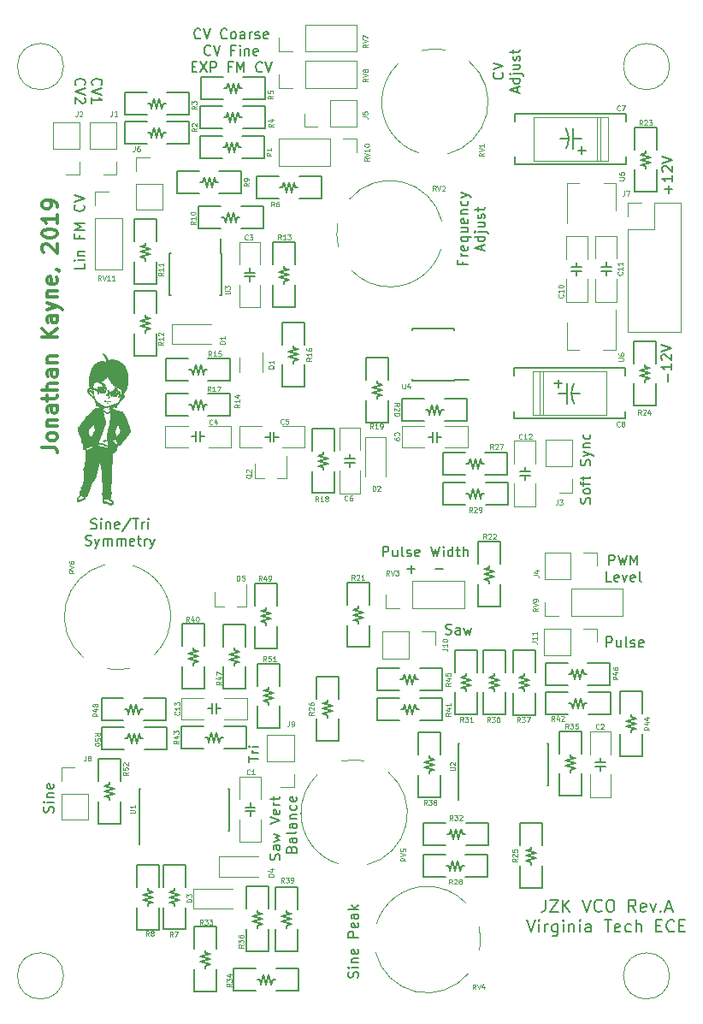
<source format=gto>
G04 #@! TF.GenerationSoftware,KiCad,Pcbnew,(5.1.0)-1*
G04 #@! TF.CreationDate,2019-05-07T09:31:36-04:00*
G04 #@! TF.ProjectId,VCO_2,56434f5f-322e-46b6-9963-61645f706362,A*
G04 #@! TF.SameCoordinates,Original*
G04 #@! TF.FileFunction,Legend,Top*
G04 #@! TF.FilePolarity,Positive*
%FSLAX46Y46*%
G04 Gerber Fmt 4.6, Leading zero omitted, Abs format (unit mm)*
G04 Created by KiCad (PCBNEW (5.1.0)-1) date 2019-05-07 09:31:36*
%MOMM*%
%LPD*%
G04 APERTURE LIST*
%ADD10C,0.375000*%
%ADD11C,0.200000*%
%ADD12C,0.150000*%
%ADD13C,0.010000*%
%ADD14C,0.120000*%
%ADD15C,0.050000*%
%ADD16C,0.100000*%
G04 APERTURE END LIST*
D10*
X55160171Y-92660085D02*
X56231600Y-92660085D01*
X56445885Y-92731514D01*
X56588742Y-92874371D01*
X56660171Y-93088657D01*
X56660171Y-93231514D01*
X56660171Y-91731514D02*
X56588742Y-91874371D01*
X56517314Y-91945800D01*
X56374457Y-92017228D01*
X55945885Y-92017228D01*
X55803028Y-91945800D01*
X55731600Y-91874371D01*
X55660171Y-91731514D01*
X55660171Y-91517228D01*
X55731600Y-91374371D01*
X55803028Y-91302942D01*
X55945885Y-91231514D01*
X56374457Y-91231514D01*
X56517314Y-91302942D01*
X56588742Y-91374371D01*
X56660171Y-91517228D01*
X56660171Y-91731514D01*
X55660171Y-90588657D02*
X56660171Y-90588657D01*
X55803028Y-90588657D02*
X55731600Y-90517228D01*
X55660171Y-90374371D01*
X55660171Y-90160085D01*
X55731600Y-90017228D01*
X55874457Y-89945800D01*
X56660171Y-89945800D01*
X56660171Y-88588657D02*
X55874457Y-88588657D01*
X55731600Y-88660085D01*
X55660171Y-88802942D01*
X55660171Y-89088657D01*
X55731600Y-89231514D01*
X56588742Y-88588657D02*
X56660171Y-88731514D01*
X56660171Y-89088657D01*
X56588742Y-89231514D01*
X56445885Y-89302942D01*
X56303028Y-89302942D01*
X56160171Y-89231514D01*
X56088742Y-89088657D01*
X56088742Y-88731514D01*
X56017314Y-88588657D01*
X55660171Y-88088657D02*
X55660171Y-87517228D01*
X55160171Y-87874371D02*
X56445885Y-87874371D01*
X56588742Y-87802942D01*
X56660171Y-87660085D01*
X56660171Y-87517228D01*
X56660171Y-87017228D02*
X55160171Y-87017228D01*
X56660171Y-86374371D02*
X55874457Y-86374371D01*
X55731600Y-86445800D01*
X55660171Y-86588657D01*
X55660171Y-86802942D01*
X55731600Y-86945800D01*
X55803028Y-87017228D01*
X56660171Y-85017228D02*
X55874457Y-85017228D01*
X55731600Y-85088657D01*
X55660171Y-85231514D01*
X55660171Y-85517228D01*
X55731600Y-85660085D01*
X56588742Y-85017228D02*
X56660171Y-85160085D01*
X56660171Y-85517228D01*
X56588742Y-85660085D01*
X56445885Y-85731514D01*
X56303028Y-85731514D01*
X56160171Y-85660085D01*
X56088742Y-85517228D01*
X56088742Y-85160085D01*
X56017314Y-85017228D01*
X55660171Y-84302942D02*
X56660171Y-84302942D01*
X55803028Y-84302942D02*
X55731600Y-84231514D01*
X55660171Y-84088657D01*
X55660171Y-83874371D01*
X55731600Y-83731514D01*
X55874457Y-83660085D01*
X56660171Y-83660085D01*
X56660171Y-81802942D02*
X55160171Y-81802942D01*
X56660171Y-80945800D02*
X55803028Y-81588657D01*
X55160171Y-80945800D02*
X56017314Y-81802942D01*
X56660171Y-79660085D02*
X55874457Y-79660085D01*
X55731600Y-79731514D01*
X55660171Y-79874371D01*
X55660171Y-80160085D01*
X55731600Y-80302942D01*
X56588742Y-79660085D02*
X56660171Y-79802942D01*
X56660171Y-80160085D01*
X56588742Y-80302942D01*
X56445885Y-80374371D01*
X56303028Y-80374371D01*
X56160171Y-80302942D01*
X56088742Y-80160085D01*
X56088742Y-79802942D01*
X56017314Y-79660085D01*
X55660171Y-79088657D02*
X56660171Y-78731514D01*
X55660171Y-78374371D02*
X56660171Y-78731514D01*
X57017314Y-78874371D01*
X57088742Y-78945800D01*
X57160171Y-79088657D01*
X55660171Y-77802942D02*
X56660171Y-77802942D01*
X55803028Y-77802942D02*
X55731600Y-77731514D01*
X55660171Y-77588657D01*
X55660171Y-77374371D01*
X55731600Y-77231514D01*
X55874457Y-77160085D01*
X56660171Y-77160085D01*
X56588742Y-75874371D02*
X56660171Y-76017228D01*
X56660171Y-76302942D01*
X56588742Y-76445800D01*
X56445885Y-76517228D01*
X55874457Y-76517228D01*
X55731600Y-76445800D01*
X55660171Y-76302942D01*
X55660171Y-76017228D01*
X55731600Y-75874371D01*
X55874457Y-75802942D01*
X56017314Y-75802942D01*
X56160171Y-76517228D01*
X56588742Y-75088657D02*
X56660171Y-75088657D01*
X56803028Y-75160085D01*
X56874457Y-75231514D01*
X55303028Y-73374371D02*
X55231600Y-73302942D01*
X55160171Y-73160085D01*
X55160171Y-72802942D01*
X55231600Y-72660085D01*
X55303028Y-72588657D01*
X55445885Y-72517228D01*
X55588742Y-72517228D01*
X55803028Y-72588657D01*
X56660171Y-73445800D01*
X56660171Y-72517228D01*
X55160171Y-71588657D02*
X55160171Y-71445800D01*
X55231600Y-71302942D01*
X55303028Y-71231514D01*
X55445885Y-71160085D01*
X55731600Y-71088657D01*
X56088742Y-71088657D01*
X56374457Y-71160085D01*
X56517314Y-71231514D01*
X56588742Y-71302942D01*
X56660171Y-71445800D01*
X56660171Y-71588657D01*
X56588742Y-71731514D01*
X56517314Y-71802942D01*
X56374457Y-71874371D01*
X56088742Y-71945800D01*
X55731600Y-71945800D01*
X55445885Y-71874371D01*
X55303028Y-71802942D01*
X55231600Y-71731514D01*
X55160171Y-71588657D01*
X56660171Y-69660085D02*
X56660171Y-70517228D01*
X56660171Y-70088657D02*
X55160171Y-70088657D01*
X55374457Y-70231514D01*
X55517314Y-70374371D01*
X55588742Y-70517228D01*
X56660171Y-68945800D02*
X56660171Y-68660085D01*
X56588742Y-68517228D01*
X56517314Y-68445800D01*
X56303028Y-68302942D01*
X56017314Y-68231514D01*
X55445885Y-68231514D01*
X55303028Y-68302942D01*
X55231600Y-68374371D01*
X55160171Y-68517228D01*
X55160171Y-68802942D01*
X55231600Y-68945800D01*
X55303028Y-69017228D01*
X55445885Y-69088657D01*
X55803028Y-69088657D01*
X55945885Y-69017228D01*
X56017314Y-68945800D01*
X56088742Y-68802942D01*
X56088742Y-68517228D01*
X56017314Y-68374371D01*
X55945885Y-68302942D01*
X55803028Y-68231514D01*
D11*
X105020228Y-137458657D02*
X105020228Y-138315800D01*
X104963085Y-138487228D01*
X104848799Y-138601514D01*
X104677371Y-138658657D01*
X104563085Y-138658657D01*
X105477371Y-137458657D02*
X106277371Y-137458657D01*
X105477371Y-138658657D01*
X106277371Y-138658657D01*
X106734514Y-138658657D02*
X106734514Y-137458657D01*
X107420228Y-138658657D02*
X106905942Y-137972942D01*
X107420228Y-137458657D02*
X106734514Y-138144371D01*
X108677371Y-137458657D02*
X109077371Y-138658657D01*
X109477371Y-137458657D01*
X110563085Y-138544371D02*
X110505942Y-138601514D01*
X110334514Y-138658657D01*
X110220228Y-138658657D01*
X110048799Y-138601514D01*
X109934514Y-138487228D01*
X109877371Y-138372942D01*
X109820228Y-138144371D01*
X109820228Y-137972942D01*
X109877371Y-137744371D01*
X109934514Y-137630085D01*
X110048799Y-137515800D01*
X110220228Y-137458657D01*
X110334514Y-137458657D01*
X110505942Y-137515800D01*
X110563085Y-137572942D01*
X111305942Y-137458657D02*
X111534514Y-137458657D01*
X111648799Y-137515800D01*
X111763085Y-137630085D01*
X111820228Y-137858657D01*
X111820228Y-138258657D01*
X111763085Y-138487228D01*
X111648799Y-138601514D01*
X111534514Y-138658657D01*
X111305942Y-138658657D01*
X111191657Y-138601514D01*
X111077371Y-138487228D01*
X111020228Y-138258657D01*
X111020228Y-137858657D01*
X111077371Y-137630085D01*
X111191657Y-137515800D01*
X111305942Y-137458657D01*
X113934514Y-138658657D02*
X113534514Y-138087228D01*
X113248799Y-138658657D02*
X113248799Y-137458657D01*
X113705942Y-137458657D01*
X113820228Y-137515800D01*
X113877371Y-137572942D01*
X113934514Y-137687228D01*
X113934514Y-137858657D01*
X113877371Y-137972942D01*
X113820228Y-138030085D01*
X113705942Y-138087228D01*
X113248799Y-138087228D01*
X114905942Y-138601514D02*
X114791657Y-138658657D01*
X114563085Y-138658657D01*
X114448799Y-138601514D01*
X114391657Y-138487228D01*
X114391657Y-138030085D01*
X114448799Y-137915800D01*
X114563085Y-137858657D01*
X114791657Y-137858657D01*
X114905942Y-137915800D01*
X114963085Y-138030085D01*
X114963085Y-138144371D01*
X114391657Y-138258657D01*
X115363085Y-137858657D02*
X115648799Y-138658657D01*
X115934514Y-137858657D01*
X116391657Y-138544371D02*
X116448800Y-138601514D01*
X116391657Y-138658657D01*
X116334514Y-138601514D01*
X116391657Y-138544371D01*
X116391657Y-138658657D01*
X116905942Y-138315800D02*
X117477371Y-138315800D01*
X116791657Y-138658657D02*
X117191657Y-137458657D01*
X117591657Y-138658657D01*
X103163085Y-139458657D02*
X103563085Y-140658657D01*
X103963085Y-139458657D01*
X104363085Y-140658657D02*
X104363085Y-139858657D01*
X104363085Y-139458657D02*
X104305942Y-139515800D01*
X104363085Y-139572942D01*
X104420228Y-139515800D01*
X104363085Y-139458657D01*
X104363085Y-139572942D01*
X104934514Y-140658657D02*
X104934514Y-139858657D01*
X104934514Y-140087228D02*
X104991657Y-139972942D01*
X105048800Y-139915800D01*
X105163085Y-139858657D01*
X105277371Y-139858657D01*
X106191657Y-139858657D02*
X106191657Y-140830085D01*
X106134514Y-140944371D01*
X106077371Y-141001514D01*
X105963085Y-141058657D01*
X105791657Y-141058657D01*
X105677371Y-141001514D01*
X106191657Y-140601514D02*
X106077371Y-140658657D01*
X105848800Y-140658657D01*
X105734514Y-140601514D01*
X105677371Y-140544371D01*
X105620228Y-140430085D01*
X105620228Y-140087228D01*
X105677371Y-139972942D01*
X105734514Y-139915800D01*
X105848800Y-139858657D01*
X106077371Y-139858657D01*
X106191657Y-139915800D01*
X106763085Y-140658657D02*
X106763085Y-139858657D01*
X106763085Y-139458657D02*
X106705942Y-139515800D01*
X106763085Y-139572942D01*
X106820228Y-139515800D01*
X106763085Y-139458657D01*
X106763085Y-139572942D01*
X107334514Y-139858657D02*
X107334514Y-140658657D01*
X107334514Y-139972942D02*
X107391657Y-139915800D01*
X107505942Y-139858657D01*
X107677371Y-139858657D01*
X107791657Y-139915800D01*
X107848800Y-140030085D01*
X107848800Y-140658657D01*
X108420228Y-140658657D02*
X108420228Y-139858657D01*
X108420228Y-139458657D02*
X108363085Y-139515800D01*
X108420228Y-139572942D01*
X108477371Y-139515800D01*
X108420228Y-139458657D01*
X108420228Y-139572942D01*
X109505942Y-140658657D02*
X109505942Y-140030085D01*
X109448800Y-139915800D01*
X109334514Y-139858657D01*
X109105942Y-139858657D01*
X108991657Y-139915800D01*
X109505942Y-140601514D02*
X109391657Y-140658657D01*
X109105942Y-140658657D01*
X108991657Y-140601514D01*
X108934514Y-140487228D01*
X108934514Y-140372942D01*
X108991657Y-140258657D01*
X109105942Y-140201514D01*
X109391657Y-140201514D01*
X109505942Y-140144371D01*
X110820228Y-139458657D02*
X111505942Y-139458657D01*
X111163085Y-140658657D02*
X111163085Y-139458657D01*
X112363085Y-140601514D02*
X112248800Y-140658657D01*
X112020228Y-140658657D01*
X111905942Y-140601514D01*
X111848800Y-140487228D01*
X111848800Y-140030085D01*
X111905942Y-139915800D01*
X112020228Y-139858657D01*
X112248800Y-139858657D01*
X112363085Y-139915800D01*
X112420228Y-140030085D01*
X112420228Y-140144371D01*
X111848800Y-140258657D01*
X113448800Y-140601514D02*
X113334514Y-140658657D01*
X113105942Y-140658657D01*
X112991657Y-140601514D01*
X112934514Y-140544371D01*
X112877371Y-140430085D01*
X112877371Y-140087228D01*
X112934514Y-139972942D01*
X112991657Y-139915800D01*
X113105942Y-139858657D01*
X113334514Y-139858657D01*
X113448800Y-139915800D01*
X113963085Y-140658657D02*
X113963085Y-139458657D01*
X114477371Y-140658657D02*
X114477371Y-140030085D01*
X114420228Y-139915800D01*
X114305942Y-139858657D01*
X114134514Y-139858657D01*
X114020228Y-139915800D01*
X113963085Y-139972942D01*
X115963085Y-140030085D02*
X116363085Y-140030085D01*
X116534514Y-140658657D02*
X115963085Y-140658657D01*
X115963085Y-139458657D01*
X116534514Y-139458657D01*
X117734514Y-140544371D02*
X117677371Y-140601514D01*
X117505942Y-140658657D01*
X117391657Y-140658657D01*
X117220228Y-140601514D01*
X117105942Y-140487228D01*
X117048800Y-140372942D01*
X116991657Y-140144371D01*
X116991657Y-139972942D01*
X117048800Y-139744371D01*
X117105942Y-139630085D01*
X117220228Y-139515800D01*
X117391657Y-139458657D01*
X117505942Y-139458657D01*
X117677371Y-139515800D01*
X117734514Y-139572942D01*
X118248800Y-140030085D02*
X118648800Y-140030085D01*
X118820228Y-140658657D02*
X118248800Y-140658657D01*
X118248800Y-139458657D01*
X118820228Y-139458657D01*
D12*
X59354980Y-74521628D02*
X59354980Y-74997819D01*
X58354980Y-74997819D01*
X59354980Y-74188295D02*
X58688314Y-74188295D01*
X58354980Y-74188295D02*
X58402600Y-74235914D01*
X58450219Y-74188295D01*
X58402600Y-74140676D01*
X58354980Y-74188295D01*
X58450219Y-74188295D01*
X58688314Y-73712104D02*
X59354980Y-73712104D01*
X58783552Y-73712104D02*
X58735933Y-73664485D01*
X58688314Y-73569247D01*
X58688314Y-73426390D01*
X58735933Y-73331152D01*
X58831171Y-73283533D01*
X59354980Y-73283533D01*
X58831171Y-71712104D02*
X58831171Y-72045438D01*
X59354980Y-72045438D02*
X58354980Y-72045438D01*
X58354980Y-71569247D01*
X59354980Y-71188295D02*
X58354980Y-71188295D01*
X59069266Y-70854961D01*
X58354980Y-70521628D01*
X59354980Y-70521628D01*
X59259742Y-68712104D02*
X59307361Y-68759723D01*
X59354980Y-68902580D01*
X59354980Y-68997819D01*
X59307361Y-69140676D01*
X59212123Y-69235914D01*
X59116885Y-69283533D01*
X58926409Y-69331152D01*
X58783552Y-69331152D01*
X58593076Y-69283533D01*
X58497838Y-69235914D01*
X58402600Y-69140676D01*
X58354980Y-68997819D01*
X58354980Y-68902580D01*
X58402600Y-68759723D01*
X58450219Y-68712104D01*
X58354980Y-68426390D02*
X59354980Y-68093057D01*
X58354980Y-67759723D01*
X60183257Y-56834161D02*
X60135638Y-56786542D01*
X60088019Y-56643685D01*
X60088019Y-56548447D01*
X60135638Y-56405590D01*
X60230876Y-56310352D01*
X60326114Y-56262733D01*
X60516590Y-56215114D01*
X60659447Y-56215114D01*
X60849923Y-56262733D01*
X60945161Y-56310352D01*
X61040400Y-56405590D01*
X61088019Y-56548447D01*
X61088019Y-56643685D01*
X61040400Y-56786542D01*
X60992780Y-56834161D01*
X61088019Y-57119876D02*
X60088019Y-57453209D01*
X61088019Y-57786542D01*
X60088019Y-58643685D02*
X60088019Y-58072257D01*
X60088019Y-58357971D02*
X61088019Y-58357971D01*
X60945161Y-58262733D01*
X60849923Y-58167495D01*
X60802304Y-58072257D01*
X58533257Y-56834161D02*
X58485638Y-56786542D01*
X58438019Y-56643685D01*
X58438019Y-56548447D01*
X58485638Y-56405590D01*
X58580876Y-56310352D01*
X58676114Y-56262733D01*
X58866590Y-56215114D01*
X59009447Y-56215114D01*
X59199923Y-56262733D01*
X59295161Y-56310352D01*
X59390400Y-56405590D01*
X59438019Y-56548447D01*
X59438019Y-56643685D01*
X59390400Y-56786542D01*
X59342780Y-56834161D01*
X59438019Y-57119876D02*
X58438019Y-57453209D01*
X59438019Y-57786542D01*
X59342780Y-58072257D02*
X59390400Y-58119876D01*
X59438019Y-58215114D01*
X59438019Y-58453209D01*
X59390400Y-58548447D01*
X59342780Y-58596066D01*
X59247542Y-58643685D01*
X59152304Y-58643685D01*
X59009447Y-58596066D01*
X58438019Y-58024638D01*
X58438019Y-58643685D01*
X70840980Y-52148742D02*
X70793361Y-52196361D01*
X70650504Y-52243980D01*
X70555266Y-52243980D01*
X70412409Y-52196361D01*
X70317171Y-52101123D01*
X70269552Y-52005885D01*
X70221933Y-51815409D01*
X70221933Y-51672552D01*
X70269552Y-51482076D01*
X70317171Y-51386838D01*
X70412409Y-51291600D01*
X70555266Y-51243980D01*
X70650504Y-51243980D01*
X70793361Y-51291600D01*
X70840980Y-51339219D01*
X71126695Y-51243980D02*
X71460028Y-52243980D01*
X71793361Y-51243980D01*
X73460028Y-52148742D02*
X73412409Y-52196361D01*
X73269552Y-52243980D01*
X73174314Y-52243980D01*
X73031457Y-52196361D01*
X72936219Y-52101123D01*
X72888600Y-52005885D01*
X72840980Y-51815409D01*
X72840980Y-51672552D01*
X72888600Y-51482076D01*
X72936219Y-51386838D01*
X73031457Y-51291600D01*
X73174314Y-51243980D01*
X73269552Y-51243980D01*
X73412409Y-51291600D01*
X73460028Y-51339219D01*
X74031457Y-52243980D02*
X73936219Y-52196361D01*
X73888600Y-52148742D01*
X73840980Y-52053504D01*
X73840980Y-51767790D01*
X73888600Y-51672552D01*
X73936219Y-51624933D01*
X74031457Y-51577314D01*
X74174314Y-51577314D01*
X74269552Y-51624933D01*
X74317171Y-51672552D01*
X74364790Y-51767790D01*
X74364790Y-52053504D01*
X74317171Y-52148742D01*
X74269552Y-52196361D01*
X74174314Y-52243980D01*
X74031457Y-52243980D01*
X75221933Y-52243980D02*
X75221933Y-51720171D01*
X75174314Y-51624933D01*
X75079076Y-51577314D01*
X74888600Y-51577314D01*
X74793361Y-51624933D01*
X75221933Y-52196361D02*
X75126695Y-52243980D01*
X74888600Y-52243980D01*
X74793361Y-52196361D01*
X74745742Y-52101123D01*
X74745742Y-52005885D01*
X74793361Y-51910647D01*
X74888600Y-51863028D01*
X75126695Y-51863028D01*
X75221933Y-51815409D01*
X75698123Y-52243980D02*
X75698123Y-51577314D01*
X75698123Y-51767790D02*
X75745742Y-51672552D01*
X75793361Y-51624933D01*
X75888600Y-51577314D01*
X75983838Y-51577314D01*
X76269552Y-52196361D02*
X76364790Y-52243980D01*
X76555266Y-52243980D01*
X76650504Y-52196361D01*
X76698123Y-52101123D01*
X76698123Y-52053504D01*
X76650504Y-51958266D01*
X76555266Y-51910647D01*
X76412409Y-51910647D01*
X76317171Y-51863028D01*
X76269552Y-51767790D01*
X76269552Y-51720171D01*
X76317171Y-51624933D01*
X76412409Y-51577314D01*
X76555266Y-51577314D01*
X76650504Y-51624933D01*
X77507647Y-52196361D02*
X77412409Y-52243980D01*
X77221933Y-52243980D01*
X77126695Y-52196361D01*
X77079076Y-52101123D01*
X77079076Y-51720171D01*
X77126695Y-51624933D01*
X77221933Y-51577314D01*
X77412409Y-51577314D01*
X77507647Y-51624933D01*
X77555266Y-51720171D01*
X77555266Y-51815409D01*
X77079076Y-51910647D01*
X71840980Y-53798742D02*
X71793361Y-53846361D01*
X71650504Y-53893980D01*
X71555266Y-53893980D01*
X71412409Y-53846361D01*
X71317171Y-53751123D01*
X71269552Y-53655885D01*
X71221933Y-53465409D01*
X71221933Y-53322552D01*
X71269552Y-53132076D01*
X71317171Y-53036838D01*
X71412409Y-52941600D01*
X71555266Y-52893980D01*
X71650504Y-52893980D01*
X71793361Y-52941600D01*
X71840980Y-52989219D01*
X72126695Y-52893980D02*
X72460028Y-53893980D01*
X72793361Y-52893980D01*
X74221933Y-53370171D02*
X73888600Y-53370171D01*
X73888600Y-53893980D02*
X73888600Y-52893980D01*
X74364790Y-52893980D01*
X74745742Y-53893980D02*
X74745742Y-53227314D01*
X74745742Y-52893980D02*
X74698123Y-52941600D01*
X74745742Y-52989219D01*
X74793361Y-52941600D01*
X74745742Y-52893980D01*
X74745742Y-52989219D01*
X75221933Y-53227314D02*
X75221933Y-53893980D01*
X75221933Y-53322552D02*
X75269552Y-53274933D01*
X75364790Y-53227314D01*
X75507647Y-53227314D01*
X75602885Y-53274933D01*
X75650504Y-53370171D01*
X75650504Y-53893980D01*
X76507647Y-53846361D02*
X76412409Y-53893980D01*
X76221933Y-53893980D01*
X76126695Y-53846361D01*
X76079076Y-53751123D01*
X76079076Y-53370171D01*
X76126695Y-53274933D01*
X76221933Y-53227314D01*
X76412409Y-53227314D01*
X76507647Y-53274933D01*
X76555266Y-53370171D01*
X76555266Y-53465409D01*
X76079076Y-53560647D01*
X70007647Y-55020171D02*
X70340980Y-55020171D01*
X70483838Y-55543980D02*
X70007647Y-55543980D01*
X70007647Y-54543980D01*
X70483838Y-54543980D01*
X70817171Y-54543980D02*
X71483838Y-55543980D01*
X71483838Y-54543980D02*
X70817171Y-55543980D01*
X71864790Y-55543980D02*
X71864790Y-54543980D01*
X72245742Y-54543980D01*
X72340980Y-54591600D01*
X72388600Y-54639219D01*
X72436219Y-54734457D01*
X72436219Y-54877314D01*
X72388600Y-54972552D01*
X72340980Y-55020171D01*
X72245742Y-55067790D01*
X71864790Y-55067790D01*
X73960028Y-55020171D02*
X73626695Y-55020171D01*
X73626695Y-55543980D02*
X73626695Y-54543980D01*
X74102885Y-54543980D01*
X74483838Y-55543980D02*
X74483838Y-54543980D01*
X74817171Y-55258266D01*
X75150504Y-54543980D01*
X75150504Y-55543980D01*
X76960028Y-55448742D02*
X76912409Y-55496361D01*
X76769552Y-55543980D01*
X76674314Y-55543980D01*
X76531457Y-55496361D01*
X76436219Y-55401123D01*
X76388600Y-55305885D01*
X76340980Y-55115409D01*
X76340980Y-54972552D01*
X76388600Y-54782076D01*
X76436219Y-54686838D01*
X76531457Y-54591600D01*
X76674314Y-54543980D01*
X76769552Y-54543980D01*
X76912409Y-54591600D01*
X76960028Y-54639219D01*
X77245742Y-54543980D02*
X77579076Y-55543980D01*
X77912409Y-54543980D01*
X111042676Y-112440980D02*
X111042676Y-111440980D01*
X111423628Y-111440980D01*
X111518866Y-111488600D01*
X111566485Y-111536219D01*
X111614104Y-111631457D01*
X111614104Y-111774314D01*
X111566485Y-111869552D01*
X111518866Y-111917171D01*
X111423628Y-111964790D01*
X111042676Y-111964790D01*
X112471247Y-111774314D02*
X112471247Y-112440980D01*
X112042676Y-111774314D02*
X112042676Y-112298123D01*
X112090295Y-112393361D01*
X112185533Y-112440980D01*
X112328390Y-112440980D01*
X112423628Y-112393361D01*
X112471247Y-112345742D01*
X113090295Y-112440980D02*
X112995057Y-112393361D01*
X112947438Y-112298123D01*
X112947438Y-111440980D01*
X113423628Y-112393361D02*
X113518866Y-112440980D01*
X113709342Y-112440980D01*
X113804580Y-112393361D01*
X113852200Y-112298123D01*
X113852200Y-112250504D01*
X113804580Y-112155266D01*
X113709342Y-112107647D01*
X113566485Y-112107647D01*
X113471247Y-112060028D01*
X113423628Y-111964790D01*
X113423628Y-111917171D01*
X113471247Y-111821933D01*
X113566485Y-111774314D01*
X113709342Y-111774314D01*
X113804580Y-111821933D01*
X114661723Y-112393361D02*
X114566485Y-112440980D01*
X114376009Y-112440980D01*
X114280771Y-112393361D01*
X114233152Y-112298123D01*
X114233152Y-111917171D01*
X114280771Y-111821933D01*
X114376009Y-111774314D01*
X114566485Y-111774314D01*
X114661723Y-111821933D01*
X114709342Y-111917171D01*
X114709342Y-112012409D01*
X114233152Y-112107647D01*
X111295038Y-104326180D02*
X111295038Y-103326180D01*
X111675990Y-103326180D01*
X111771228Y-103373800D01*
X111818847Y-103421419D01*
X111866466Y-103516657D01*
X111866466Y-103659514D01*
X111818847Y-103754752D01*
X111771228Y-103802371D01*
X111675990Y-103849990D01*
X111295038Y-103849990D01*
X112199800Y-103326180D02*
X112437895Y-104326180D01*
X112628371Y-103611895D01*
X112818847Y-104326180D01*
X113056942Y-103326180D01*
X113437895Y-104326180D02*
X113437895Y-103326180D01*
X113771228Y-104040466D01*
X114104561Y-103326180D01*
X114104561Y-104326180D01*
X111509323Y-105976180D02*
X111033133Y-105976180D01*
X111033133Y-104976180D01*
X112223609Y-105928561D02*
X112128371Y-105976180D01*
X111937895Y-105976180D01*
X111842657Y-105928561D01*
X111795038Y-105833323D01*
X111795038Y-105452371D01*
X111842657Y-105357133D01*
X111937895Y-105309514D01*
X112128371Y-105309514D01*
X112223609Y-105357133D01*
X112271228Y-105452371D01*
X112271228Y-105547609D01*
X111795038Y-105642847D01*
X112604561Y-105309514D02*
X112842657Y-105976180D01*
X113080752Y-105309514D01*
X113842657Y-105928561D02*
X113747419Y-105976180D01*
X113556942Y-105976180D01*
X113461704Y-105928561D01*
X113414085Y-105833323D01*
X113414085Y-105452371D01*
X113461704Y-105357133D01*
X113556942Y-105309514D01*
X113747419Y-105309514D01*
X113842657Y-105357133D01*
X113890276Y-105452371D01*
X113890276Y-105547609D01*
X113414085Y-105642847D01*
X114461704Y-105976180D02*
X114366466Y-105928561D01*
X114318847Y-105833323D01*
X114318847Y-104976180D01*
X109396161Y-98246771D02*
X109443780Y-98103914D01*
X109443780Y-97865819D01*
X109396161Y-97770580D01*
X109348542Y-97722961D01*
X109253304Y-97675342D01*
X109158066Y-97675342D01*
X109062828Y-97722961D01*
X109015209Y-97770580D01*
X108967590Y-97865819D01*
X108919971Y-98056295D01*
X108872352Y-98151533D01*
X108824733Y-98199152D01*
X108729495Y-98246771D01*
X108634257Y-98246771D01*
X108539019Y-98199152D01*
X108491400Y-98151533D01*
X108443780Y-98056295D01*
X108443780Y-97818200D01*
X108491400Y-97675342D01*
X109443780Y-97103914D02*
X109396161Y-97199152D01*
X109348542Y-97246771D01*
X109253304Y-97294390D01*
X108967590Y-97294390D01*
X108872352Y-97246771D01*
X108824733Y-97199152D01*
X108777114Y-97103914D01*
X108777114Y-96961057D01*
X108824733Y-96865819D01*
X108872352Y-96818200D01*
X108967590Y-96770580D01*
X109253304Y-96770580D01*
X109348542Y-96818200D01*
X109396161Y-96865819D01*
X109443780Y-96961057D01*
X109443780Y-97103914D01*
X108777114Y-96484866D02*
X108777114Y-96103914D01*
X109443780Y-96342009D02*
X108586638Y-96342009D01*
X108491400Y-96294390D01*
X108443780Y-96199152D01*
X108443780Y-96103914D01*
X108777114Y-95913438D02*
X108777114Y-95532485D01*
X108443780Y-95770580D02*
X109300923Y-95770580D01*
X109396161Y-95722961D01*
X109443780Y-95627723D01*
X109443780Y-95532485D01*
X109396161Y-94484866D02*
X109443780Y-94342009D01*
X109443780Y-94103914D01*
X109396161Y-94008676D01*
X109348542Y-93961057D01*
X109253304Y-93913438D01*
X109158066Y-93913438D01*
X109062828Y-93961057D01*
X109015209Y-94008676D01*
X108967590Y-94103914D01*
X108919971Y-94294390D01*
X108872352Y-94389628D01*
X108824733Y-94437247D01*
X108729495Y-94484866D01*
X108634257Y-94484866D01*
X108539019Y-94437247D01*
X108491400Y-94389628D01*
X108443780Y-94294390D01*
X108443780Y-94056295D01*
X108491400Y-93913438D01*
X108777114Y-93580104D02*
X109443780Y-93342009D01*
X108777114Y-93103914D02*
X109443780Y-93342009D01*
X109681876Y-93437247D01*
X109729495Y-93484866D01*
X109777114Y-93580104D01*
X108777114Y-92722961D02*
X109443780Y-92722961D01*
X108872352Y-92722961D02*
X108824733Y-92675342D01*
X108777114Y-92580104D01*
X108777114Y-92437247D01*
X108824733Y-92342009D01*
X108919971Y-92294390D01*
X109443780Y-92294390D01*
X109396161Y-91389628D02*
X109443780Y-91484866D01*
X109443780Y-91675342D01*
X109396161Y-91770580D01*
X109348542Y-91818200D01*
X109253304Y-91865819D01*
X108967590Y-91865819D01*
X108872352Y-91818200D01*
X108824733Y-91770580D01*
X108777114Y-91675342D01*
X108777114Y-91484866D01*
X108824733Y-91389628D01*
X88900523Y-103487980D02*
X88900523Y-102487980D01*
X89281476Y-102487980D01*
X89376714Y-102535600D01*
X89424333Y-102583219D01*
X89471952Y-102678457D01*
X89471952Y-102821314D01*
X89424333Y-102916552D01*
X89376714Y-102964171D01*
X89281476Y-103011790D01*
X88900523Y-103011790D01*
X90329095Y-102821314D02*
X90329095Y-103487980D01*
X89900523Y-102821314D02*
X89900523Y-103345123D01*
X89948142Y-103440361D01*
X90043380Y-103487980D01*
X90186238Y-103487980D01*
X90281476Y-103440361D01*
X90329095Y-103392742D01*
X90948142Y-103487980D02*
X90852904Y-103440361D01*
X90805285Y-103345123D01*
X90805285Y-102487980D01*
X91281476Y-103440361D02*
X91376714Y-103487980D01*
X91567190Y-103487980D01*
X91662428Y-103440361D01*
X91710047Y-103345123D01*
X91710047Y-103297504D01*
X91662428Y-103202266D01*
X91567190Y-103154647D01*
X91424333Y-103154647D01*
X91329095Y-103107028D01*
X91281476Y-103011790D01*
X91281476Y-102964171D01*
X91329095Y-102868933D01*
X91424333Y-102821314D01*
X91567190Y-102821314D01*
X91662428Y-102868933D01*
X92519571Y-103440361D02*
X92424333Y-103487980D01*
X92233857Y-103487980D01*
X92138619Y-103440361D01*
X92091000Y-103345123D01*
X92091000Y-102964171D01*
X92138619Y-102868933D01*
X92233857Y-102821314D01*
X92424333Y-102821314D01*
X92519571Y-102868933D01*
X92567190Y-102964171D01*
X92567190Y-103059409D01*
X92091000Y-103154647D01*
X93662428Y-102487980D02*
X93900523Y-103487980D01*
X94091000Y-102773695D01*
X94281476Y-103487980D01*
X94519571Y-102487980D01*
X94900523Y-103487980D02*
X94900523Y-102821314D01*
X94900523Y-102487980D02*
X94852904Y-102535600D01*
X94900523Y-102583219D01*
X94948142Y-102535600D01*
X94900523Y-102487980D01*
X94900523Y-102583219D01*
X95805285Y-103487980D02*
X95805285Y-102487980D01*
X95805285Y-103440361D02*
X95710047Y-103487980D01*
X95519571Y-103487980D01*
X95424333Y-103440361D01*
X95376714Y-103392742D01*
X95329095Y-103297504D01*
X95329095Y-103011790D01*
X95376714Y-102916552D01*
X95424333Y-102868933D01*
X95519571Y-102821314D01*
X95710047Y-102821314D01*
X95805285Y-102868933D01*
X96138619Y-102821314D02*
X96519571Y-102821314D01*
X96281476Y-102487980D02*
X96281476Y-103345123D01*
X96329095Y-103440361D01*
X96424333Y-103487980D01*
X96519571Y-103487980D01*
X96852904Y-103487980D02*
X96852904Y-102487980D01*
X97281476Y-103487980D02*
X97281476Y-102964171D01*
X97233857Y-102868933D01*
X97138619Y-102821314D01*
X96995761Y-102821314D01*
X96900523Y-102868933D01*
X96852904Y-102916552D01*
X91329095Y-104757028D02*
X92091000Y-104757028D01*
X91710047Y-105137980D02*
X91710047Y-104376076D01*
X94091000Y-104757028D02*
X94852904Y-104757028D01*
X95105695Y-111148761D02*
X95248552Y-111196380D01*
X95486647Y-111196380D01*
X95581885Y-111148761D01*
X95629504Y-111101142D01*
X95677123Y-111005904D01*
X95677123Y-110910666D01*
X95629504Y-110815428D01*
X95581885Y-110767809D01*
X95486647Y-110720190D01*
X95296171Y-110672571D01*
X95200933Y-110624952D01*
X95153314Y-110577333D01*
X95105695Y-110482095D01*
X95105695Y-110386857D01*
X95153314Y-110291619D01*
X95200933Y-110244000D01*
X95296171Y-110196380D01*
X95534266Y-110196380D01*
X95677123Y-110244000D01*
X96534266Y-111196380D02*
X96534266Y-110672571D01*
X96486647Y-110577333D01*
X96391409Y-110529714D01*
X96200933Y-110529714D01*
X96105695Y-110577333D01*
X96534266Y-111148761D02*
X96439028Y-111196380D01*
X96200933Y-111196380D01*
X96105695Y-111148761D01*
X96058076Y-111053523D01*
X96058076Y-110958285D01*
X96105695Y-110863047D01*
X96200933Y-110815428D01*
X96439028Y-110815428D01*
X96534266Y-110767809D01*
X96915219Y-110529714D02*
X97105695Y-111196380D01*
X97296171Y-110720190D01*
X97486647Y-111196380D01*
X97677123Y-110529714D01*
X75601580Y-123820133D02*
X75601580Y-123248704D01*
X76601580Y-123534419D02*
X75601580Y-123534419D01*
X76601580Y-122915371D02*
X75934914Y-122915371D01*
X76125390Y-122915371D02*
X76030152Y-122867752D01*
X75982533Y-122820133D01*
X75934914Y-122724895D01*
X75934914Y-122629657D01*
X76601580Y-122296323D02*
X75934914Y-122296323D01*
X75601580Y-122296323D02*
X75649200Y-122343942D01*
X75696819Y-122296323D01*
X75649200Y-122248704D01*
X75601580Y-122296323D01*
X75696819Y-122296323D01*
X56259361Y-128811161D02*
X56306980Y-128668304D01*
X56306980Y-128430209D01*
X56259361Y-128334971D01*
X56211742Y-128287352D01*
X56116504Y-128239733D01*
X56021266Y-128239733D01*
X55926028Y-128287352D01*
X55878409Y-128334971D01*
X55830790Y-128430209D01*
X55783171Y-128620685D01*
X55735552Y-128715923D01*
X55687933Y-128763542D01*
X55592695Y-128811161D01*
X55497457Y-128811161D01*
X55402219Y-128763542D01*
X55354600Y-128715923D01*
X55306980Y-128620685D01*
X55306980Y-128382590D01*
X55354600Y-128239733D01*
X56306980Y-127811161D02*
X55640314Y-127811161D01*
X55306980Y-127811161D02*
X55354600Y-127858780D01*
X55402219Y-127811161D01*
X55354600Y-127763542D01*
X55306980Y-127811161D01*
X55402219Y-127811161D01*
X55640314Y-127334971D02*
X56306980Y-127334971D01*
X55735552Y-127334971D02*
X55687933Y-127287352D01*
X55640314Y-127192114D01*
X55640314Y-127049257D01*
X55687933Y-126954019D01*
X55783171Y-126906400D01*
X56306980Y-126906400D01*
X56259361Y-126049257D02*
X56306980Y-126144495D01*
X56306980Y-126334971D01*
X56259361Y-126430209D01*
X56164123Y-126477828D01*
X55783171Y-126477828D01*
X55687933Y-126430209D01*
X55640314Y-126334971D01*
X55640314Y-126144495D01*
X55687933Y-126049257D01*
X55783171Y-126001638D01*
X55878409Y-126001638D01*
X55973647Y-126477828D01*
X78675361Y-133524190D02*
X78722980Y-133381333D01*
X78722980Y-133143238D01*
X78675361Y-133048000D01*
X78627742Y-133000380D01*
X78532504Y-132952761D01*
X78437266Y-132952761D01*
X78342028Y-133000380D01*
X78294409Y-133048000D01*
X78246790Y-133143238D01*
X78199171Y-133333714D01*
X78151552Y-133428952D01*
X78103933Y-133476571D01*
X78008695Y-133524190D01*
X77913457Y-133524190D01*
X77818219Y-133476571D01*
X77770600Y-133428952D01*
X77722980Y-133333714D01*
X77722980Y-133095619D01*
X77770600Y-132952761D01*
X78722980Y-132095619D02*
X78199171Y-132095619D01*
X78103933Y-132143238D01*
X78056314Y-132238476D01*
X78056314Y-132428952D01*
X78103933Y-132524190D01*
X78675361Y-132095619D02*
X78722980Y-132190857D01*
X78722980Y-132428952D01*
X78675361Y-132524190D01*
X78580123Y-132571809D01*
X78484885Y-132571809D01*
X78389647Y-132524190D01*
X78342028Y-132428952D01*
X78342028Y-132190857D01*
X78294409Y-132095619D01*
X78056314Y-131714666D02*
X78722980Y-131524190D01*
X78246790Y-131333714D01*
X78722980Y-131143238D01*
X78056314Y-130952761D01*
X77722980Y-129952761D02*
X78722980Y-129619428D01*
X77722980Y-129286095D01*
X78675361Y-128571809D02*
X78722980Y-128667047D01*
X78722980Y-128857523D01*
X78675361Y-128952761D01*
X78580123Y-129000380D01*
X78199171Y-129000380D01*
X78103933Y-128952761D01*
X78056314Y-128857523D01*
X78056314Y-128667047D01*
X78103933Y-128571809D01*
X78199171Y-128524190D01*
X78294409Y-128524190D01*
X78389647Y-129000380D01*
X78722980Y-128095619D02*
X78056314Y-128095619D01*
X78246790Y-128095619D02*
X78151552Y-128048000D01*
X78103933Y-128000380D01*
X78056314Y-127905142D01*
X78056314Y-127809904D01*
X78056314Y-127619428D02*
X78056314Y-127238476D01*
X77722980Y-127476571D02*
X78580123Y-127476571D01*
X78675361Y-127428952D01*
X78722980Y-127333714D01*
X78722980Y-127238476D01*
X79849171Y-132452761D02*
X79896790Y-132309904D01*
X79944409Y-132262285D01*
X80039647Y-132214666D01*
X80182504Y-132214666D01*
X80277742Y-132262285D01*
X80325361Y-132309904D01*
X80372980Y-132405142D01*
X80372980Y-132786095D01*
X79372980Y-132786095D01*
X79372980Y-132452761D01*
X79420600Y-132357523D01*
X79468219Y-132309904D01*
X79563457Y-132262285D01*
X79658695Y-132262285D01*
X79753933Y-132309904D01*
X79801552Y-132357523D01*
X79849171Y-132452761D01*
X79849171Y-132786095D01*
X80372980Y-131357523D02*
X79849171Y-131357523D01*
X79753933Y-131405142D01*
X79706314Y-131500380D01*
X79706314Y-131690857D01*
X79753933Y-131786095D01*
X80325361Y-131357523D02*
X80372980Y-131452761D01*
X80372980Y-131690857D01*
X80325361Y-131786095D01*
X80230123Y-131833714D01*
X80134885Y-131833714D01*
X80039647Y-131786095D01*
X79992028Y-131690857D01*
X79992028Y-131452761D01*
X79944409Y-131357523D01*
X80372980Y-130738476D02*
X80325361Y-130833714D01*
X80230123Y-130881333D01*
X79372980Y-130881333D01*
X80372980Y-129928952D02*
X79849171Y-129928952D01*
X79753933Y-129976571D01*
X79706314Y-130071809D01*
X79706314Y-130262285D01*
X79753933Y-130357523D01*
X80325361Y-129928952D02*
X80372980Y-130024190D01*
X80372980Y-130262285D01*
X80325361Y-130357523D01*
X80230123Y-130405142D01*
X80134885Y-130405142D01*
X80039647Y-130357523D01*
X79992028Y-130262285D01*
X79992028Y-130024190D01*
X79944409Y-129928952D01*
X79706314Y-129452761D02*
X80372980Y-129452761D01*
X79801552Y-129452761D02*
X79753933Y-129405142D01*
X79706314Y-129309904D01*
X79706314Y-129167047D01*
X79753933Y-129071809D01*
X79849171Y-129024190D01*
X80372980Y-129024190D01*
X80325361Y-128119428D02*
X80372980Y-128214666D01*
X80372980Y-128405142D01*
X80325361Y-128500380D01*
X80277742Y-128548000D01*
X80182504Y-128595619D01*
X79896790Y-128595619D01*
X79801552Y-128548000D01*
X79753933Y-128500380D01*
X79706314Y-128405142D01*
X79706314Y-128214666D01*
X79753933Y-128119428D01*
X80325361Y-127309904D02*
X80372980Y-127405142D01*
X80372980Y-127595619D01*
X80325361Y-127690857D01*
X80230123Y-127738476D01*
X79849171Y-127738476D01*
X79753933Y-127690857D01*
X79706314Y-127595619D01*
X79706314Y-127405142D01*
X79753933Y-127309904D01*
X79849171Y-127262285D01*
X79944409Y-127262285D01*
X80039647Y-127738476D01*
X86409161Y-145176428D02*
X86456780Y-145033571D01*
X86456780Y-144795476D01*
X86409161Y-144700238D01*
X86361542Y-144652619D01*
X86266304Y-144605000D01*
X86171066Y-144605000D01*
X86075828Y-144652619D01*
X86028209Y-144700238D01*
X85980590Y-144795476D01*
X85932971Y-144985952D01*
X85885352Y-145081190D01*
X85837733Y-145128809D01*
X85742495Y-145176428D01*
X85647257Y-145176428D01*
X85552019Y-145128809D01*
X85504400Y-145081190D01*
X85456780Y-144985952D01*
X85456780Y-144747857D01*
X85504400Y-144605000D01*
X86456780Y-144176428D02*
X85790114Y-144176428D01*
X85456780Y-144176428D02*
X85504400Y-144224047D01*
X85552019Y-144176428D01*
X85504400Y-144128809D01*
X85456780Y-144176428D01*
X85552019Y-144176428D01*
X85790114Y-143700238D02*
X86456780Y-143700238D01*
X85885352Y-143700238D02*
X85837733Y-143652619D01*
X85790114Y-143557380D01*
X85790114Y-143414523D01*
X85837733Y-143319285D01*
X85932971Y-143271666D01*
X86456780Y-143271666D01*
X86409161Y-142414523D02*
X86456780Y-142509761D01*
X86456780Y-142700238D01*
X86409161Y-142795476D01*
X86313923Y-142843095D01*
X85932971Y-142843095D01*
X85837733Y-142795476D01*
X85790114Y-142700238D01*
X85790114Y-142509761D01*
X85837733Y-142414523D01*
X85932971Y-142366904D01*
X86028209Y-142366904D01*
X86123447Y-142843095D01*
X86456780Y-141176428D02*
X85456780Y-141176428D01*
X85456780Y-140795476D01*
X85504400Y-140700238D01*
X85552019Y-140652619D01*
X85647257Y-140605000D01*
X85790114Y-140605000D01*
X85885352Y-140652619D01*
X85932971Y-140700238D01*
X85980590Y-140795476D01*
X85980590Y-141176428D01*
X86409161Y-139795476D02*
X86456780Y-139890714D01*
X86456780Y-140081190D01*
X86409161Y-140176428D01*
X86313923Y-140224047D01*
X85932971Y-140224047D01*
X85837733Y-140176428D01*
X85790114Y-140081190D01*
X85790114Y-139890714D01*
X85837733Y-139795476D01*
X85932971Y-139747857D01*
X86028209Y-139747857D01*
X86123447Y-140224047D01*
X86456780Y-138890714D02*
X85932971Y-138890714D01*
X85837733Y-138938333D01*
X85790114Y-139033571D01*
X85790114Y-139224047D01*
X85837733Y-139319285D01*
X86409161Y-138890714D02*
X86456780Y-138985952D01*
X86456780Y-139224047D01*
X86409161Y-139319285D01*
X86313923Y-139366904D01*
X86218685Y-139366904D01*
X86123447Y-139319285D01*
X86075828Y-139224047D01*
X86075828Y-138985952D01*
X86028209Y-138890714D01*
X86456780Y-138414523D02*
X85456780Y-138414523D01*
X86075828Y-138319285D02*
X86456780Y-138033571D01*
X85790114Y-138033571D02*
X86171066Y-138414523D01*
X60007857Y-100697161D02*
X60150714Y-100744780D01*
X60388809Y-100744780D01*
X60484047Y-100697161D01*
X60531666Y-100649542D01*
X60579285Y-100554304D01*
X60579285Y-100459066D01*
X60531666Y-100363828D01*
X60484047Y-100316209D01*
X60388809Y-100268590D01*
X60198333Y-100220971D01*
X60103095Y-100173352D01*
X60055476Y-100125733D01*
X60007857Y-100030495D01*
X60007857Y-99935257D01*
X60055476Y-99840019D01*
X60103095Y-99792400D01*
X60198333Y-99744780D01*
X60436428Y-99744780D01*
X60579285Y-99792400D01*
X61007857Y-100744780D02*
X61007857Y-100078114D01*
X61007857Y-99744780D02*
X60960238Y-99792400D01*
X61007857Y-99840019D01*
X61055476Y-99792400D01*
X61007857Y-99744780D01*
X61007857Y-99840019D01*
X61484047Y-100078114D02*
X61484047Y-100744780D01*
X61484047Y-100173352D02*
X61531666Y-100125733D01*
X61626904Y-100078114D01*
X61769761Y-100078114D01*
X61865000Y-100125733D01*
X61912619Y-100220971D01*
X61912619Y-100744780D01*
X62769761Y-100697161D02*
X62674523Y-100744780D01*
X62484047Y-100744780D01*
X62388809Y-100697161D01*
X62341190Y-100601923D01*
X62341190Y-100220971D01*
X62388809Y-100125733D01*
X62484047Y-100078114D01*
X62674523Y-100078114D01*
X62769761Y-100125733D01*
X62817380Y-100220971D01*
X62817380Y-100316209D01*
X62341190Y-100411447D01*
X63960238Y-99697161D02*
X63103095Y-100982876D01*
X64150714Y-99744780D02*
X64722142Y-99744780D01*
X64436428Y-100744780D02*
X64436428Y-99744780D01*
X65055476Y-100744780D02*
X65055476Y-100078114D01*
X65055476Y-100268590D02*
X65103095Y-100173352D01*
X65150714Y-100125733D01*
X65245952Y-100078114D01*
X65341190Y-100078114D01*
X65674523Y-100744780D02*
X65674523Y-100078114D01*
X65674523Y-99744780D02*
X65626904Y-99792400D01*
X65674523Y-99840019D01*
X65722142Y-99792400D01*
X65674523Y-99744780D01*
X65674523Y-99840019D01*
X59460238Y-102347161D02*
X59603095Y-102394780D01*
X59841190Y-102394780D01*
X59936428Y-102347161D01*
X59984047Y-102299542D01*
X60031666Y-102204304D01*
X60031666Y-102109066D01*
X59984047Y-102013828D01*
X59936428Y-101966209D01*
X59841190Y-101918590D01*
X59650714Y-101870971D01*
X59555476Y-101823352D01*
X59507857Y-101775733D01*
X59460238Y-101680495D01*
X59460238Y-101585257D01*
X59507857Y-101490019D01*
X59555476Y-101442400D01*
X59650714Y-101394780D01*
X59888809Y-101394780D01*
X60031666Y-101442400D01*
X60365000Y-101728114D02*
X60603095Y-102394780D01*
X60841190Y-101728114D02*
X60603095Y-102394780D01*
X60507857Y-102632876D01*
X60460238Y-102680495D01*
X60365000Y-102728114D01*
X61222142Y-102394780D02*
X61222142Y-101728114D01*
X61222142Y-101823352D02*
X61269761Y-101775733D01*
X61365000Y-101728114D01*
X61507857Y-101728114D01*
X61603095Y-101775733D01*
X61650714Y-101870971D01*
X61650714Y-102394780D01*
X61650714Y-101870971D02*
X61698333Y-101775733D01*
X61793571Y-101728114D01*
X61936428Y-101728114D01*
X62031666Y-101775733D01*
X62079285Y-101870971D01*
X62079285Y-102394780D01*
X62555476Y-102394780D02*
X62555476Y-101728114D01*
X62555476Y-101823352D02*
X62603095Y-101775733D01*
X62698333Y-101728114D01*
X62841190Y-101728114D01*
X62936428Y-101775733D01*
X62984047Y-101870971D01*
X62984047Y-102394780D01*
X62984047Y-101870971D02*
X63031666Y-101775733D01*
X63126904Y-101728114D01*
X63269761Y-101728114D01*
X63365000Y-101775733D01*
X63412619Y-101870971D01*
X63412619Y-102394780D01*
X64269761Y-102347161D02*
X64174523Y-102394780D01*
X63984047Y-102394780D01*
X63888809Y-102347161D01*
X63841190Y-102251923D01*
X63841190Y-101870971D01*
X63888809Y-101775733D01*
X63984047Y-101728114D01*
X64174523Y-101728114D01*
X64269761Y-101775733D01*
X64317380Y-101870971D01*
X64317380Y-101966209D01*
X63841190Y-102061447D01*
X64603095Y-101728114D02*
X64984047Y-101728114D01*
X64745952Y-101394780D02*
X64745952Y-102251923D01*
X64793571Y-102347161D01*
X64888809Y-102394780D01*
X64984047Y-102394780D01*
X65317380Y-102394780D02*
X65317380Y-101728114D01*
X65317380Y-101918590D02*
X65365000Y-101823352D01*
X65412619Y-101775733D01*
X65507857Y-101728114D01*
X65603095Y-101728114D01*
X65841190Y-101728114D02*
X66079285Y-102394780D01*
X66317380Y-101728114D02*
X66079285Y-102394780D01*
X65984047Y-102632876D01*
X65936428Y-102680495D01*
X65841190Y-102728114D01*
X96791971Y-74285076D02*
X96791971Y-74618409D01*
X97315780Y-74618409D02*
X96315780Y-74618409D01*
X96315780Y-74142219D01*
X97315780Y-73761266D02*
X96649114Y-73761266D01*
X96839590Y-73761266D02*
X96744352Y-73713647D01*
X96696733Y-73666028D01*
X96649114Y-73570790D01*
X96649114Y-73475552D01*
X97268161Y-72761266D02*
X97315780Y-72856504D01*
X97315780Y-73046980D01*
X97268161Y-73142219D01*
X97172923Y-73189838D01*
X96791971Y-73189838D01*
X96696733Y-73142219D01*
X96649114Y-73046980D01*
X96649114Y-72856504D01*
X96696733Y-72761266D01*
X96791971Y-72713647D01*
X96887209Y-72713647D01*
X96982447Y-73189838D01*
X96649114Y-71856504D02*
X97649114Y-71856504D01*
X97268161Y-71856504D02*
X97315780Y-71951742D01*
X97315780Y-72142219D01*
X97268161Y-72237457D01*
X97220542Y-72285076D01*
X97125304Y-72332695D01*
X96839590Y-72332695D01*
X96744352Y-72285076D01*
X96696733Y-72237457D01*
X96649114Y-72142219D01*
X96649114Y-71951742D01*
X96696733Y-71856504D01*
X96649114Y-70951742D02*
X97315780Y-70951742D01*
X96649114Y-71380314D02*
X97172923Y-71380314D01*
X97268161Y-71332695D01*
X97315780Y-71237457D01*
X97315780Y-71094600D01*
X97268161Y-70999361D01*
X97220542Y-70951742D01*
X97268161Y-70094600D02*
X97315780Y-70189838D01*
X97315780Y-70380314D01*
X97268161Y-70475552D01*
X97172923Y-70523171D01*
X96791971Y-70523171D01*
X96696733Y-70475552D01*
X96649114Y-70380314D01*
X96649114Y-70189838D01*
X96696733Y-70094600D01*
X96791971Y-70046980D01*
X96887209Y-70046980D01*
X96982447Y-70523171D01*
X96649114Y-69618409D02*
X97315780Y-69618409D01*
X96744352Y-69618409D02*
X96696733Y-69570790D01*
X96649114Y-69475552D01*
X96649114Y-69332695D01*
X96696733Y-69237457D01*
X96791971Y-69189838D01*
X97315780Y-69189838D01*
X97268161Y-68285076D02*
X97315780Y-68380314D01*
X97315780Y-68570790D01*
X97268161Y-68666028D01*
X97220542Y-68713647D01*
X97125304Y-68761266D01*
X96839590Y-68761266D01*
X96744352Y-68713647D01*
X96696733Y-68666028D01*
X96649114Y-68570790D01*
X96649114Y-68380314D01*
X96696733Y-68285076D01*
X96649114Y-67951742D02*
X97315780Y-67713647D01*
X96649114Y-67475552D02*
X97315780Y-67713647D01*
X97553876Y-67808885D01*
X97601495Y-67856504D01*
X97649114Y-67951742D01*
X98680066Y-73166028D02*
X98680066Y-72689838D01*
X98965780Y-73261266D02*
X97965780Y-72927933D01*
X98965780Y-72594600D01*
X98965780Y-71832695D02*
X97965780Y-71832695D01*
X98918161Y-71832695D02*
X98965780Y-71927933D01*
X98965780Y-72118409D01*
X98918161Y-72213647D01*
X98870542Y-72261266D01*
X98775304Y-72308885D01*
X98489590Y-72308885D01*
X98394352Y-72261266D01*
X98346733Y-72213647D01*
X98299114Y-72118409D01*
X98299114Y-71927933D01*
X98346733Y-71832695D01*
X98299114Y-71356504D02*
X99156257Y-71356504D01*
X99251495Y-71404123D01*
X99299114Y-71499361D01*
X99299114Y-71546980D01*
X97965780Y-71356504D02*
X98013400Y-71404123D01*
X98061019Y-71356504D01*
X98013400Y-71308885D01*
X97965780Y-71356504D01*
X98061019Y-71356504D01*
X98299114Y-70451742D02*
X98965780Y-70451742D01*
X98299114Y-70880314D02*
X98822923Y-70880314D01*
X98918161Y-70832695D01*
X98965780Y-70737457D01*
X98965780Y-70594600D01*
X98918161Y-70499361D01*
X98870542Y-70451742D01*
X98918161Y-70023171D02*
X98965780Y-69927933D01*
X98965780Y-69737457D01*
X98918161Y-69642219D01*
X98822923Y-69594600D01*
X98775304Y-69594600D01*
X98680066Y-69642219D01*
X98632447Y-69737457D01*
X98632447Y-69880314D01*
X98584828Y-69975552D01*
X98489590Y-70023171D01*
X98441971Y-70023171D01*
X98346733Y-69975552D01*
X98299114Y-69880314D01*
X98299114Y-69737457D01*
X98346733Y-69642219D01*
X98299114Y-69308885D02*
X98299114Y-68927933D01*
X97965780Y-69166028D02*
X98822923Y-69166028D01*
X98918161Y-69118409D01*
X98965780Y-69023171D01*
X98965780Y-68927933D01*
X100725742Y-55592647D02*
X100773361Y-55640266D01*
X100820980Y-55783123D01*
X100820980Y-55878361D01*
X100773361Y-56021219D01*
X100678123Y-56116457D01*
X100582885Y-56164076D01*
X100392409Y-56211695D01*
X100249552Y-56211695D01*
X100059076Y-56164076D01*
X99963838Y-56116457D01*
X99868600Y-56021219D01*
X99820980Y-55878361D01*
X99820980Y-55783123D01*
X99868600Y-55640266D01*
X99916219Y-55592647D01*
X99820980Y-55306933D02*
X100820980Y-54973600D01*
X99820980Y-54640266D01*
X102185266Y-57545028D02*
X102185266Y-57068838D01*
X102470980Y-57640266D02*
X101470980Y-57306933D01*
X102470980Y-56973600D01*
X102470980Y-56211695D02*
X101470980Y-56211695D01*
X102423361Y-56211695D02*
X102470980Y-56306933D01*
X102470980Y-56497409D01*
X102423361Y-56592647D01*
X102375742Y-56640266D01*
X102280504Y-56687885D01*
X101994790Y-56687885D01*
X101899552Y-56640266D01*
X101851933Y-56592647D01*
X101804314Y-56497409D01*
X101804314Y-56306933D01*
X101851933Y-56211695D01*
X101804314Y-55735504D02*
X102661457Y-55735504D01*
X102756695Y-55783123D01*
X102804314Y-55878361D01*
X102804314Y-55925980D01*
X101470980Y-55735504D02*
X101518600Y-55783123D01*
X101566219Y-55735504D01*
X101518600Y-55687885D01*
X101470980Y-55735504D01*
X101566219Y-55735504D01*
X101804314Y-54830742D02*
X102470980Y-54830742D01*
X101804314Y-55259314D02*
X102328123Y-55259314D01*
X102423361Y-55211695D01*
X102470980Y-55116457D01*
X102470980Y-54973600D01*
X102423361Y-54878361D01*
X102375742Y-54830742D01*
X102423361Y-54402171D02*
X102470980Y-54306933D01*
X102470980Y-54116457D01*
X102423361Y-54021219D01*
X102328123Y-53973600D01*
X102280504Y-53973600D01*
X102185266Y-54021219D01*
X102137647Y-54116457D01*
X102137647Y-54259314D01*
X102090028Y-54354552D01*
X101994790Y-54402171D01*
X101947171Y-54402171D01*
X101851933Y-54354552D01*
X101804314Y-54259314D01*
X101804314Y-54116457D01*
X101851933Y-54021219D01*
X101804314Y-53687885D02*
X101804314Y-53306933D01*
X101470980Y-53545028D02*
X102328123Y-53545028D01*
X102423361Y-53497409D01*
X102470980Y-53402171D01*
X102470980Y-53306933D01*
X117089228Y-86191504D02*
X117089228Y-85429600D01*
X117470180Y-84429600D02*
X117470180Y-85001028D01*
X117470180Y-84715314D02*
X116470180Y-84715314D01*
X116613038Y-84810552D01*
X116708276Y-84905790D01*
X116755895Y-85001028D01*
X116565419Y-84048647D02*
X116517800Y-84001028D01*
X116470180Y-83905790D01*
X116470180Y-83667695D01*
X116517800Y-83572457D01*
X116565419Y-83524838D01*
X116660657Y-83477219D01*
X116755895Y-83477219D01*
X116898752Y-83524838D01*
X117470180Y-84096266D01*
X117470180Y-83477219D01*
X116470180Y-83191504D02*
X117470180Y-82858171D01*
X116470180Y-82524838D01*
X117165428Y-67547904D02*
X117165428Y-66786000D01*
X117546380Y-67166952D02*
X116784476Y-67166952D01*
X117546380Y-65786000D02*
X117546380Y-66357428D01*
X117546380Y-66071714D02*
X116546380Y-66071714D01*
X116689238Y-66166952D01*
X116784476Y-66262190D01*
X116832095Y-66357428D01*
X116641619Y-65405047D02*
X116594000Y-65357428D01*
X116546380Y-65262190D01*
X116546380Y-65024095D01*
X116594000Y-64928857D01*
X116641619Y-64881238D01*
X116736857Y-64833619D01*
X116832095Y-64833619D01*
X116974952Y-64881238D01*
X117546380Y-65452666D01*
X117546380Y-64833619D01*
X116546380Y-64547904D02*
X117546380Y-64214571D01*
X116546380Y-63881238D01*
D13*
G36*
X59896388Y-87029645D02*
G01*
X59930188Y-87045349D01*
X59967311Y-87070939D01*
X60006512Y-87105503D01*
X60046546Y-87148129D01*
X60086168Y-87197906D01*
X60124133Y-87253922D01*
X60139557Y-87279559D01*
X60151051Y-87300158D01*
X60157831Y-87313835D01*
X60158669Y-87317220D01*
X60152534Y-87311799D01*
X60137173Y-87296772D01*
X60114391Y-87273947D01*
X60085994Y-87245131D01*
X60056712Y-87215140D01*
X60009887Y-87168622D01*
X59968187Y-87130466D01*
X59932646Y-87101461D01*
X59904302Y-87082396D01*
X59884188Y-87074059D01*
X59874245Y-87076090D01*
X59867847Y-87088025D01*
X59861143Y-87107982D01*
X59860376Y-87110887D01*
X59852831Y-87131789D01*
X59844646Y-87136991D01*
X59835530Y-87126456D01*
X59827316Y-87106520D01*
X59820831Y-87083553D01*
X59821274Y-87066830D01*
X59827371Y-87050957D01*
X59843734Y-87031537D01*
X59867155Y-87024737D01*
X59896388Y-87029645D01*
X59896388Y-87029645D01*
G37*
X59896388Y-87029645D02*
X59930188Y-87045349D01*
X59967311Y-87070939D01*
X60006512Y-87105503D01*
X60046546Y-87148129D01*
X60086168Y-87197906D01*
X60124133Y-87253922D01*
X60139557Y-87279559D01*
X60151051Y-87300158D01*
X60157831Y-87313835D01*
X60158669Y-87317220D01*
X60152534Y-87311799D01*
X60137173Y-87296772D01*
X60114391Y-87273947D01*
X60085994Y-87245131D01*
X60056712Y-87215140D01*
X60009887Y-87168622D01*
X59968187Y-87130466D01*
X59932646Y-87101461D01*
X59904302Y-87082396D01*
X59884188Y-87074059D01*
X59874245Y-87076090D01*
X59867847Y-87088025D01*
X59861143Y-87107982D01*
X59860376Y-87110887D01*
X59852831Y-87131789D01*
X59844646Y-87136991D01*
X59835530Y-87126456D01*
X59827316Y-87106520D01*
X59820831Y-87083553D01*
X59821274Y-87066830D01*
X59827371Y-87050957D01*
X59843734Y-87031537D01*
X59867155Y-87024737D01*
X59896388Y-87029645D01*
G36*
X61087488Y-86535864D02*
G01*
X61114904Y-86541284D01*
X61150486Y-86551167D01*
X61191032Y-86564602D01*
X61233336Y-86580677D01*
X61242919Y-86584627D01*
X61266503Y-86595784D01*
X61294394Y-86610858D01*
X61323200Y-86627756D01*
X61349525Y-86644381D01*
X61369976Y-86658637D01*
X61381157Y-86668431D01*
X61382275Y-86670652D01*
X61379333Y-86673686D01*
X61369081Y-86670770D01*
X61349377Y-86661027D01*
X61323235Y-86646517D01*
X61290983Y-86629724D01*
X61252054Y-86611770D01*
X61209994Y-86594034D01*
X61168349Y-86577898D01*
X61130665Y-86564740D01*
X61100488Y-86555942D01*
X61082634Y-86552888D01*
X61063280Y-86550166D01*
X61057330Y-86544617D01*
X61065846Y-86537861D01*
X61071446Y-86535820D01*
X61087488Y-86535864D01*
X61087488Y-86535864D01*
G37*
X61087488Y-86535864D02*
X61114904Y-86541284D01*
X61150486Y-86551167D01*
X61191032Y-86564602D01*
X61233336Y-86580677D01*
X61242919Y-86584627D01*
X61266503Y-86595784D01*
X61294394Y-86610858D01*
X61323200Y-86627756D01*
X61349525Y-86644381D01*
X61369976Y-86658637D01*
X61381157Y-86668431D01*
X61382275Y-86670652D01*
X61379333Y-86673686D01*
X61369081Y-86670770D01*
X61349377Y-86661027D01*
X61323235Y-86646517D01*
X61290983Y-86629724D01*
X61252054Y-86611770D01*
X61209994Y-86594034D01*
X61168349Y-86577898D01*
X61130665Y-86564740D01*
X61100488Y-86555942D01*
X61082634Y-86552888D01*
X61063280Y-86550166D01*
X61057330Y-86544617D01*
X61065846Y-86537861D01*
X61071446Y-86535820D01*
X61087488Y-86535864D01*
G36*
X62465457Y-86943662D02*
G01*
X62509809Y-86945024D01*
X62549682Y-86947248D01*
X62581687Y-86950324D01*
X62584806Y-86950746D01*
X62596281Y-86952951D01*
X62595444Y-86954695D01*
X62581586Y-86956016D01*
X62553997Y-86956952D01*
X62511965Y-86957543D01*
X62454781Y-86957826D01*
X62453837Y-86957828D01*
X62393427Y-86957742D01*
X62347985Y-86957166D01*
X62316611Y-86956055D01*
X62298405Y-86954365D01*
X62292465Y-86952053D01*
X62295087Y-86950055D01*
X62311015Y-86946989D01*
X62339404Y-86944825D01*
X62376866Y-86943555D01*
X62420013Y-86943170D01*
X62465457Y-86943662D01*
X62465457Y-86943662D01*
G37*
X62465457Y-86943662D02*
X62509809Y-86945024D01*
X62549682Y-86947248D01*
X62581687Y-86950324D01*
X62584806Y-86950746D01*
X62596281Y-86952951D01*
X62595444Y-86954695D01*
X62581586Y-86956016D01*
X62553997Y-86956952D01*
X62511965Y-86957543D01*
X62454781Y-86957826D01*
X62453837Y-86957828D01*
X62393427Y-86957742D01*
X62347985Y-86957166D01*
X62316611Y-86956055D01*
X62298405Y-86954365D01*
X62292465Y-86952053D01*
X62295087Y-86950055D01*
X62311015Y-86946989D01*
X62339404Y-86944825D01*
X62376866Y-86943555D01*
X62420013Y-86943170D01*
X62465457Y-86943662D01*
G36*
X61581583Y-87004976D02*
G01*
X61602826Y-87009723D01*
X61631410Y-87017838D01*
X61644931Y-87022110D01*
X61711681Y-87043832D01*
X61709990Y-87136891D01*
X61709887Y-87173195D01*
X61710862Y-87202873D01*
X61712739Y-87222824D01*
X61715282Y-87229950D01*
X61723864Y-87223682D01*
X61725578Y-87220028D01*
X61736064Y-87212055D01*
X61758142Y-87210156D01*
X61788908Y-87213933D01*
X61825458Y-87222989D01*
X61864886Y-87236929D01*
X61872445Y-87240088D01*
X61937960Y-87268192D01*
X61943005Y-87247086D01*
X61954270Y-87212472D01*
X61971055Y-87175500D01*
X61990582Y-87141354D01*
X62010076Y-87115217D01*
X62017579Y-87107880D01*
X62036978Y-87093702D01*
X62054470Y-87088550D01*
X62078474Y-87090043D01*
X62079901Y-87090237D01*
X62113649Y-87097894D01*
X62137007Y-87109076D01*
X62149026Y-87121981D01*
X62148758Y-87134809D01*
X62135255Y-87145757D01*
X62112560Y-87152258D01*
X62082289Y-87163074D01*
X62056467Y-87185140D01*
X62034271Y-87219665D01*
X62014875Y-87267858D01*
X62001184Y-87315623D01*
X61989407Y-87373577D01*
X61986402Y-87421011D01*
X61992183Y-87460647D01*
X62002007Y-87486317D01*
X62016803Y-87517089D01*
X62024976Y-87537352D01*
X62027355Y-87550615D01*
X62024771Y-87560386D01*
X62020930Y-87566380D01*
X62011501Y-87575457D01*
X61998798Y-87576195D01*
X61983396Y-87571869D01*
X61952297Y-87555014D01*
X61924899Y-87528732D01*
X61907680Y-87499825D01*
X61904592Y-87477075D01*
X61906899Y-87440760D01*
X61910084Y-87417809D01*
X61914709Y-87383824D01*
X61915543Y-87363169D01*
X61912616Y-87353764D01*
X61911043Y-87352836D01*
X61890803Y-87347154D01*
X61862388Y-87340051D01*
X61830236Y-87332529D01*
X61798786Y-87325586D01*
X61772475Y-87320225D01*
X61755742Y-87317444D01*
X61753195Y-87317262D01*
X61742872Y-87320204D01*
X61741466Y-87331918D01*
X61742738Y-87339090D01*
X61745634Y-87356814D01*
X61749439Y-87385234D01*
X61753486Y-87419248D01*
X61754925Y-87432356D01*
X61759452Y-87467829D01*
X61766307Y-87513285D01*
X61774601Y-87563159D01*
X61783446Y-87611888D01*
X61784479Y-87617274D01*
X61793342Y-87664466D01*
X61798726Y-87698862D01*
X61800384Y-87723209D01*
X61798066Y-87740254D01*
X61791525Y-87752744D01*
X61780512Y-87763425D01*
X61770598Y-87770873D01*
X61750096Y-87782044D01*
X61727522Y-87789170D01*
X61707433Y-87791528D01*
X61694388Y-87788390D01*
X61691837Y-87783413D01*
X61697369Y-87771655D01*
X61711518Y-87754575D01*
X61722685Y-87743677D01*
X61753533Y-87715808D01*
X61737567Y-87633613D01*
X61728559Y-87576050D01*
X61723059Y-87512439D01*
X61720687Y-87438201D01*
X61720610Y-87430398D01*
X61719957Y-87388599D01*
X61718809Y-87353047D01*
X61717303Y-87326464D01*
X61715572Y-87311572D01*
X61714598Y-87309351D01*
X61711555Y-87316619D01*
X61707987Y-87335919D01*
X61704557Y-87363451D01*
X61703831Y-87370840D01*
X61696965Y-87420079D01*
X61685811Y-87455590D01*
X61668630Y-87479318D01*
X61643685Y-87493203D01*
X61609237Y-87499187D01*
X61588400Y-87499825D01*
X61549463Y-87497344D01*
X61523436Y-87490184D01*
X61511176Y-87478768D01*
X61513537Y-87463522D01*
X61513897Y-87462921D01*
X61527618Y-87450901D01*
X61545647Y-87443437D01*
X61570876Y-87437562D01*
X61589841Y-87433228D01*
X61602621Y-87428031D01*
X61612540Y-87417684D01*
X61620007Y-87400340D01*
X61625433Y-87374154D01*
X61629226Y-87337280D01*
X61631797Y-87287873D01*
X61633260Y-87237646D01*
X61636459Y-87098499D01*
X61600648Y-87063353D01*
X61577208Y-87038174D01*
X61566240Y-87020395D01*
X61567031Y-87008575D01*
X61571510Y-87004513D01*
X61581583Y-87004976D01*
X61581583Y-87004976D01*
G37*
X61581583Y-87004976D02*
X61602826Y-87009723D01*
X61631410Y-87017838D01*
X61644931Y-87022110D01*
X61711681Y-87043832D01*
X61709990Y-87136891D01*
X61709887Y-87173195D01*
X61710862Y-87202873D01*
X61712739Y-87222824D01*
X61715282Y-87229950D01*
X61723864Y-87223682D01*
X61725578Y-87220028D01*
X61736064Y-87212055D01*
X61758142Y-87210156D01*
X61788908Y-87213933D01*
X61825458Y-87222989D01*
X61864886Y-87236929D01*
X61872445Y-87240088D01*
X61937960Y-87268192D01*
X61943005Y-87247086D01*
X61954270Y-87212472D01*
X61971055Y-87175500D01*
X61990582Y-87141354D01*
X62010076Y-87115217D01*
X62017579Y-87107880D01*
X62036978Y-87093702D01*
X62054470Y-87088550D01*
X62078474Y-87090043D01*
X62079901Y-87090237D01*
X62113649Y-87097894D01*
X62137007Y-87109076D01*
X62149026Y-87121981D01*
X62148758Y-87134809D01*
X62135255Y-87145757D01*
X62112560Y-87152258D01*
X62082289Y-87163074D01*
X62056467Y-87185140D01*
X62034271Y-87219665D01*
X62014875Y-87267858D01*
X62001184Y-87315623D01*
X61989407Y-87373577D01*
X61986402Y-87421011D01*
X61992183Y-87460647D01*
X62002007Y-87486317D01*
X62016803Y-87517089D01*
X62024976Y-87537352D01*
X62027355Y-87550615D01*
X62024771Y-87560386D01*
X62020930Y-87566380D01*
X62011501Y-87575457D01*
X61998798Y-87576195D01*
X61983396Y-87571869D01*
X61952297Y-87555014D01*
X61924899Y-87528732D01*
X61907680Y-87499825D01*
X61904592Y-87477075D01*
X61906899Y-87440760D01*
X61910084Y-87417809D01*
X61914709Y-87383824D01*
X61915543Y-87363169D01*
X61912616Y-87353764D01*
X61911043Y-87352836D01*
X61890803Y-87347154D01*
X61862388Y-87340051D01*
X61830236Y-87332529D01*
X61798786Y-87325586D01*
X61772475Y-87320225D01*
X61755742Y-87317444D01*
X61753195Y-87317262D01*
X61742872Y-87320204D01*
X61741466Y-87331918D01*
X61742738Y-87339090D01*
X61745634Y-87356814D01*
X61749439Y-87385234D01*
X61753486Y-87419248D01*
X61754925Y-87432356D01*
X61759452Y-87467829D01*
X61766307Y-87513285D01*
X61774601Y-87563159D01*
X61783446Y-87611888D01*
X61784479Y-87617274D01*
X61793342Y-87664466D01*
X61798726Y-87698862D01*
X61800384Y-87723209D01*
X61798066Y-87740254D01*
X61791525Y-87752744D01*
X61780512Y-87763425D01*
X61770598Y-87770873D01*
X61750096Y-87782044D01*
X61727522Y-87789170D01*
X61707433Y-87791528D01*
X61694388Y-87788390D01*
X61691837Y-87783413D01*
X61697369Y-87771655D01*
X61711518Y-87754575D01*
X61722685Y-87743677D01*
X61753533Y-87715808D01*
X61737567Y-87633613D01*
X61728559Y-87576050D01*
X61723059Y-87512439D01*
X61720687Y-87438201D01*
X61720610Y-87430398D01*
X61719957Y-87388599D01*
X61718809Y-87353047D01*
X61717303Y-87326464D01*
X61715572Y-87311572D01*
X61714598Y-87309351D01*
X61711555Y-87316619D01*
X61707987Y-87335919D01*
X61704557Y-87363451D01*
X61703831Y-87370840D01*
X61696965Y-87420079D01*
X61685811Y-87455590D01*
X61668630Y-87479318D01*
X61643685Y-87493203D01*
X61609237Y-87499187D01*
X61588400Y-87499825D01*
X61549463Y-87497344D01*
X61523436Y-87490184D01*
X61511176Y-87478768D01*
X61513537Y-87463522D01*
X61513897Y-87462921D01*
X61527618Y-87450901D01*
X61545647Y-87443437D01*
X61570876Y-87437562D01*
X61589841Y-87433228D01*
X61602621Y-87428031D01*
X61612540Y-87417684D01*
X61620007Y-87400340D01*
X61625433Y-87374154D01*
X61629226Y-87337280D01*
X61631797Y-87287873D01*
X61633260Y-87237646D01*
X61636459Y-87098499D01*
X61600648Y-87063353D01*
X61577208Y-87038174D01*
X61566240Y-87020395D01*
X61567031Y-87008575D01*
X61571510Y-87004513D01*
X61581583Y-87004976D01*
G36*
X61308976Y-88029094D02*
G01*
X61330364Y-88043609D01*
X61336838Y-88048198D01*
X61363129Y-88065590D01*
X61388681Y-88078930D01*
X61416147Y-88088738D01*
X61448177Y-88095537D01*
X61487424Y-88099846D01*
X61536538Y-88102187D01*
X61598172Y-88103080D01*
X61616431Y-88103140D01*
X61698887Y-88104115D01*
X61765738Y-88106756D01*
X61817170Y-88111097D01*
X61853369Y-88117169D01*
X61874522Y-88125005D01*
X61880812Y-88134637D01*
X61872428Y-88146097D01*
X61870898Y-88147265D01*
X61863334Y-88150814D01*
X61850257Y-88153566D01*
X61829925Y-88155608D01*
X61800600Y-88157024D01*
X61760541Y-88157900D01*
X61708009Y-88158321D01*
X61644679Y-88158378D01*
X61579212Y-88158174D01*
X61527469Y-88157661D01*
X61487301Y-88156711D01*
X61456559Y-88155202D01*
X61433092Y-88153008D01*
X61414752Y-88150004D01*
X61399389Y-88146066D01*
X61392178Y-88143716D01*
X61365492Y-88132875D01*
X61342985Y-88120952D01*
X61334375Y-88114732D01*
X61314788Y-88092789D01*
X61298858Y-88067478D01*
X61289507Y-88044083D01*
X61288440Y-88031678D01*
X61290874Y-88024104D01*
X61296766Y-88022917D01*
X61308976Y-88029094D01*
X61308976Y-88029094D01*
G37*
X61308976Y-88029094D02*
X61330364Y-88043609D01*
X61336838Y-88048198D01*
X61363129Y-88065590D01*
X61388681Y-88078930D01*
X61416147Y-88088738D01*
X61448177Y-88095537D01*
X61487424Y-88099846D01*
X61536538Y-88102187D01*
X61598172Y-88103080D01*
X61616431Y-88103140D01*
X61698887Y-88104115D01*
X61765738Y-88106756D01*
X61817170Y-88111097D01*
X61853369Y-88117169D01*
X61874522Y-88125005D01*
X61880812Y-88134637D01*
X61872428Y-88146097D01*
X61870898Y-88147265D01*
X61863334Y-88150814D01*
X61850257Y-88153566D01*
X61829925Y-88155608D01*
X61800600Y-88157024D01*
X61760541Y-88157900D01*
X61708009Y-88158321D01*
X61644679Y-88158378D01*
X61579212Y-88158174D01*
X61527469Y-88157661D01*
X61487301Y-88156711D01*
X61456559Y-88155202D01*
X61433092Y-88153008D01*
X61414752Y-88150004D01*
X61399389Y-88146066D01*
X61392178Y-88143716D01*
X61365492Y-88132875D01*
X61342985Y-88120952D01*
X61334375Y-88114732D01*
X61314788Y-88092789D01*
X61298858Y-88067478D01*
X61289507Y-88044083D01*
X61288440Y-88031678D01*
X61290874Y-88024104D01*
X61296766Y-88022917D01*
X61308976Y-88029094D01*
G36*
X61568244Y-88279154D02*
G01*
X61590979Y-88282832D01*
X61618044Y-88287704D01*
X61643831Y-88292741D01*
X61662738Y-88296913D01*
X61667802Y-88298333D01*
X61675504Y-88302743D01*
X61669006Y-88308987D01*
X61667802Y-88309755D01*
X61647781Y-88315713D01*
X61619881Y-88316422D01*
X61591078Y-88312230D01*
X61570790Y-88304909D01*
X61555501Y-88293906D01*
X61548684Y-88283746D01*
X61552366Y-88278019D01*
X61555442Y-88277700D01*
X61568244Y-88279154D01*
X61568244Y-88279154D01*
G37*
X61568244Y-88279154D02*
X61590979Y-88282832D01*
X61618044Y-88287704D01*
X61643831Y-88292741D01*
X61662738Y-88296913D01*
X61667802Y-88298333D01*
X61675504Y-88302743D01*
X61669006Y-88308987D01*
X61667802Y-88309755D01*
X61647781Y-88315713D01*
X61619881Y-88316422D01*
X61591078Y-88312230D01*
X61570790Y-88304909D01*
X61555501Y-88293906D01*
X61548684Y-88283746D01*
X61552366Y-88278019D01*
X61555442Y-88277700D01*
X61568244Y-88279154D01*
G36*
X61173035Y-83425115D02*
G01*
X61177884Y-83427974D01*
X61197370Y-83438311D01*
X61212228Y-83443567D01*
X61213961Y-83443732D01*
X61228372Y-83448737D01*
X61251660Y-83462279D01*
X61280942Y-83482231D01*
X61313338Y-83506464D01*
X61345965Y-83532849D01*
X61375943Y-83559259D01*
X61393669Y-83576477D01*
X61422056Y-83607483D01*
X61454143Y-83645487D01*
X61484786Y-83684300D01*
X61497713Y-83701731D01*
X61524791Y-83742645D01*
X61555251Y-83794212D01*
X61586912Y-83852215D01*
X61617594Y-83912439D01*
X61645116Y-83970667D01*
X61667300Y-84022684D01*
X61676706Y-84047895D01*
X61694874Y-84100372D01*
X61735027Y-84076607D01*
X61806024Y-84040388D01*
X61880466Y-84014334D01*
X61960372Y-83998152D01*
X62047763Y-83991546D01*
X62144659Y-83994225D01*
X62236586Y-84003657D01*
X62331079Y-84017804D01*
X62414493Y-84034538D01*
X62491582Y-84055260D01*
X62567096Y-84081370D01*
X62645788Y-84114268D01*
X62703868Y-84141391D01*
X62844008Y-84215009D01*
X62968996Y-84293195D01*
X63078817Y-84375939D01*
X63173454Y-84463227D01*
X63252894Y-84555048D01*
X63278468Y-84590220D01*
X63333216Y-84678035D01*
X63385902Y-84779329D01*
X63435709Y-84891753D01*
X63481820Y-85012961D01*
X63523415Y-85140604D01*
X63559679Y-85272335D01*
X63589794Y-85405806D01*
X63612941Y-85538670D01*
X63615859Y-85559106D01*
X63627163Y-85656996D01*
X63635336Y-85762438D01*
X63640309Y-85871498D01*
X63642011Y-85980239D01*
X63640372Y-86084727D01*
X63635322Y-86181027D01*
X63628277Y-86253637D01*
X63617276Y-86328029D01*
X63601674Y-86412795D01*
X63582494Y-86503468D01*
X63560760Y-86595575D01*
X63537495Y-86684647D01*
X63513723Y-86766214D01*
X63503934Y-86796853D01*
X63488977Y-86837150D01*
X63467466Y-86888114D01*
X63440873Y-86946717D01*
X63410671Y-87009929D01*
X63378334Y-87074723D01*
X63345333Y-87138068D01*
X63313142Y-87196937D01*
X63289359Y-87238107D01*
X63258569Y-87287636D01*
X63228552Y-87331883D01*
X63200866Y-87368801D01*
X63177072Y-87396343D01*
X63158728Y-87412463D01*
X63154882Y-87414605D01*
X63140688Y-87424295D01*
X63141846Y-87433720D01*
X63158556Y-87443212D01*
X63175219Y-87448813D01*
X63215729Y-87466699D01*
X63243362Y-87493134D01*
X63258720Y-87529046D01*
X63262408Y-87575364D01*
X63262047Y-87582425D01*
X63254143Y-87631425D01*
X63236075Y-87679798D01*
X63206667Y-87729751D01*
X63164744Y-87783494D01*
X63140681Y-87810367D01*
X63108723Y-87846168D01*
X63075737Y-87885342D01*
X63046064Y-87922620D01*
X63027726Y-87947400D01*
X63003371Y-87979621D01*
X62972107Y-88017489D01*
X62938467Y-88055648D01*
X62914675Y-88080961D01*
X62885364Y-88110687D01*
X62864336Y-88130616D01*
X62849045Y-88142561D01*
X62836945Y-88148333D01*
X62825490Y-88149744D01*
X62818599Y-88149323D01*
X62805100Y-88148697D01*
X62795244Y-88151763D01*
X62786339Y-88161263D01*
X62775693Y-88179938D01*
X62762686Y-88206262D01*
X62747458Y-88235006D01*
X62728617Y-88266798D01*
X62708229Y-88298596D01*
X62688359Y-88327353D01*
X62671072Y-88350028D01*
X62658434Y-88363576D01*
X62654275Y-88366025D01*
X62642260Y-88367599D01*
X62630589Y-88368903D01*
X62606497Y-88377105D01*
X62589161Y-88397229D01*
X62580186Y-88418579D01*
X62569497Y-88445659D01*
X62556846Y-88471209D01*
X62556666Y-88471522D01*
X62548848Y-88488602D01*
X62538035Y-88516964D01*
X62525662Y-88552646D01*
X62513303Y-88591231D01*
X62498620Y-88638729D01*
X62487587Y-88673223D01*
X62479309Y-88696923D01*
X62472894Y-88712036D01*
X62467449Y-88720771D01*
X62462081Y-88725335D01*
X62458380Y-88727046D01*
X62446535Y-88725288D01*
X62425409Y-88716680D01*
X62399079Y-88702951D01*
X62392512Y-88699129D01*
X62360399Y-88681337D01*
X62327582Y-88665221D01*
X62300940Y-88654149D01*
X62299979Y-88653817D01*
X62261845Y-88640824D01*
X62212982Y-88674908D01*
X62180615Y-88697318D01*
X62145667Y-88721261D01*
X62120170Y-88738541D01*
X62089166Y-88760087D01*
X62070691Y-88775307D01*
X62063630Y-88785996D01*
X62066869Y-88793946D01*
X62079295Y-88800950D01*
X62080964Y-88801653D01*
X62100176Y-88813468D01*
X62122579Y-88832603D01*
X62134671Y-88845201D01*
X62175454Y-88884815D01*
X62226244Y-88923711D01*
X62281531Y-88957810D01*
X62299109Y-88966960D01*
X62324214Y-88977222D01*
X62362523Y-88990040D01*
X62411684Y-89004814D01*
X62469341Y-89020946D01*
X62533143Y-89037839D01*
X62600733Y-89054892D01*
X62669760Y-89071508D01*
X62737869Y-89087088D01*
X62802706Y-89101034D01*
X62861917Y-89112746D01*
X62897027Y-89119006D01*
X62953215Y-89128919D01*
X62996134Y-89137650D01*
X63028288Y-89145832D01*
X63052177Y-89154099D01*
X63069667Y-89162706D01*
X63089705Y-89176318D01*
X63102389Y-89188528D01*
X63104712Y-89193580D01*
X63109641Y-89204316D01*
X63122613Y-89222855D01*
X63140906Y-89245334D01*
X63142415Y-89247070D01*
X63184927Y-89298361D01*
X63225129Y-89352723D01*
X63264321Y-89412315D01*
X63303807Y-89479295D01*
X63344888Y-89555824D01*
X63388865Y-89644059D01*
X63415537Y-89700014D01*
X63460692Y-89798510D01*
X63499626Y-89889392D01*
X63534301Y-89977795D01*
X63566679Y-90068852D01*
X63598723Y-90167695D01*
X63616301Y-90225189D01*
X63644990Y-90317919D01*
X63676178Y-90413899D01*
X63708465Y-90509054D01*
X63740450Y-90599308D01*
X63770735Y-90680585D01*
X63786780Y-90721533D01*
X63819879Y-90815273D01*
X63840411Y-90901356D01*
X63848356Y-90981851D01*
X63843692Y-91058829D01*
X63826399Y-91134361D01*
X63796455Y-91210516D01*
X63781505Y-91240525D01*
X63752766Y-91291194D01*
X63715567Y-91350542D01*
X63672052Y-91415433D01*
X63624364Y-91482730D01*
X63574649Y-91549297D01*
X63541275Y-91591926D01*
X63513607Y-91626628D01*
X63479306Y-91669793D01*
X63441556Y-91717408D01*
X63403538Y-91765457D01*
X63375750Y-91800651D01*
X63328477Y-91860046D01*
X63289086Y-91907940D01*
X63256062Y-91945631D01*
X63227890Y-91974413D01*
X63203055Y-91995582D01*
X63180042Y-92010435D01*
X63157337Y-92020266D01*
X63133424Y-92026371D01*
X63107668Y-92029957D01*
X63082483Y-92033497D01*
X63069537Y-92038539D01*
X63065194Y-92046786D01*
X63065025Y-92049913D01*
X63062106Y-92073447D01*
X63054193Y-92107545D01*
X63042552Y-92148185D01*
X63028448Y-92191341D01*
X63013147Y-92232990D01*
X62997914Y-92269107D01*
X62992614Y-92280134D01*
X62962948Y-92330202D01*
X62927822Y-92374958D01*
X62889544Y-92412368D01*
X62850420Y-92440397D01*
X62812758Y-92457011D01*
X62787804Y-92460762D01*
X62761164Y-92453576D01*
X62736149Y-92436351D01*
X62708347Y-92411940D01*
X62682295Y-92431445D01*
X62643319Y-92456946D01*
X62608662Y-92472409D01*
X62585200Y-92476637D01*
X62573804Y-92477658D01*
X62567753Y-92483259D01*
X62565354Y-92497248D01*
X62564915Y-92522278D01*
X62563567Y-92550793D01*
X62559999Y-92588585D01*
X62554859Y-92629314D01*
X62552144Y-92647293D01*
X62546758Y-92688879D01*
X62542150Y-92739220D01*
X62538891Y-92791201D01*
X62537669Y-92827412D01*
X62536205Y-92875438D01*
X62533606Y-92909488D01*
X62529660Y-92931432D01*
X62524685Y-92942505D01*
X62493458Y-92981070D01*
X62466773Y-93010305D01*
X62440495Y-93034174D01*
X62410490Y-93056640D01*
X62393912Y-93067849D01*
X62345808Y-93097858D01*
X62289697Y-93130026D01*
X62231153Y-93161347D01*
X62175749Y-93188815D01*
X62139000Y-93205335D01*
X62098008Y-93222619D01*
X62101532Y-93363581D01*
X62102874Y-93412162D01*
X62104370Y-93457820D01*
X62105889Y-93497110D01*
X62107301Y-93526583D01*
X62108219Y-93540262D01*
X62109518Y-93573956D01*
X62108891Y-93621131D01*
X62106512Y-93679533D01*
X62102556Y-93746907D01*
X62097196Y-93820998D01*
X62090609Y-93899553D01*
X62082967Y-93980317D01*
X62074447Y-94061035D01*
X62065222Y-94139453D01*
X62056898Y-94203043D01*
X62048682Y-94268911D01*
X62040556Y-94345716D01*
X62032972Y-94428525D01*
X62026385Y-94512406D01*
X62021497Y-94588012D01*
X62016489Y-94673485D01*
X62011824Y-94746278D01*
X62007215Y-94809572D01*
X62002373Y-94866550D01*
X61997012Y-94920394D01*
X61990845Y-94974285D01*
X61983585Y-95031406D01*
X61977276Y-95078091D01*
X61968596Y-95147890D01*
X61963750Y-95206436D01*
X61962797Y-95257897D01*
X61965800Y-95306440D01*
X61972820Y-95356235D01*
X61982056Y-95402955D01*
X61989984Y-95442859D01*
X61999000Y-95493630D01*
X62008295Y-95550378D01*
X62017057Y-95608207D01*
X62022568Y-95647668D01*
X62034070Y-95749042D01*
X62039472Y-95839388D01*
X62038501Y-95922445D01*
X62030885Y-96001952D01*
X62016351Y-96081648D01*
X61994627Y-96165272D01*
X61981771Y-96207262D01*
X61969019Y-96252949D01*
X61955678Y-96311103D01*
X61942456Y-96378369D01*
X61930063Y-96451393D01*
X61929760Y-96453325D01*
X61918044Y-96529511D01*
X61908931Y-96592135D01*
X61902232Y-96643262D01*
X61897760Y-96684955D01*
X61895325Y-96719281D01*
X61894739Y-96748305D01*
X61895813Y-96774090D01*
X61898285Y-96798129D01*
X61907347Y-96849566D01*
X61921781Y-96909703D01*
X61939988Y-96972981D01*
X61960368Y-97033836D01*
X61981192Y-97086414D01*
X61999147Y-97131694D01*
X62008023Y-97168188D01*
X62007744Y-97200189D01*
X61998233Y-97231989D01*
X61979413Y-97267880D01*
X61977894Y-97270410D01*
X61968417Y-97286807D01*
X61960100Y-97303368D01*
X61952474Y-97321884D01*
X61945071Y-97344144D01*
X61937422Y-97371940D01*
X61929059Y-97407063D01*
X61919513Y-97451301D01*
X61908316Y-97506448D01*
X61894999Y-97574292D01*
X61885360Y-97624106D01*
X61877206Y-97664728D01*
X61869249Y-97701475D01*
X61862343Y-97730585D01*
X61857341Y-97748299D01*
X61856903Y-97749496D01*
X61841563Y-97770940D01*
X61817362Y-97787603D01*
X61791314Y-97794740D01*
X61789965Y-97794762D01*
X61783324Y-97796905D01*
X61786819Y-97804942D01*
X61799493Y-97819300D01*
X61827219Y-97846205D01*
X61852368Y-97863732D01*
X61880326Y-97874392D01*
X61916478Y-97880692D01*
X61935510Y-97882651D01*
X61975578Y-97887590D01*
X62004513Y-97894632D01*
X62027033Y-97905026D01*
X62032069Y-97908199D01*
X62052499Y-97924934D01*
X62078575Y-97950819D01*
X62107315Y-97982353D01*
X62135739Y-98016038D01*
X62160863Y-98048373D01*
X62179708Y-98075858D01*
X62187896Y-98091111D01*
X62197381Y-98128768D01*
X62198344Y-98170755D01*
X62190915Y-98209618D01*
X62185565Y-98222737D01*
X62163944Y-98251413D01*
X62129933Y-98279185D01*
X62087012Y-98304640D01*
X62038658Y-98326361D01*
X61988348Y-98342933D01*
X61939562Y-98352940D01*
X61895776Y-98354966D01*
X61870431Y-98351008D01*
X61846000Y-98343489D01*
X61823553Y-98334291D01*
X61799131Y-98321374D01*
X61768774Y-98302700D01*
X61739853Y-98283771D01*
X61710673Y-98265014D01*
X61685829Y-98250161D01*
X61668615Y-98241119D01*
X61663038Y-98239262D01*
X61651463Y-98233564D01*
X61638835Y-98221029D01*
X61627583Y-98208304D01*
X61614966Y-98198187D01*
X61598951Y-98190250D01*
X61577507Y-98184061D01*
X61548604Y-98179193D01*
X61510208Y-98175213D01*
X61460289Y-98171694D01*
X61396815Y-98168204D01*
X61386818Y-98167697D01*
X61319699Y-98163908D01*
X61266579Y-98159861D01*
X61225584Y-98155261D01*
X61194838Y-98149808D01*
X61172466Y-98143206D01*
X61156594Y-98135157D01*
X61150103Y-98130137D01*
X61140032Y-98111732D01*
X61136369Y-98083073D01*
X61139066Y-98048412D01*
X61148075Y-98011997D01*
X61148871Y-98009819D01*
X61235084Y-98009819D01*
X61241723Y-98027041D01*
X61256948Y-98037125D01*
X61281962Y-98042716D01*
X61288297Y-98043534D01*
X61320629Y-98046399D01*
X61358564Y-98048338D01*
X61382275Y-98048831D01*
X61427337Y-98051420D01*
X61474081Y-98058165D01*
X61517595Y-98068043D01*
X61552967Y-98080029D01*
X61567665Y-98087451D01*
X61632450Y-98126547D01*
X61686953Y-98157534D01*
X61733752Y-98181606D01*
X61775426Y-98199961D01*
X61814554Y-98213795D01*
X61853714Y-98224306D01*
X61870431Y-98227943D01*
X61911768Y-98235325D01*
X61944452Y-98237837D01*
X61974950Y-98235442D01*
X62009729Y-98228104D01*
X62013622Y-98227114D01*
X62053852Y-98214944D01*
X62089894Y-98200655D01*
X62118882Y-98185710D01*
X62137952Y-98171572D01*
X62144275Y-98160411D01*
X62138217Y-98140884D01*
X62120216Y-98111565D01*
X62090525Y-98072822D01*
X62054232Y-98030440D01*
X62022989Y-97997036D01*
X61997359Y-97974663D01*
X61973927Y-97961293D01*
X61949274Y-97954899D01*
X61924403Y-97953434D01*
X61879688Y-97947304D01*
X61837636Y-97930610D01*
X61801440Y-97905625D01*
X61774290Y-97874620D01*
X61759377Y-97839867D01*
X61758528Y-97835341D01*
X61753789Y-97805710D01*
X61653360Y-97805389D01*
X61584317Y-97803141D01*
X61520519Y-97797181D01*
X61481493Y-97790930D01*
X61439342Y-97783916D01*
X61393291Y-97778313D01*
X61352268Y-97775176D01*
X61346556Y-97774968D01*
X61314721Y-97773387D01*
X61287879Y-97770853D01*
X61270963Y-97767857D01*
X61269165Y-97767229D01*
X61262140Y-97765720D01*
X61257974Y-97770520D01*
X61255937Y-97784505D01*
X61255301Y-97810552D01*
X61255275Y-97822029D01*
X61253420Y-97862703D01*
X61248590Y-97908057D01*
X61242750Y-97943379D01*
X61235827Y-97982814D01*
X61235084Y-98009819D01*
X61148871Y-98009819D01*
X61151539Y-98002528D01*
X61170754Y-97937169D01*
X61181846Y-97858984D01*
X61184709Y-97802700D01*
X61185159Y-97770024D01*
X61184345Y-97750211D01*
X61181603Y-97740257D01*
X61176269Y-97737161D01*
X61170294Y-97737516D01*
X61153012Y-97732168D01*
X61133708Y-97712633D01*
X61122474Y-97696623D01*
X61117181Y-97682821D01*
X61116857Y-97665427D01*
X61120529Y-97638640D01*
X61120908Y-97636283D01*
X61127935Y-97602223D01*
X61137427Y-97567857D01*
X61143673Y-97550040D01*
X61155743Y-97519856D01*
X61169358Y-97485740D01*
X61175224Y-97471018D01*
X61186060Y-97437136D01*
X61186330Y-97412434D01*
X61175016Y-97393411D01*
X61151102Y-97376569D01*
X61147196Y-97374453D01*
X61120925Y-97358692D01*
X61101511Y-97341689D01*
X61088728Y-97321479D01*
X61082347Y-97296094D01*
X61082142Y-97263569D01*
X61087885Y-97221936D01*
X61099348Y-97169230D01*
X61115987Y-97104661D01*
X61134355Y-97035427D01*
X61148765Y-96977885D01*
X61159695Y-96928485D01*
X61167620Y-96883675D01*
X61173017Y-96839905D01*
X61176362Y-96793623D01*
X61178132Y-96741280D01*
X61178803Y-96679323D01*
X61178876Y-96635887D01*
X61177723Y-96539065D01*
X61173985Y-96454447D01*
X61167212Y-96378507D01*
X61156950Y-96307719D01*
X61142748Y-96238556D01*
X61124154Y-96167491D01*
X61114804Y-96135825D01*
X61093790Y-96066394D01*
X61077076Y-96010254D01*
X61064225Y-95965543D01*
X61054800Y-95930401D01*
X61048364Y-95902966D01*
X61044483Y-95881376D01*
X61042719Y-95863771D01*
X61042635Y-95848288D01*
X61043797Y-95833068D01*
X61043807Y-95832972D01*
X61052645Y-95784049D01*
X61067451Y-95743325D01*
X61086950Y-95713974D01*
X61094131Y-95707379D01*
X61113707Y-95691980D01*
X61091831Y-95663298D01*
X61073231Y-95629110D01*
X61066073Y-95589145D01*
X61070276Y-95541534D01*
X61084257Y-95488918D01*
X61102050Y-95424696D01*
X61113600Y-95361011D01*
X61118237Y-95302549D01*
X61116535Y-95262820D01*
X61113466Y-95244331D01*
X61107215Y-95212663D01*
X61098270Y-95170084D01*
X61087122Y-95118857D01*
X61074259Y-95061250D01*
X61060170Y-94999528D01*
X61053095Y-94969012D01*
X61037557Y-94901317D01*
X61022163Y-94832352D01*
X61007590Y-94765300D01*
X60994520Y-94703341D01*
X60983630Y-94649657D01*
X60975599Y-94607429D01*
X60974114Y-94599011D01*
X60963997Y-94544092D01*
X60951589Y-94482292D01*
X60938436Y-94421039D01*
X60926083Y-94367759D01*
X60925633Y-94365923D01*
X60906838Y-94284941D01*
X60891895Y-94211189D01*
X60881179Y-94146815D01*
X60875063Y-94093968D01*
X60873749Y-94068106D01*
X60872246Y-94033806D01*
X60868556Y-94015011D01*
X60862026Y-94011618D01*
X60852005Y-94023529D01*
X60837840Y-94050640D01*
X60832677Y-94061741D01*
X60811351Y-94114326D01*
X60789128Y-94180106D01*
X60766764Y-94256488D01*
X60745015Y-94340879D01*
X60724637Y-94430685D01*
X60723262Y-94437200D01*
X60712118Y-94487764D01*
X60698200Y-94547176D01*
X60683059Y-94609011D01*
X60668245Y-94666841D01*
X60663879Y-94683262D01*
X60650507Y-94734798D01*
X60635282Y-94796421D01*
X60619510Y-94862661D01*
X60604497Y-94928049D01*
X60593454Y-94978191D01*
X60580238Y-95037634D01*
X60564384Y-95105524D01*
X60546561Y-95179264D01*
X60527439Y-95256254D01*
X60507691Y-95333893D01*
X60487985Y-95409584D01*
X60468993Y-95480726D01*
X60451384Y-95544720D01*
X60435830Y-95598966D01*
X60423000Y-95640866D01*
X60420776Y-95647668D01*
X60381255Y-95751821D01*
X60333721Y-95848557D01*
X60276480Y-95940497D01*
X60207839Y-96030262D01*
X60126102Y-96120471D01*
X60094668Y-96152063D01*
X60063510Y-96184606D01*
X60038229Y-96216164D01*
X60017211Y-96249855D01*
X59998844Y-96288794D01*
X59981515Y-96336099D01*
X59963609Y-96394886D01*
X59957225Y-96417606D01*
X59938388Y-96484191D01*
X59914972Y-96564498D01*
X59887378Y-96657177D01*
X59856007Y-96760878D01*
X59821336Y-96874012D01*
X59802980Y-96929814D01*
X59785969Y-96972844D01*
X59768997Y-97005981D01*
X59750757Y-97032103D01*
X59748157Y-97035212D01*
X59739436Y-97055594D01*
X59738093Y-97079832D01*
X59736649Y-97108383D01*
X59727398Y-97139205D01*
X59709122Y-97175330D01*
X59683616Y-97215374D01*
X59644206Y-97280583D01*
X59612581Y-97347612D01*
X59590809Y-97411816D01*
X59585124Y-97436694D01*
X59578656Y-97466084D01*
X59571889Y-97489587D01*
X59566179Y-97502575D01*
X59565661Y-97503175D01*
X59554401Y-97510251D01*
X59535552Y-97515234D01*
X59506857Y-97518418D01*
X59466059Y-97520094D01*
X59431627Y-97520515D01*
X59350261Y-97520918D01*
X59350268Y-97617636D01*
X59349588Y-97657427D01*
X59347735Y-97693311D01*
X59344996Y-97721233D01*
X59341832Y-97736698D01*
X59321007Y-97770835D01*
X59285703Y-97803183D01*
X59237290Y-97832904D01*
X59177136Y-97859160D01*
X59106609Y-97881110D01*
X59105870Y-97881302D01*
X59065061Y-97892067D01*
X59034858Y-97901093D01*
X59010456Y-97910460D01*
X58987051Y-97922247D01*
X58959841Y-97938535D01*
X58930505Y-97957231D01*
X58903449Y-97973863D01*
X58881480Y-97984442D01*
X58858771Y-97990835D01*
X58829497Y-97994914D01*
X58806556Y-97997012D01*
X58751833Y-98000929D01*
X58710192Y-98001576D01*
X58679010Y-97997985D01*
X58655660Y-97989191D01*
X58637520Y-97974226D01*
X58621965Y-97952122D01*
X58607151Y-97923550D01*
X58588519Y-97868231D01*
X58583957Y-97811569D01*
X58589918Y-97777289D01*
X58643716Y-97777289D01*
X58658695Y-97811822D01*
X58679201Y-97847236D01*
X58705106Y-97874366D01*
X58733451Y-97890874D01*
X58761274Y-97894419D01*
X58762900Y-97894161D01*
X58781670Y-97891403D01*
X58809181Y-97887984D01*
X58830368Y-97885623D01*
X58915277Y-97870460D01*
X58995827Y-97844030D01*
X59068047Y-97807753D01*
X59091798Y-97792165D01*
X59107624Y-97782433D01*
X59134188Y-97767626D01*
X59167971Y-97749648D01*
X59205453Y-97730405D01*
X59210860Y-97727686D01*
X59306618Y-97679668D01*
X59312528Y-97604262D01*
X59314769Y-97570650D01*
X59315902Y-97542731D01*
X59315803Y-97524486D01*
X59315189Y-97520050D01*
X59306098Y-97514618D01*
X59284332Y-97508048D01*
X59252992Y-97500949D01*
X59215183Y-97493929D01*
X59174007Y-97487597D01*
X59132567Y-97482562D01*
X59116118Y-97481005D01*
X59079542Y-97476337D01*
X59036984Y-97468659D01*
X58997634Y-97459632D01*
X58997505Y-97459598D01*
X58934454Y-97442944D01*
X58906224Y-97477871D01*
X58890762Y-97495453D01*
X58866505Y-97521191D01*
X58836158Y-97552298D01*
X58802424Y-97585983D01*
X58782262Y-97605711D01*
X58743822Y-97644247D01*
X58710418Y-97680124D01*
X58684198Y-97710914D01*
X58667314Y-97734191D01*
X58665123Y-97737957D01*
X58643716Y-97777289D01*
X58589918Y-97777289D01*
X58593471Y-97756857D01*
X58606663Y-97724938D01*
X58627967Y-97692480D01*
X58659732Y-97654817D01*
X58698875Y-97615025D01*
X58742314Y-97576180D01*
X58786967Y-97541360D01*
X58799106Y-97532860D01*
X58830425Y-97509835D01*
X58859453Y-97485495D01*
X58883488Y-97462430D01*
X58899829Y-97443231D01*
X58905775Y-97430591D01*
X58899709Y-97420059D01*
X58885416Y-97407245D01*
X58868749Y-97397198D01*
X58865607Y-97395951D01*
X58851887Y-97383191D01*
X58842159Y-97357632D01*
X58836778Y-97321929D01*
X58836098Y-97278736D01*
X58840476Y-97230707D01*
X58842091Y-97220128D01*
X58851510Y-97170239D01*
X58862947Y-97128433D01*
X58878217Y-97091378D01*
X58899134Y-97055740D01*
X58927513Y-97018187D01*
X58965168Y-96975384D01*
X58989360Y-96949585D01*
X59057132Y-96878315D01*
X59037770Y-96842429D01*
X59018368Y-96799709D01*
X59003358Y-96753560D01*
X58994587Y-96710325D01*
X58993087Y-96688961D01*
X58997983Y-96657512D01*
X59013622Y-96625975D01*
X59041430Y-96592016D01*
X59067779Y-96566563D01*
X59109553Y-96520439D01*
X59146570Y-96461697D01*
X59179139Y-96389642D01*
X59207568Y-96303579D01*
X59232164Y-96202811D01*
X59235036Y-96188892D01*
X59246049Y-96122312D01*
X59254882Y-96041933D01*
X59261554Y-95947402D01*
X59266081Y-95838366D01*
X59268479Y-95714473D01*
X59268767Y-95575369D01*
X59268133Y-95500825D01*
X59267590Y-95431850D01*
X59267627Y-95371145D01*
X59268218Y-95320240D01*
X59269333Y-95280662D01*
X59270943Y-95253940D01*
X59272955Y-95241743D01*
X59285841Y-95224869D01*
X59299558Y-95214605D01*
X59313628Y-95204124D01*
X59318525Y-95195544D01*
X59316406Y-95184919D01*
X59310617Y-95162251D01*
X59302004Y-95130715D01*
X59291415Y-95093487D01*
X59289748Y-95087745D01*
X59269733Y-95017508D01*
X59253603Y-94957827D01*
X59241635Y-94909810D01*
X59234105Y-94874567D01*
X59231287Y-94853208D01*
X59231274Y-94852332D01*
X59235551Y-94836141D01*
X59246592Y-94813412D01*
X59256048Y-94798071D01*
X59287083Y-94742604D01*
X59315755Y-94671870D01*
X59341954Y-94586315D01*
X59365574Y-94486386D01*
X59386507Y-94372529D01*
X59404646Y-94245191D01*
X59417692Y-94127637D01*
X59420060Y-94097382D01*
X59422615Y-94053889D01*
X59425296Y-93999212D01*
X59428041Y-93935404D01*
X59430790Y-93864519D01*
X59433481Y-93788611D01*
X59436053Y-93709732D01*
X59438446Y-93629937D01*
X59440597Y-93551279D01*
X59442447Y-93475812D01*
X59443933Y-93405589D01*
X59444995Y-93342664D01*
X59445571Y-93289090D01*
X59445601Y-93246922D01*
X59445023Y-93218212D01*
X59444861Y-93214825D01*
X59442526Y-93130948D01*
X59445577Y-93058483D01*
X59454244Y-92993825D01*
X59460879Y-92962783D01*
X59478609Y-92889335D01*
X59454129Y-92856047D01*
X59440107Y-92834948D01*
X59431250Y-92817715D01*
X59429650Y-92811568D01*
X59424358Y-92803628D01*
X59419728Y-92804033D01*
X59407611Y-92808073D01*
X59385020Y-92815278D01*
X59356657Y-92824152D01*
X59354243Y-92824900D01*
X59323613Y-92834416D01*
X59296430Y-92842912D01*
X59278512Y-92848567D01*
X59278351Y-92848619D01*
X59250502Y-92851075D01*
X59229294Y-92839309D01*
X59216887Y-92816516D01*
X59214521Y-92801996D01*
X59213197Y-92788581D01*
X59461498Y-92788581D01*
X59524949Y-92854673D01*
X59550052Y-92881487D01*
X59570464Y-92904560D01*
X59583972Y-92921303D01*
X59588400Y-92928888D01*
X59589693Y-92934183D01*
X59595309Y-92936140D01*
X59607854Y-92934353D01*
X59629930Y-92928419D01*
X59664144Y-92917931D01*
X59669349Y-92916297D01*
X59779271Y-92874205D01*
X59887474Y-92818132D01*
X59990788Y-92749908D01*
X60071896Y-92684171D01*
X60114861Y-92645936D01*
X60101079Y-92591070D01*
X60084251Y-92538586D01*
X60061767Y-92489471D01*
X60049385Y-92469637D01*
X60610879Y-92469637D01*
X60619532Y-92473957D01*
X60640689Y-92483284D01*
X60672135Y-92496679D01*
X60711654Y-92513202D01*
X60757032Y-92531914D01*
X60775589Y-92539501D01*
X60947850Y-92602835D01*
X61121218Y-92653024D01*
X61293531Y-92689538D01*
X61462625Y-92711847D01*
X61487623Y-92713938D01*
X61536453Y-92718496D01*
X61576540Y-92723823D01*
X61605341Y-92729529D01*
X61618591Y-92734127D01*
X61634279Y-92742423D01*
X61642174Y-92746183D01*
X61642228Y-92746194D01*
X61642969Y-92738874D01*
X61643584Y-92718627D01*
X61644016Y-92688403D01*
X61644208Y-92651150D01*
X61644212Y-92644267D01*
X61644212Y-92542022D01*
X61607026Y-92532658D01*
X61573319Y-92524659D01*
X61537162Y-92517181D01*
X61495133Y-92509602D01*
X61443814Y-92501301D01*
X61387445Y-92492787D01*
X61348965Y-92486821D01*
X61316408Y-92481243D01*
X61292872Y-92476624D01*
X61281454Y-92473531D01*
X61280950Y-92473209D01*
X61284221Y-92469874D01*
X61300739Y-92468147D01*
X61327979Y-92467855D01*
X61363415Y-92468828D01*
X61404519Y-92470894D01*
X61448765Y-92473879D01*
X61493627Y-92477614D01*
X61536578Y-92481925D01*
X61575091Y-92486642D01*
X61606640Y-92491592D01*
X61628698Y-92496603D01*
X61629746Y-92496928D01*
X61635098Y-92498139D01*
X61638995Y-92496560D01*
X61641578Y-92490201D01*
X61642987Y-92477075D01*
X61643363Y-92455195D01*
X61642848Y-92422573D01*
X61641582Y-92377221D01*
X61640563Y-92344425D01*
X61638509Y-92289344D01*
X61635855Y-92233513D01*
X61632846Y-92181219D01*
X61629726Y-92136748D01*
X61627087Y-92107543D01*
X61624434Y-92082847D01*
X62053232Y-92082847D01*
X62060167Y-92085415D01*
X62076348Y-92086364D01*
X62103888Y-92085800D01*
X62144901Y-92083833D01*
X62150449Y-92083529D01*
X62189748Y-92081764D01*
X62223499Y-92081013D01*
X62248444Y-92081293D01*
X62261325Y-92082623D01*
X62262046Y-92082933D01*
X62266332Y-92093261D01*
X62261997Y-92111945D01*
X62257160Y-92122046D01*
X62248331Y-92134241D01*
X62234058Y-92149973D01*
X62212890Y-92170688D01*
X62183375Y-92197831D01*
X62144063Y-92232845D01*
X62114024Y-92259235D01*
X62085823Y-92283927D01*
X62124517Y-92336626D01*
X62143555Y-92361000D01*
X62160100Y-92379398D01*
X62171308Y-92388745D01*
X62173213Y-92389325D01*
X62183478Y-92383548D01*
X62198923Y-92368748D01*
X62209385Y-92356551D01*
X62230228Y-92333407D01*
X62254924Y-92310279D01*
X62279857Y-92290095D01*
X62301406Y-92275780D01*
X62315953Y-92270263D01*
X62316072Y-92270262D01*
X62325207Y-92274625D01*
X62322823Y-92286634D01*
X62310294Y-92304671D01*
X62288992Y-92327120D01*
X62260290Y-92352361D01*
X62225561Y-92378776D01*
X62221665Y-92381522D01*
X62201378Y-92396340D01*
X62187691Y-92407543D01*
X62183962Y-92411873D01*
X62189563Y-92422105D01*
X62202018Y-92434744D01*
X62214804Y-92443648D01*
X62218927Y-92444800D01*
X62229062Y-92441348D01*
X62250176Y-92432019D01*
X62279153Y-92418248D01*
X62311970Y-92401932D01*
X62378108Y-92371278D01*
X62433874Y-92351851D01*
X62480021Y-92343551D01*
X62517300Y-92346275D01*
X62546461Y-92359924D01*
X62556651Y-92369084D01*
X62571315Y-92390354D01*
X62579749Y-92411754D01*
X62584806Y-92435221D01*
X62689618Y-92388253D01*
X62646547Y-92323904D01*
X62614421Y-92271857D01*
X62580017Y-92209095D01*
X62545563Y-92140129D01*
X62513286Y-92069466D01*
X62485414Y-92001615D01*
X62479211Y-91985121D01*
X62465649Y-91948890D01*
X62455466Y-91924654D01*
X62446718Y-91909448D01*
X62437460Y-91900311D01*
X62425747Y-91894281D01*
X62417569Y-91891220D01*
X62380062Y-91884319D01*
X62333961Y-91885694D01*
X62283555Y-91894343D01*
X62233130Y-91909262D01*
X62186973Y-91929448D01*
X62149373Y-91953899D01*
X62149283Y-91953974D01*
X62127412Y-91975776D01*
X62101520Y-92007401D01*
X62074893Y-92044578D01*
X62053430Y-92078549D01*
X62053232Y-92082847D01*
X61624434Y-92082847D01*
X61618558Y-92028168D01*
X61466481Y-92025780D01*
X61417737Y-92025383D01*
X61373444Y-92025714D01*
X61336446Y-92026696D01*
X61309584Y-92028253D01*
X61295703Y-92030310D01*
X61295601Y-92030347D01*
X61286208Y-92034668D01*
X61285192Y-92039593D01*
X61294241Y-92047516D01*
X61315041Y-92060833D01*
X61318657Y-92063061D01*
X61343169Y-92080098D01*
X61352882Y-92091685D01*
X61348001Y-92097559D01*
X61328732Y-92097460D01*
X61296426Y-92091398D01*
X61249685Y-92078227D01*
X61217000Y-92063449D01*
X61196565Y-92046114D01*
X61190003Y-92035387D01*
X61185302Y-92018528D01*
X61191878Y-92005003D01*
X61196708Y-91999863D01*
X61218586Y-91987048D01*
X61253209Y-91977879D01*
X61297839Y-91972486D01*
X61349739Y-91971001D01*
X61406173Y-91973554D01*
X61464404Y-91980278D01*
X61495005Y-91985567D01*
X61528046Y-91989632D01*
X61561837Y-91990192D01*
X61577133Y-91988837D01*
X61599343Y-91984671D01*
X61609245Y-91979373D01*
X61610349Y-91970459D01*
X61609313Y-91966051D01*
X61606800Y-91952318D01*
X61603014Y-91926053D01*
X61598389Y-91890506D01*
X61593357Y-91848927D01*
X61591018Y-91828615D01*
X61585530Y-91776597D01*
X61582343Y-91734478D01*
X61581364Y-91696459D01*
X61582500Y-91656747D01*
X61585659Y-91609543D01*
X61587199Y-91590490D01*
X61611790Y-91369774D01*
X61649267Y-91146689D01*
X61688973Y-90968441D01*
X62349581Y-90968441D01*
X62366357Y-91149037D01*
X62372508Y-91211413D01*
X62380273Y-91284258D01*
X62389055Y-91362325D01*
X62398259Y-91440362D01*
X62407288Y-91513120D01*
X62410548Y-91538276D01*
X62417866Y-91594286D01*
X62424448Y-91645265D01*
X62430020Y-91689051D01*
X62434312Y-91723485D01*
X62437049Y-91746405D01*
X62437962Y-91755562D01*
X62439962Y-91759837D01*
X62446529Y-91756459D01*
X62458509Y-91744452D01*
X62476752Y-91722844D01*
X62502105Y-91690662D01*
X62535416Y-91646932D01*
X62552899Y-91623667D01*
X62589415Y-91575662D01*
X62630736Y-91522532D01*
X62672822Y-91469401D01*
X62711633Y-91421394D01*
X62728664Y-91400773D01*
X62759958Y-91363185D01*
X62790148Y-91326809D01*
X62816709Y-91294698D01*
X62837114Y-91269903D01*
X62845290Y-91259883D01*
X62863108Y-91239985D01*
X62878471Y-91226429D01*
X62886494Y-91222512D01*
X62899592Y-91217733D01*
X62902686Y-91202679D01*
X62895933Y-91176275D01*
X62894005Y-91171073D01*
X62884587Y-91129569D01*
X62890260Y-91092286D01*
X62911359Y-91057685D01*
X62920823Y-91047520D01*
X62939838Y-91030093D01*
X62955965Y-91017817D01*
X62961837Y-91014717D01*
X62966880Y-91009728D01*
X62962297Y-90999169D01*
X62948343Y-90981918D01*
X62931340Y-90959729D01*
X62908987Y-90926455D01*
X62883118Y-90885169D01*
X62855569Y-90838943D01*
X62828172Y-90790848D01*
X62802763Y-90743957D01*
X62782739Y-90704563D01*
X62767769Y-90670593D01*
X62749440Y-90623644D01*
X62728568Y-90566055D01*
X62705970Y-90500162D01*
X62682464Y-90428302D01*
X62658868Y-90352814D01*
X62653189Y-90334109D01*
X62649703Y-90326661D01*
X62645339Y-90328299D01*
X62638931Y-90340838D01*
X62629314Y-90366093D01*
X62625153Y-90377765D01*
X62611999Y-90412482D01*
X62593440Y-90457984D01*
X62570692Y-90511578D01*
X62544971Y-90570568D01*
X62517496Y-90632260D01*
X62489482Y-90693961D01*
X62462146Y-90752976D01*
X62436705Y-90806610D01*
X62414377Y-90852169D01*
X62396377Y-90886958D01*
X62390082Y-90898265D01*
X62349581Y-90968441D01*
X61688973Y-90968441D01*
X61700080Y-90918582D01*
X61703478Y-90905012D01*
X61735802Y-90765686D01*
X61765600Y-90615309D01*
X61792056Y-90458614D01*
X61814350Y-90300332D01*
X61827092Y-90190637D01*
X61831046Y-90160021D01*
X61837638Y-90116952D01*
X61846338Y-90064532D01*
X61856618Y-90005864D01*
X61867949Y-89944050D01*
X61878468Y-89889012D01*
X61891016Y-89822404D01*
X61903499Y-89751958D01*
X61915238Y-89681807D01*
X61925556Y-89616083D01*
X61933776Y-89558920D01*
X61937865Y-89526678D01*
X61943510Y-89476419D01*
X61947518Y-89434467D01*
X61949999Y-89396831D01*
X61951064Y-89359515D01*
X61950822Y-89318526D01*
X61949385Y-89269871D01*
X61946862Y-89209555D01*
X61946716Y-89206305D01*
X61944292Y-89155129D01*
X61941907Y-89109532D01*
X61939701Y-89071816D01*
X61937813Y-89044282D01*
X61936381Y-89029229D01*
X61935906Y-89027122D01*
X61930522Y-89031811D01*
X61918893Y-89046822D01*
X61903343Y-89069115D01*
X61900318Y-89073651D01*
X61880893Y-89100423D01*
X61854303Y-89133684D01*
X61824507Y-89168600D01*
X61803332Y-89192008D01*
X61751877Y-89242017D01*
X61703573Y-89277388D01*
X61656796Y-89298620D01*
X61609922Y-89306214D01*
X61561326Y-89300671D01*
X61509473Y-89282531D01*
X61487364Y-89271127D01*
X61456094Y-89253013D01*
X61418252Y-89229885D01*
X61376427Y-89203443D01*
X61333210Y-89175382D01*
X61291189Y-89147402D01*
X61252954Y-89121200D01*
X61221093Y-89098475D01*
X61198198Y-89080923D01*
X61188181Y-89071864D01*
X61174050Y-89059166D01*
X61164814Y-89056074D01*
X61163388Y-89063358D01*
X61164064Y-89065496D01*
X61166386Y-89076308D01*
X61170596Y-89100029D01*
X61176226Y-89133872D01*
X61182811Y-89175047D01*
X61188294Y-89210356D01*
X61212257Y-89354548D01*
X61239838Y-89499206D01*
X61270248Y-89640784D01*
X61302699Y-89775736D01*
X61336402Y-89900515D01*
X61357166Y-89969885D01*
X61368524Y-90006831D01*
X61376682Y-90036176D01*
X61382207Y-90061976D01*
X61385666Y-90088285D01*
X61387629Y-90119159D01*
X61388663Y-90158651D01*
X61389195Y-90198575D01*
X61390705Y-90329543D01*
X61343864Y-90464481D01*
X61324448Y-90520028D01*
X61302667Y-90581713D01*
X61280720Y-90643345D01*
X61260807Y-90698731D01*
X61253637Y-90718481D01*
X61239830Y-90756707D01*
X61221905Y-90806846D01*
X61200956Y-90865812D01*
X61178075Y-90930522D01*
X61154353Y-90997892D01*
X61130883Y-91064838D01*
X61124325Y-91083606D01*
X61086234Y-91191125D01*
X61048326Y-91294751D01*
X61009158Y-91398244D01*
X60967286Y-91505365D01*
X60921266Y-91619873D01*
X60877915Y-91725571D01*
X60867788Y-91751484D01*
X60853597Y-91789795D01*
X60836292Y-91837840D01*
X60816820Y-91892955D01*
X60796130Y-91952475D01*
X60775170Y-92013735D01*
X60771517Y-92024518D01*
X60694240Y-92253000D01*
X60746554Y-92261485D01*
X60800559Y-92269531D01*
X60867172Y-92278286D01*
X60943164Y-92287367D01*
X61025306Y-92296390D01*
X61110369Y-92304970D01*
X61120521Y-92305943D01*
X61176239Y-92311384D01*
X61218078Y-92315902D01*
X61247977Y-92319872D01*
X61267880Y-92323669D01*
X61279727Y-92327669D01*
X61285460Y-92332246D01*
X61287021Y-92337776D01*
X61287025Y-92338122D01*
X61284739Y-92345263D01*
X61276741Y-92350530D01*
X61261315Y-92354066D01*
X61236749Y-92356014D01*
X61201329Y-92356517D01*
X61153341Y-92355718D01*
X61097289Y-92353981D01*
X61011332Y-92350551D01*
X60939590Y-92346645D01*
X60880407Y-92342022D01*
X60832125Y-92336443D01*
X60793086Y-92329665D01*
X60761633Y-92321449D01*
X60736109Y-92311554D01*
X60714855Y-92299739D01*
X60712374Y-92298086D01*
X60694127Y-92286462D01*
X60684530Y-92283602D01*
X60679495Y-92288797D01*
X60678143Y-92292146D01*
X60673040Y-92304903D01*
X60663228Y-92328564D01*
X60650248Y-92359437D01*
X60639252Y-92385356D01*
X60626025Y-92417941D01*
X60616262Y-92444992D01*
X60611034Y-92463331D01*
X60610879Y-92469637D01*
X60049385Y-92469637D01*
X60035891Y-92448025D01*
X60011525Y-92420795D01*
X59989396Y-92403614D01*
X59975649Y-92397949D01*
X59971090Y-92404000D01*
X59972411Y-92411153D01*
X59977382Y-92440364D01*
X59977193Y-92472181D01*
X59972638Y-92502698D01*
X59964513Y-92528015D01*
X59953613Y-92544229D01*
X59944506Y-92548075D01*
X59932256Y-92551706D01*
X59909305Y-92561559D01*
X59878787Y-92576077D01*
X59843838Y-92593700D01*
X59807592Y-92612870D01*
X59773185Y-92632028D01*
X59759056Y-92640278D01*
X59732208Y-92655347D01*
X59694990Y-92675013D01*
X59651435Y-92697202D01*
X59605579Y-92719843D01*
X59582495Y-92730949D01*
X59461498Y-92788581D01*
X59213197Y-92788581D01*
X59211743Y-92773866D01*
X59208709Y-92734379D01*
X59205573Y-92685789D01*
X59202489Y-92630352D01*
X59199614Y-92570321D01*
X59198962Y-92555260D01*
X59189019Y-92320351D01*
X59153489Y-92297874D01*
X59116046Y-92266084D01*
X59085837Y-92224598D01*
X59064692Y-92177471D01*
X59054440Y-92128756D01*
X59056714Y-92083428D01*
X59066880Y-92034046D01*
X59073907Y-91997066D01*
X59078010Y-91969374D01*
X59079406Y-91947856D01*
X59078309Y-91929399D01*
X59074935Y-91910887D01*
X59070022Y-91891195D01*
X59062652Y-91869157D01*
X59049391Y-91835616D01*
X59031410Y-91793285D01*
X59009882Y-91744878D01*
X58985978Y-91693110D01*
X58970018Y-91659558D01*
X58928578Y-91573007D01*
X58893277Y-91498034D01*
X58863034Y-91432077D01*
X58836770Y-91372575D01*
X58813403Y-91316965D01*
X58791855Y-91262687D01*
X58771045Y-91207179D01*
X58763427Y-91185822D01*
X59661234Y-91185822D01*
X59664285Y-91201285D01*
X59673470Y-91224195D01*
X59689441Y-91256530D01*
X59712851Y-91300266D01*
X59716127Y-91306257D01*
X59762575Y-91393947D01*
X59800059Y-91471307D01*
X59829485Y-91540436D01*
X59851764Y-91603432D01*
X59864639Y-91649153D01*
X59873144Y-91682485D01*
X59880363Y-91709209D01*
X59885413Y-91726144D01*
X59887270Y-91730512D01*
X59893364Y-91725180D01*
X59908837Y-91710369D01*
X59931872Y-91687853D01*
X59960653Y-91659407D01*
X59991044Y-91629126D01*
X60059703Y-91556529D01*
X60120811Y-91483968D01*
X60172507Y-91413848D01*
X60212929Y-91348572D01*
X60222893Y-91329668D01*
X60235659Y-91299444D01*
X60248774Y-91260503D01*
X60259976Y-91219785D01*
X60262920Y-91206896D01*
X60270898Y-91173350D01*
X60279061Y-91145195D01*
X60286177Y-91126430D01*
X60289208Y-91121552D01*
X60302775Y-91113212D01*
X60324903Y-91104238D01*
X60334742Y-91101124D01*
X60356925Y-91093386D01*
X60368306Y-91083982D01*
X60373676Y-91068280D01*
X60374692Y-91062518D01*
X60375845Y-91040363D01*
X60374707Y-91005601D01*
X60371619Y-90961281D01*
X60366922Y-90910450D01*
X60360954Y-90856158D01*
X60354057Y-90801453D01*
X60346571Y-90749384D01*
X60338835Y-90702998D01*
X60331190Y-90665345D01*
X60329657Y-90658950D01*
X60317720Y-90614813D01*
X60303292Y-90567285D01*
X60288770Y-90524085D01*
X60282852Y-90508137D01*
X60270630Y-90476328D01*
X60260237Y-90448844D01*
X60253301Y-90430006D01*
X60251806Y-90425697D01*
X60250009Y-90419562D01*
X60247968Y-90415856D01*
X60243856Y-90415798D01*
X60235846Y-90420606D01*
X60222108Y-90431500D01*
X60200817Y-90449697D01*
X60170144Y-90476416D01*
X60151962Y-90492270D01*
X60125307Y-90516123D01*
X60090311Y-90548378D01*
X60049918Y-90586270D01*
X60007072Y-90627033D01*
X59964715Y-90667904D01*
X59957493Y-90674939D01*
X59895393Y-90734889D01*
X59842880Y-90784129D01*
X59798809Y-90823644D01*
X59762034Y-90854418D01*
X59731407Y-90877438D01*
X59705784Y-90893689D01*
X59698436Y-90897630D01*
X59666725Y-90913808D01*
X59686019Y-90928985D01*
X59707040Y-90952149D01*
X59718934Y-90982777D01*
X59722513Y-91023581D01*
X59721517Y-91047568D01*
X59715021Y-91089488D01*
X59702768Y-91126651D01*
X59686389Y-91155138D01*
X59670923Y-91169328D01*
X59663664Y-91175829D01*
X59661234Y-91185822D01*
X58763427Y-91185822D01*
X58749893Y-91147880D01*
X58730380Y-91091237D01*
X58707186Y-91022119D01*
X58689297Y-90965743D01*
X58676450Y-90919984D01*
X58668384Y-90882717D01*
X58664837Y-90851817D01*
X58665546Y-90825160D01*
X58670251Y-90800619D01*
X58678690Y-90776071D01*
X58688736Y-90753325D01*
X58707874Y-90720195D01*
X58738999Y-90676711D01*
X58782088Y-90622901D01*
X58837119Y-90558792D01*
X58904069Y-90484412D01*
X58951946Y-90432731D01*
X59014698Y-90362148D01*
X59081759Y-90280481D01*
X59150715Y-90191025D01*
X59219153Y-90097079D01*
X59284662Y-90001939D01*
X59344828Y-89908902D01*
X59389526Y-89834701D01*
X59411432Y-89798193D01*
X59436513Y-89758356D01*
X59459364Y-89723774D01*
X59459500Y-89723576D01*
X59493123Y-89676839D01*
X59522177Y-89642586D01*
X59549115Y-89619063D01*
X59576388Y-89604517D01*
X59606448Y-89597192D01*
X59638770Y-89595324D01*
X59666985Y-89593789D01*
X59684009Y-89588353D01*
X59692603Y-89580316D01*
X59704201Y-89565459D01*
X59724036Y-89541224D01*
X59749916Y-89510201D01*
X59779653Y-89474981D01*
X59811057Y-89438158D01*
X59841936Y-89402321D01*
X59870101Y-89370062D01*
X59874447Y-89365137D01*
X59898112Y-89337480D01*
X59928152Y-89301054D01*
X59961396Y-89259776D01*
X59994671Y-89217559D01*
X60009463Y-89198450D01*
X60043656Y-89155893D01*
X60085376Y-89106929D01*
X60130632Y-89056075D01*
X60175431Y-89007846D01*
X60203265Y-88979187D01*
X60244856Y-88937822D01*
X60278237Y-88905989D01*
X60305973Y-88881560D01*
X60330630Y-88862409D01*
X60354773Y-88846409D01*
X60380967Y-88831433D01*
X60382477Y-88830619D01*
X60432609Y-88805754D01*
X60444926Y-88801048D01*
X61080650Y-88801048D01*
X61083719Y-88810909D01*
X61091797Y-88830963D01*
X61103186Y-88857016D01*
X61104106Y-88859049D01*
X61117801Y-88891735D01*
X61129952Y-88924995D01*
X61136986Y-88948202D01*
X61145863Y-88973814D01*
X61160075Y-88993325D01*
X61182982Y-89012279D01*
X61208627Y-89030072D01*
X61243533Y-89053024D01*
X61285066Y-89079527D01*
X61330594Y-89107972D01*
X61377483Y-89136752D01*
X61423100Y-89164258D01*
X61464810Y-89188882D01*
X61499982Y-89209016D01*
X61525981Y-89223050D01*
X61535766Y-89227739D01*
X61581639Y-89241610D01*
X61627806Y-89245066D01*
X61669160Y-89237909D01*
X61680640Y-89233300D01*
X61701293Y-89219535D01*
X61728806Y-89195573D01*
X61760713Y-89164066D01*
X61794551Y-89127665D01*
X61827854Y-89089022D01*
X61858159Y-89050788D01*
X61882999Y-89015614D01*
X61883011Y-89015596D01*
X61902950Y-88983987D01*
X61915272Y-88961195D01*
X61921599Y-88943127D01*
X61923550Y-88925690D01*
X61923299Y-88913883D01*
X61920462Y-88876719D01*
X61915365Y-88851613D01*
X61906544Y-88834767D01*
X61892538Y-88822386D01*
X61886640Y-88818698D01*
X61860247Y-88803126D01*
X61838800Y-88853588D01*
X61821759Y-88889355D01*
X61806929Y-88911681D01*
X61794902Y-88919800D01*
X61789308Y-88917566D01*
X61786965Y-88906048D01*
X61788366Y-88882431D01*
X61792921Y-88849885D01*
X61800042Y-88811586D01*
X61809140Y-88770703D01*
X61819628Y-88730412D01*
X61830663Y-88694625D01*
X61841467Y-88661833D01*
X61849608Y-88635062D01*
X61854143Y-88617555D01*
X61854594Y-88612436D01*
X61846491Y-88613913D01*
X61825870Y-88619878D01*
X61795190Y-88629556D01*
X61756912Y-88642175D01*
X61719388Y-88654928D01*
X61587204Y-88700442D01*
X61486723Y-88696269D01*
X61418237Y-88691205D01*
X61360374Y-88681517D01*
X61308267Y-88666065D01*
X61257051Y-88643707D01*
X61252310Y-88641312D01*
X61221458Y-88625573D01*
X61226844Y-88647031D01*
X61234977Y-88683504D01*
X61238404Y-88713165D01*
X61237736Y-88744160D01*
X61235747Y-88765636D01*
X61231142Y-88796637D01*
X61225276Y-88813337D01*
X61219075Y-88817450D01*
X61209064Y-88810676D01*
X61202911Y-88797363D01*
X61194920Y-88782274D01*
X61184900Y-88780838D01*
X61170128Y-88783669D01*
X61145790Y-88787194D01*
X61126290Y-88789589D01*
X61101800Y-88793360D01*
X61085234Y-88797796D01*
X61080650Y-88801048D01*
X60444926Y-88801048D01*
X60478997Y-88788031D01*
X60526261Y-88776374D01*
X60579023Y-88769701D01*
X60641906Y-88766935D01*
X60655993Y-88766756D01*
X60700650Y-88766723D01*
X60744946Y-88767307D01*
X60783627Y-88768402D01*
X60810423Y-88769825D01*
X60861665Y-88773793D01*
X60869160Y-88747850D01*
X60872217Y-88734528D01*
X60870966Y-88723688D01*
X60863393Y-88711896D01*
X60847479Y-88695722D01*
X60828070Y-88677938D01*
X60800907Y-88651395D01*
X60769519Y-88617745D01*
X60739107Y-88582653D01*
X60727423Y-88568278D01*
X60703162Y-88538808D01*
X60679834Y-88512453D01*
X60660725Y-88492832D01*
X60652281Y-88485520D01*
X60636809Y-88474894D01*
X60629253Y-88473681D01*
X60625089Y-88481432D01*
X60624654Y-88482781D01*
X60614869Y-88499605D01*
X60596961Y-88519285D01*
X60574231Y-88539332D01*
X60549981Y-88557252D01*
X60527514Y-88570556D01*
X60510131Y-88576750D01*
X60502292Y-88575113D01*
X60500181Y-88566001D01*
X60497573Y-88544398D01*
X60494820Y-88513667D01*
X60492566Y-88481902D01*
X60485966Y-88418705D01*
X60473683Y-88343940D01*
X60456311Y-88260617D01*
X60434445Y-88171750D01*
X60423326Y-88130856D01*
X60410824Y-88095288D01*
X60392987Y-88055398D01*
X60373669Y-88019808D01*
X60373621Y-88019731D01*
X60354629Y-87986686D01*
X60333105Y-87945936D01*
X60312658Y-87904415D01*
X60305417Y-87888762D01*
X60288030Y-87851972D01*
X60273592Y-87826415D01*
X60259577Y-87808423D01*
X60243460Y-87794326D01*
X60237460Y-87790049D01*
X60178727Y-87746727D01*
X60114719Y-87694366D01*
X60047825Y-87635325D01*
X59980433Y-87571961D01*
X59914931Y-87506634D01*
X59853708Y-87441702D01*
X59799151Y-87379525D01*
X59753649Y-87322461D01*
X59729435Y-87288290D01*
X59695681Y-87233783D01*
X59671943Y-87185841D01*
X59656620Y-87140208D01*
X59648112Y-87092629D01*
X59645870Y-87066057D01*
X59645646Y-87060372D01*
X59713204Y-87060372D01*
X59714245Y-87091419D01*
X59717929Y-87116456D01*
X59725798Y-87141471D01*
X59739394Y-87172451D01*
X59745145Y-87184479D01*
X59764589Y-87221508D01*
X59787294Y-87260007D01*
X59808885Y-87292632D01*
X59812394Y-87297418D01*
X59856324Y-87352226D01*
X59909891Y-87412914D01*
X59969835Y-87476107D01*
X60032892Y-87538431D01*
X60095801Y-87596512D01*
X60130928Y-87626919D01*
X60166450Y-87656778D01*
X60197496Y-87682794D01*
X60222147Y-87703365D01*
X60238485Y-87716890D01*
X60244588Y-87721768D01*
X60243673Y-87715278D01*
X60239665Y-87698987D01*
X60238937Y-87696278D01*
X60232652Y-87669647D01*
X60224498Y-87629868D01*
X60214902Y-87579500D01*
X60204295Y-87521104D01*
X60193102Y-87457237D01*
X60181754Y-87390461D01*
X60170679Y-87323334D01*
X60160305Y-87258417D01*
X60151060Y-87198268D01*
X60143372Y-87145447D01*
X60137671Y-87102514D01*
X60134385Y-87072029D01*
X60134317Y-87071200D01*
X60129606Y-87020331D01*
X60123626Y-86982242D01*
X60114584Y-86953848D01*
X60100686Y-86932061D01*
X60080138Y-86913796D01*
X60051147Y-86895967D01*
X60024206Y-86881753D01*
X59987044Y-86863995D01*
X59958184Y-86853707D01*
X59932842Y-86849367D01*
X59921071Y-86848950D01*
X59872867Y-86856337D01*
X59824975Y-86876995D01*
X59781016Y-86908667D01*
X59744610Y-86949099D01*
X59733948Y-86965537D01*
X59722345Y-86988045D01*
X59715965Y-87009684D01*
X59713434Y-87036730D01*
X59713204Y-87060372D01*
X59645646Y-87060372D01*
X59644499Y-87031284D01*
X59645908Y-87006179D01*
X59651019Y-86984641D01*
X59660751Y-86960571D01*
X59662298Y-86957170D01*
X59679338Y-86926673D01*
X59702266Y-86893963D01*
X59719764Y-86873160D01*
X59744927Y-86850204D01*
X59775998Y-86827505D01*
X59808815Y-86807540D01*
X59839216Y-86792788D01*
X59863037Y-86785726D01*
X59867128Y-86785450D01*
X59875458Y-86784239D01*
X59877405Y-86777950D01*
X59873250Y-86762599D01*
X59869518Y-86751821D01*
X59867958Y-86746692D01*
X60165333Y-86746692D01*
X60166174Y-86765830D01*
X60171153Y-86775946D01*
X60184849Y-86784380D01*
X60210360Y-86792844D01*
X60219425Y-86795291D01*
X60254556Y-86806407D01*
X60299160Y-86823296D01*
X60348828Y-86844031D01*
X60399150Y-86866684D01*
X60445718Y-86889328D01*
X60484123Y-86910034D01*
X60490450Y-86913782D01*
X60516734Y-86930673D01*
X60549979Y-86953452D01*
X60584614Y-86978263D01*
X60599068Y-86988986D01*
X60663931Y-87037741D01*
X60676446Y-87004861D01*
X60687225Y-86976306D01*
X60699228Y-86944186D01*
X60703025Y-86933948D01*
X60714803Y-86909251D01*
X60728715Y-86889782D01*
X60735147Y-86884084D01*
X60755719Y-86875177D01*
X60782884Y-86869028D01*
X60810935Y-86866274D01*
X60834169Y-86867550D01*
X60845335Y-86871800D01*
X60853448Y-86875236D01*
X60858737Y-86866768D01*
X60861531Y-86855030D01*
X60868414Y-86835956D01*
X60881880Y-86809263D01*
X60899231Y-86780212D01*
X60902299Y-86775528D01*
X60937901Y-86721950D01*
X60905630Y-86721950D01*
X60884057Y-86723597D01*
X60852792Y-86727990D01*
X60816046Y-86734307D01*
X60778028Y-86741723D01*
X60742950Y-86749416D01*
X60715021Y-86756564D01*
X60698452Y-86762342D01*
X60698127Y-86762511D01*
X60689628Y-86773081D01*
X60678622Y-86795252D01*
X60666849Y-86825326D01*
X60662408Y-86838451D01*
X60648798Y-86876696D01*
X60637461Y-86901182D01*
X60628883Y-86911614D01*
X60623548Y-86907696D01*
X60621941Y-86889134D01*
X60623839Y-86861898D01*
X60625634Y-86816197D01*
X60620337Y-86781692D01*
X60620017Y-86780702D01*
X60615553Y-86763623D01*
X60616575Y-86750685D01*
X60625156Y-86740109D01*
X60643370Y-86730117D01*
X60673292Y-86718931D01*
X60703618Y-86709022D01*
X60775056Y-86686231D01*
X60985400Y-86686982D01*
X61057500Y-86687461D01*
X61116364Y-86688566D01*
X61164630Y-86690647D01*
X61204933Y-86694056D01*
X61239912Y-86699146D01*
X61272202Y-86706267D01*
X61304442Y-86715772D01*
X61339266Y-86728011D01*
X61364314Y-86737514D01*
X61406529Y-86755461D01*
X61444955Y-86774860D01*
X61477768Y-86794401D01*
X61503147Y-86812777D01*
X61519269Y-86828682D01*
X61524310Y-86840806D01*
X61517617Y-86847492D01*
X61512648Y-86854963D01*
X61513662Y-86857565D01*
X61512902Y-86863694D01*
X61503559Y-86864203D01*
X61491785Y-86859376D01*
X61488138Y-86856388D01*
X61482245Y-86856371D01*
X61477363Y-86870222D01*
X61474187Y-86889528D01*
X61468508Y-86916625D01*
X61457716Y-86954713D01*
X61443056Y-87000239D01*
X61425772Y-87049648D01*
X61407109Y-87099385D01*
X61388310Y-87145897D01*
X61370620Y-87185628D01*
X61370303Y-87186293D01*
X61353798Y-87217100D01*
X61335573Y-87245337D01*
X61319459Y-87265091D01*
X61318863Y-87265668D01*
X61293927Y-87289481D01*
X61029056Y-87289481D01*
X60925868Y-87253762D01*
X60882706Y-87238387D01*
X60852658Y-87226484D01*
X60833613Y-87217022D01*
X60823462Y-87208971D01*
X60820200Y-87202168D01*
X60816168Y-87165374D01*
X60865923Y-87165374D01*
X60872028Y-87183116D01*
X60887587Y-87195418D01*
X60902671Y-87198200D01*
X60921017Y-87193230D01*
X60929474Y-87186730D01*
X60938135Y-87166756D01*
X60934299Y-87147897D01*
X60921091Y-87134091D01*
X60901637Y-87129274D01*
X60886797Y-87132974D01*
X60870452Y-87147042D01*
X60865923Y-87165374D01*
X60816168Y-87165374D01*
X60813689Y-87142760D01*
X60814175Y-87086728D01*
X60821890Y-87026735D01*
X60826530Y-87002517D01*
X60834037Y-86966760D01*
X60840843Y-86935956D01*
X60845668Y-86915670D01*
X61265670Y-86915670D01*
X61266531Y-86950964D01*
X61272282Y-86983922D01*
X61282218Y-87009117D01*
X61287677Y-87016290D01*
X61309355Y-87028187D01*
X61338658Y-87032349D01*
X61369430Y-87028919D01*
X61395513Y-87018039D01*
X61401165Y-87013653D01*
X61412047Y-86998256D01*
X61424869Y-86972019D01*
X61437935Y-86939555D01*
X61449547Y-86905477D01*
X61458008Y-86874397D01*
X61461620Y-86850928D01*
X61461650Y-86849280D01*
X61456985Y-86839313D01*
X61441645Y-86828219D01*
X61413611Y-86814653D01*
X61402670Y-86810003D01*
X61374022Y-86798490D01*
X61350685Y-86789870D01*
X61336778Y-86785644D01*
X61335251Y-86785450D01*
X61324470Y-86792014D01*
X61309944Y-86808969D01*
X61294392Y-86832203D01*
X61280533Y-86857607D01*
X61271087Y-86881071D01*
X61270404Y-86883467D01*
X61265670Y-86915670D01*
X60845668Y-86915670D01*
X60846074Y-86913965D01*
X60848440Y-86905580D01*
X60850401Y-86897483D01*
X60844873Y-86900071D01*
X60837402Y-86906397D01*
X60818216Y-86919113D01*
X60796997Y-86928783D01*
X60786182Y-86933624D01*
X60777284Y-86941385D01*
X60768754Y-86954768D01*
X60759047Y-86976478D01*
X60746618Y-87009219D01*
X60739073Y-87030085D01*
X60724922Y-87072308D01*
X60712163Y-87115424D01*
X60702347Y-87153896D01*
X60697543Y-87178356D01*
X60689282Y-87233918D01*
X60726216Y-87302039D01*
X60747693Y-87343978D01*
X60759731Y-87373482D01*
X60762273Y-87390921D01*
X60755260Y-87396668D01*
X60738634Y-87391095D01*
X60714604Y-87376156D01*
X60681381Y-87346139D01*
X60652648Y-87307480D01*
X60636593Y-87275073D01*
X60631280Y-87250507D01*
X60628718Y-87216600D01*
X60628951Y-87179656D01*
X60632022Y-87145976D01*
X60635595Y-87128694D01*
X60639087Y-87111507D01*
X60637971Y-87103113D01*
X60637388Y-87102950D01*
X60628485Y-87099205D01*
X60609290Y-87089167D01*
X60583169Y-87074634D01*
X60568489Y-87066198D01*
X60510171Y-87032570D01*
X60461169Y-87004933D01*
X60417244Y-86981021D01*
X60374153Y-86958568D01*
X60327656Y-86935308D01*
X60281266Y-86912715D01*
X60166170Y-86857125D01*
X60171631Y-86930428D01*
X60181795Y-87037421D01*
X60196263Y-87147949D01*
X60213888Y-87253555D01*
X60219323Y-87281543D01*
X60227621Y-87323753D01*
X60237619Y-87376095D01*
X60248282Y-87433065D01*
X60258574Y-87489160D01*
X60262819Y-87512709D01*
X60276705Y-87587574D01*
X60289388Y-87649548D01*
X60301598Y-87701498D01*
X60314065Y-87746289D01*
X60327519Y-87786789D01*
X60342308Y-87824942D01*
X60387377Y-87922593D01*
X60437630Y-88010448D01*
X60491772Y-88086457D01*
X60544738Y-88144971D01*
X60577304Y-88172965D01*
X60622462Y-88206643D01*
X60678443Y-88244920D01*
X60743479Y-88286713D01*
X60815800Y-88330939D01*
X60893638Y-88376513D01*
X60975224Y-88422352D01*
X61058790Y-88467373D01*
X61136212Y-88507297D01*
X61205113Y-88541609D01*
X61262681Y-88569043D01*
X61311489Y-88590380D01*
X61354110Y-88606399D01*
X61393116Y-88617881D01*
X61431081Y-88625605D01*
X61470578Y-88630351D01*
X61514179Y-88632899D01*
X61553809Y-88633880D01*
X61582692Y-88633937D01*
X61605316Y-88632278D01*
X61626260Y-88627735D01*
X61650101Y-88619141D01*
X61681417Y-88605328D01*
X61700653Y-88596404D01*
X61767536Y-88567613D01*
X61844395Y-88539146D01*
X61932652Y-88510544D01*
X62033732Y-88481348D01*
X62149059Y-88451099D01*
X62160150Y-88448319D01*
X62188537Y-88440503D01*
X62228852Y-88428416D01*
X62278047Y-88413053D01*
X62333075Y-88395410D01*
X62390887Y-88376483D01*
X62448435Y-88357267D01*
X62502672Y-88338757D01*
X62550550Y-88321949D01*
X62580837Y-88310915D01*
X62621068Y-88294382D01*
X62652581Y-88278324D01*
X62672295Y-88264344D01*
X62674159Y-88262395D01*
X62691841Y-88237411D01*
X62713324Y-88199021D01*
X62737825Y-88149017D01*
X62764562Y-88089193D01*
X62767038Y-88083231D01*
X62818945Y-88083231D01*
X62870702Y-88027668D01*
X62899371Y-87995496D01*
X62929131Y-87959846D01*
X62954532Y-87927296D01*
X62959492Y-87920512D01*
X63016070Y-87846388D01*
X63078561Y-87774169D01*
X63106248Y-87744537D01*
X63143418Y-87699445D01*
X63172633Y-87651731D01*
X63191735Y-87605346D01*
X63197845Y-87576610D01*
X63196120Y-87543627D01*
X63181946Y-87518667D01*
X63154440Y-87500764D01*
X63118874Y-87490157D01*
X63090584Y-87485323D01*
X63069806Y-87485506D01*
X63048814Y-87491274D01*
X63036238Y-87496259D01*
X62998971Y-87511731D01*
X62980815Y-87583168D01*
X62969698Y-87624384D01*
X62956767Y-87668583D01*
X62944499Y-87707355D01*
X62942421Y-87713493D01*
X62933300Y-87741566D01*
X62927230Y-87763300D01*
X62925252Y-87774862D01*
X62925506Y-87775702D01*
X62931940Y-87771574D01*
X62947373Y-87757972D01*
X62969748Y-87736812D01*
X62997006Y-87710009D01*
X63008607Y-87698348D01*
X63037596Y-87669911D01*
X63063050Y-87646587D01*
X63082776Y-87630261D01*
X63094583Y-87622817D01*
X63096549Y-87622716D01*
X63104063Y-87633117D01*
X63102513Y-87650205D01*
X63091415Y-87674849D01*
X63070290Y-87707915D01*
X63038655Y-87750273D01*
X62997919Y-87800521D01*
X62970356Y-87833099D01*
X62943075Y-87864431D01*
X62919496Y-87890640D01*
X62904902Y-87906009D01*
X62885604Y-87927711D01*
X62870524Y-87948929D01*
X62865583Y-87958532D01*
X62858514Y-87977124D01*
X62848268Y-88004398D01*
X62838111Y-88031637D01*
X62818945Y-88083231D01*
X62767038Y-88083231D01*
X62792752Y-88021340D01*
X62821611Y-87947251D01*
X62850356Y-87868719D01*
X62866854Y-87821293D01*
X62884799Y-87770422D01*
X62904309Y-87718029D01*
X62923587Y-87668753D01*
X62940836Y-87627234D01*
X62949265Y-87608405D01*
X62964104Y-87575967D01*
X62976024Y-87548684D01*
X62983623Y-87529840D01*
X62985650Y-87523077D01*
X62980027Y-87516103D01*
X62967250Y-87516536D01*
X62953450Y-87523102D01*
X62946105Y-87531307D01*
X62933452Y-87542525D01*
X62910150Y-87553921D01*
X62881296Y-87563665D01*
X62851988Y-87569926D01*
X62834857Y-87571262D01*
X62822020Y-87573392D01*
X62812074Y-87582073D01*
X62801951Y-87600736D01*
X62795851Y-87614918D01*
X62781487Y-87642878D01*
X62764783Y-87665791D01*
X62755462Y-87674449D01*
X62728804Y-87686674D01*
X62699128Y-87690276D01*
X62672254Y-87685226D01*
X62656696Y-87674950D01*
X62647838Y-87658619D01*
X62651825Y-87646639D01*
X62665043Y-87642700D01*
X62692966Y-87635078D01*
X62718203Y-87613462D01*
X62738599Y-87579721D01*
X62739201Y-87578337D01*
X62748426Y-87552937D01*
X62758217Y-87519398D01*
X62767951Y-87480802D01*
X62777008Y-87440229D01*
X62784765Y-87400761D01*
X62790601Y-87365478D01*
X62793894Y-87337461D01*
X62794022Y-87319791D01*
X62792266Y-87315399D01*
X62769744Y-87309648D01*
X62743510Y-87316532D01*
X62728333Y-87326104D01*
X62713252Y-87336508D01*
X62704313Y-87339966D01*
X62703837Y-87339720D01*
X62706324Y-87332071D01*
X62715708Y-87314467D01*
X62730176Y-87290225D01*
X62735799Y-87281269D01*
X62752095Y-87254663D01*
X62764429Y-87232708D01*
X62770728Y-87219157D01*
X62771131Y-87217311D01*
X62764569Y-87210735D01*
X62747313Y-87199903D01*
X62723270Y-87186779D01*
X62696353Y-87173325D01*
X62670472Y-87161505D01*
X62649537Y-87153280D01*
X62638183Y-87150575D01*
X62631995Y-87153203D01*
X62627075Y-87162866D01*
X62622652Y-87182235D01*
X62617955Y-87213979D01*
X62616420Y-87225981D01*
X62609671Y-87261190D01*
X62597742Y-87304748D01*
X62581822Y-87353688D01*
X62563096Y-87405040D01*
X62542752Y-87455837D01*
X62521976Y-87503109D01*
X62501956Y-87543887D01*
X62483878Y-87575205D01*
X62469411Y-87593652D01*
X62462018Y-87599946D01*
X62453799Y-87604389D01*
X62442218Y-87607188D01*
X62424739Y-87608549D01*
X62398828Y-87608681D01*
X62361949Y-87607791D01*
X62315528Y-87606224D01*
X62263963Y-87604181D01*
X62225064Y-87601920D01*
X62195623Y-87599012D01*
X62172432Y-87595030D01*
X62152284Y-87589545D01*
X62131970Y-87582129D01*
X62130443Y-87581520D01*
X62104634Y-87570484D01*
X62085202Y-87560862D01*
X62076467Y-87554838D01*
X62073659Y-87543884D01*
X62070518Y-87522108D01*
X62068081Y-87498164D01*
X62068022Y-87496860D01*
X62137829Y-87496860D01*
X62144696Y-87512239D01*
X62160673Y-87520788D01*
X62182376Y-87521372D01*
X62202173Y-87514603D01*
X62210127Y-87507006D01*
X62214687Y-87487790D01*
X62209907Y-87466805D01*
X62197991Y-87451260D01*
X62192181Y-87448320D01*
X62170918Y-87448290D01*
X62152683Y-87459182D01*
X62140609Y-87476778D01*
X62137829Y-87496860D01*
X62068022Y-87496860D01*
X62066937Y-87473299D01*
X62068490Y-87449286D01*
X62073446Y-87421859D01*
X62082510Y-87386751D01*
X62091772Y-87355008D01*
X62108103Y-87302067D01*
X62122378Y-87260629D01*
X62136397Y-87226798D01*
X62137724Y-87224230D01*
X62456363Y-87224230D01*
X62460030Y-87249007D01*
X62460738Y-87250689D01*
X62468835Y-87264144D01*
X62474906Y-87267089D01*
X62474923Y-87267072D01*
X62483337Y-87268135D01*
X62491483Y-87274399D01*
X62509072Y-87281743D01*
X62534148Y-87279756D01*
X62561846Y-87269078D01*
X62570367Y-87263997D01*
X62584064Y-87248030D01*
X62594226Y-87219332D01*
X62596827Y-87207492D01*
X62602324Y-87180607D01*
X62607062Y-87158923D01*
X62609233Y-87150061D01*
X62606787Y-87141006D01*
X62592566Y-87132279D01*
X62570285Y-87124264D01*
X62535744Y-87114636D01*
X62512185Y-87111878D01*
X62496161Y-87116241D01*
X62484225Y-87127975D01*
X62482415Y-87130629D01*
X62468630Y-87159087D01*
X62459588Y-87192272D01*
X62456363Y-87224230D01*
X62137724Y-87224230D01*
X62151963Y-87196678D01*
X62170877Y-87166373D01*
X62194856Y-87132105D01*
X62217563Y-87099204D01*
X62230279Y-87076661D01*
X62233498Y-87062917D01*
X62227716Y-87056411D01*
X62219212Y-87055325D01*
X62207322Y-87053140D01*
X62208435Y-87047665D01*
X62220460Y-87040516D01*
X62241301Y-87033310D01*
X62250735Y-87030974D01*
X62289363Y-87026450D01*
X62340046Y-87026836D01*
X62399840Y-87031837D01*
X62465801Y-87041162D01*
X62534986Y-87054518D01*
X62570732Y-87062828D01*
X62631038Y-87079468D01*
X62686985Y-87098281D01*
X62736669Y-87118345D01*
X62778187Y-87138738D01*
X62809636Y-87158536D01*
X62829113Y-87176817D01*
X62834837Y-87190830D01*
X62832275Y-87202114D01*
X62828291Y-87203028D01*
X62821442Y-87207106D01*
X62811139Y-87221973D01*
X62804582Y-87234310D01*
X62787418Y-87269637D01*
X62810678Y-87269637D01*
X62834515Y-87276763D01*
X62851597Y-87295724D01*
X62858768Y-87322893D01*
X62858818Y-87324981D01*
X62857597Y-87341145D01*
X62854175Y-87368538D01*
X62849137Y-87402761D01*
X62845306Y-87426385D01*
X62839246Y-87467540D01*
X62836784Y-87496907D01*
X62838030Y-87512923D01*
X62839185Y-87514932D01*
X62849764Y-87515074D01*
X62872332Y-87508528D01*
X62904810Y-87495965D01*
X62925686Y-87486939D01*
X62957797Y-87472537D01*
X62983960Y-87460644D01*
X63001138Y-87452650D01*
X63006394Y-87449975D01*
X63005464Y-87442033D01*
X63001229Y-87423323D01*
X62996382Y-87404564D01*
X62989212Y-87355674D01*
X62990487Y-87295682D01*
X62999867Y-87226708D01*
X63017012Y-87150872D01*
X63041581Y-87070296D01*
X63056709Y-87028458D01*
X63070654Y-86991485D01*
X63079432Y-86966329D01*
X63083560Y-86949989D01*
X63083556Y-86939460D01*
X63079940Y-86931739D01*
X63074530Y-86925270D01*
X62980401Y-86814560D01*
X62900385Y-86707833D01*
X62833596Y-86603875D01*
X62813892Y-86569215D01*
X62799162Y-86543042D01*
X62788417Y-86525170D01*
X62782990Y-86517741D01*
X62782952Y-86519543D01*
X62788064Y-86531188D01*
X62799834Y-86554872D01*
X62818427Y-86590910D01*
X62844009Y-86639617D01*
X62876743Y-86701306D01*
X62916797Y-86776294D01*
X62962164Y-86860856D01*
X62975280Y-86886798D01*
X62985718Y-86910155D01*
X62989478Y-86920387D01*
X62999041Y-86941622D01*
X63007662Y-86954121D01*
X63014046Y-86964600D01*
X63011701Y-86968012D01*
X62995807Y-86963924D01*
X62969260Y-86952632D01*
X62934712Y-86935590D01*
X62894816Y-86914253D01*
X62852224Y-86890077D01*
X62809588Y-86864517D01*
X62769559Y-86839027D01*
X62740704Y-86819315D01*
X62690227Y-86783409D01*
X62634614Y-86792594D01*
X62599711Y-86799713D01*
X62557930Y-86810198D01*
X62517318Y-86822001D01*
X62510466Y-86824201D01*
X62467209Y-86837287D01*
X62429647Y-86846611D01*
X62400114Y-86851760D01*
X62380946Y-86852323D01*
X62374462Y-86848194D01*
X62367878Y-86841796D01*
X62360571Y-86840385D01*
X62352491Y-86838643D01*
X62357501Y-86835456D01*
X62364028Y-86830204D01*
X62358329Y-86824977D01*
X62351134Y-86816944D01*
X62354713Y-86807537D01*
X62370072Y-86796094D01*
X62398218Y-86781954D01*
X62440157Y-86764452D01*
X62464809Y-86754919D01*
X62503728Y-86740352D01*
X62537641Y-86728072D01*
X62563658Y-86719096D01*
X62578888Y-86714439D01*
X62581282Y-86714012D01*
X62587248Y-86712259D01*
X62586006Y-86706144D01*
X62576423Y-86694388D01*
X62557370Y-86675709D01*
X62527718Y-86648825D01*
X62509865Y-86633049D01*
X62431300Y-86558710D01*
X62372924Y-86495731D01*
X62771337Y-86495731D01*
X62775306Y-86499700D01*
X62779275Y-86495731D01*
X62775306Y-86491762D01*
X62771337Y-86495731D01*
X62372924Y-86495731D01*
X62355387Y-86476812D01*
X62284814Y-86390705D01*
X62247206Y-86338408D01*
X62711178Y-86338408D01*
X62715471Y-86355113D01*
X62723691Y-86379614D01*
X62734291Y-86408046D01*
X62745725Y-86436541D01*
X62756449Y-86461233D01*
X62764915Y-86478256D01*
X62769318Y-86483825D01*
X62769866Y-86477807D01*
X62767242Y-86469934D01*
X62761986Y-86456689D01*
X62752696Y-86432685D01*
X62740948Y-86402011D01*
X62734324Y-86384606D01*
X62723463Y-86357330D01*
X62715473Y-86339880D01*
X62711287Y-86334118D01*
X62711178Y-86338408D01*
X62247206Y-86338408D01*
X62222274Y-86303739D01*
X62170457Y-86219264D01*
X62156436Y-86193026D01*
X62143341Y-86168191D01*
X62133520Y-86150862D01*
X62128673Y-86144002D01*
X62128438Y-86144290D01*
X62131822Y-86158391D01*
X62141280Y-86183920D01*
X62155617Y-86218190D01*
X62173640Y-86258514D01*
X62194154Y-86302207D01*
X62215965Y-86346580D01*
X62233479Y-86380637D01*
X62269015Y-86448297D01*
X62297674Y-86503254D01*
X62320046Y-86546817D01*
X62336722Y-86580292D01*
X62348290Y-86604988D01*
X62355341Y-86622212D01*
X62358464Y-86633272D01*
X62358249Y-86639474D01*
X62355285Y-86642127D01*
X62351611Y-86642575D01*
X62344064Y-86636629D01*
X62329695Y-86620702D01*
X62311006Y-86597660D01*
X62301109Y-86584745D01*
X62273543Y-86550611D01*
X62241176Y-86514181D01*
X62210493Y-86482714D01*
X62207186Y-86479573D01*
X62144553Y-86419690D01*
X62090878Y-86365823D01*
X62042626Y-86314197D01*
X61996260Y-86261036D01*
X61951008Y-86206005D01*
X61892442Y-86130606D01*
X62120462Y-86130606D01*
X62124431Y-86134575D01*
X62128400Y-86130606D01*
X62124431Y-86126637D01*
X62120462Y-86130606D01*
X61892442Y-86130606D01*
X61879683Y-86114180D01*
X61819132Y-86029079D01*
X61767581Y-85947698D01*
X61723258Y-85867031D01*
X61684392Y-85784077D01*
X61649210Y-85695829D01*
X61647822Y-85692059D01*
X61635353Y-85659194D01*
X61624525Y-85632697D01*
X61616630Y-85615604D01*
X61613227Y-85610734D01*
X61607667Y-85617302D01*
X61597048Y-85634741D01*
X61583368Y-85659702D01*
X61578901Y-85668280D01*
X61536161Y-85737160D01*
X61478613Y-85807144D01*
X61407209Y-85877431D01*
X61322902Y-85947218D01*
X61226643Y-86015702D01*
X61119384Y-86082080D01*
X61029922Y-86131238D01*
X60928270Y-86184296D01*
X61015284Y-86229544D01*
X61090838Y-86271605D01*
X61165837Y-86318525D01*
X61237505Y-86368259D01*
X61303065Y-86418764D01*
X61359739Y-86467996D01*
X61404752Y-86513911D01*
X61410056Y-86520066D01*
X61426116Y-86539482D01*
X61433922Y-86550357D01*
X61432692Y-86552360D01*
X61421647Y-86545159D01*
X61400003Y-86528421D01*
X61366982Y-86501815D01*
X61366821Y-86501684D01*
X61340078Y-86480822D01*
X61324508Y-86470544D01*
X61320362Y-86470743D01*
X61327888Y-86481310D01*
X61347337Y-86502137D01*
X61352887Y-86507731D01*
X61371739Y-86527877D01*
X61384221Y-86543765D01*
X61387865Y-86552219D01*
X61387665Y-86552517D01*
X61379692Y-86550208D01*
X61363283Y-86539487D01*
X61341786Y-86522579D01*
X61338812Y-86520059D01*
X61313430Y-86499067D01*
X61299397Y-86489153D01*
X61296718Y-86490316D01*
X61305399Y-86502557D01*
X61319597Y-86519267D01*
X61332448Y-86535494D01*
X61337784Y-86545626D01*
X61336702Y-86547325D01*
X61326354Y-86541981D01*
X61314081Y-86530648D01*
X61297499Y-86515906D01*
X61270268Y-86495584D01*
X61235623Y-86471793D01*
X61196801Y-86446648D01*
X61157038Y-86422263D01*
X61129977Y-86406725D01*
X61169241Y-86406725D01*
X61171173Y-86411161D01*
X61179165Y-86419682D01*
X61183760Y-86417934D01*
X61183837Y-86416824D01*
X61178199Y-86410111D01*
X61174673Y-86407660D01*
X61169241Y-86406725D01*
X61129977Y-86406725D01*
X61119570Y-86400750D01*
X61096562Y-86388593D01*
X61065985Y-86373864D01*
X61025661Y-86355349D01*
X60980536Y-86335279D01*
X60935555Y-86315880D01*
X60929600Y-86313365D01*
X60919909Y-86309202D01*
X60980512Y-86309202D01*
X60984912Y-86312517D01*
X61000397Y-86321383D01*
X61023886Y-86334186D01*
X61052299Y-86349310D01*
X61082555Y-86365142D01*
X61111573Y-86380067D01*
X61136273Y-86392470D01*
X61153574Y-86400736D01*
X61160025Y-86403287D01*
X61157783Y-86399670D01*
X61148118Y-86391336D01*
X61134913Y-86382976D01*
X61112119Y-86370507D01*
X61083423Y-86355737D01*
X61052514Y-86340471D01*
X61023078Y-86326519D01*
X60998804Y-86315686D01*
X60983380Y-86309780D01*
X60980512Y-86309202D01*
X60919909Y-86309202D01*
X60907583Y-86303908D01*
X60956295Y-86303908D01*
X60957385Y-86308627D01*
X60961587Y-86309200D01*
X60968120Y-86306295D01*
X60966879Y-86303908D01*
X60957459Y-86302958D01*
X60956295Y-86303908D01*
X60907583Y-86303908D01*
X60892182Y-86297293D01*
X60937775Y-86297293D01*
X60941743Y-86301262D01*
X60945712Y-86297293D01*
X60941743Y-86293325D01*
X60937775Y-86297293D01*
X60892182Y-86297293D01*
X60891502Y-86297001D01*
X60874452Y-86289356D01*
X60913962Y-86289356D01*
X60917931Y-86293325D01*
X60921900Y-86289356D01*
X60917931Y-86285387D01*
X60913962Y-86289356D01*
X60874452Y-86289356D01*
X60858835Y-86282354D01*
X60834314Y-86270690D01*
X60820654Y-86263274D01*
X60818826Y-86261759D01*
X60810608Y-86257606D01*
X60969525Y-86257606D01*
X60973493Y-86261575D01*
X60977462Y-86257606D01*
X60973493Y-86253637D01*
X60969525Y-86257606D01*
X60810608Y-86257606D01*
X60809420Y-86257006D01*
X60788875Y-86251131D01*
X60781945Y-86249668D01*
X60953650Y-86249668D01*
X60957618Y-86253637D01*
X60961587Y-86249668D01*
X60957618Y-86245700D01*
X60953650Y-86249668D01*
X60781945Y-86249668D01*
X60763134Y-86245697D01*
X60725683Y-86238013D01*
X60703170Y-86231107D01*
X60694700Y-86224593D01*
X60699168Y-86218216D01*
X60711019Y-86214615D01*
X60886181Y-86214615D01*
X60887212Y-86217852D01*
X60899256Y-86225977D01*
X60906025Y-86229825D01*
X60925659Y-86239560D01*
X60939758Y-86244763D01*
X60941743Y-86245034D01*
X60940712Y-86241797D01*
X60928668Y-86233672D01*
X60921900Y-86229825D01*
X60902265Y-86220089D01*
X60888166Y-86214886D01*
X60886181Y-86214615D01*
X60711019Y-86214615D01*
X60713290Y-86213925D01*
X60734379Y-86211622D01*
X60735296Y-86211593D01*
X60752211Y-86210361D01*
X60752558Y-86209981D01*
X60866337Y-86209981D01*
X60870306Y-86213950D01*
X60874275Y-86209981D01*
X60870306Y-86206012D01*
X60866337Y-86209981D01*
X60752558Y-86209981D01*
X60755433Y-86206834D01*
X60748648Y-86200366D01*
X60741428Y-86193502D01*
X60746377Y-86192138D01*
X60759181Y-86194031D01*
X60769556Y-86195103D01*
X60765445Y-86192039D01*
X60760674Y-86190137D01*
X60818712Y-86190137D01*
X60821616Y-86196670D01*
X60824004Y-86195429D01*
X60824954Y-86186009D01*
X60824004Y-86184845D01*
X60819285Y-86185935D01*
X60818712Y-86190137D01*
X60760674Y-86190137D01*
X60748763Y-86185389D01*
X60726675Y-86175719D01*
X60719444Y-86169518D01*
X60726271Y-86167643D01*
X60746354Y-86170948D01*
X60759181Y-86174262D01*
X60782412Y-86179284D01*
X60797259Y-86179809D01*
X60801563Y-86176453D01*
X60793162Y-86169834D01*
X60791303Y-86168970D01*
X60837233Y-86168970D01*
X60838322Y-86173689D01*
X60842525Y-86174262D01*
X60849058Y-86171358D01*
X60847816Y-86168970D01*
X60838396Y-86168020D01*
X60837233Y-86168970D01*
X60791303Y-86168970D01*
X60786130Y-86166566D01*
X60774046Y-86161058D01*
X60775827Y-86159462D01*
X60790931Y-86160355D01*
X60808633Y-86158987D01*
X60812759Y-86152347D01*
X60817075Y-86143508D01*
X60821613Y-86142512D01*
X60830060Y-86136461D01*
X60845847Y-86119932D01*
X60867079Y-86095358D01*
X60891863Y-86065174D01*
X60918303Y-86031814D01*
X60944505Y-85997713D01*
X60968576Y-85965305D01*
X60988620Y-85937024D01*
X61002744Y-85915305D01*
X61009053Y-85902581D01*
X61009212Y-85901439D01*
X61003339Y-85904266D01*
X60987468Y-85914820D01*
X60964217Y-85931195D01*
X60936208Y-85951484D01*
X60906059Y-85973784D01*
X60876390Y-85996186D01*
X60849822Y-86016786D01*
X60841092Y-86023738D01*
X60803163Y-86051751D01*
X60760466Y-86078059D01*
X60709510Y-86104634D01*
X60646801Y-86133442D01*
X60645678Y-86133934D01*
X60583523Y-86159800D01*
X60519024Y-86184236D01*
X60455556Y-86206131D01*
X60396498Y-86224374D01*
X60345225Y-86237855D01*
X60307576Y-86245132D01*
X60279333Y-86249816D01*
X60257470Y-86254820D01*
X60246629Y-86259078D01*
X60246550Y-86259155D01*
X60240661Y-86270793D01*
X60232352Y-86294610D01*
X60222545Y-86327268D01*
X60212164Y-86365425D01*
X60202130Y-86405744D01*
X60193367Y-86444883D01*
X60188756Y-86468296D01*
X60184147Y-86498610D01*
X60179510Y-86537996D01*
X60175114Y-86582903D01*
X60171229Y-86629778D01*
X60168124Y-86675069D01*
X60166069Y-86715225D01*
X60165333Y-86746692D01*
X59867958Y-86746692D01*
X59847408Y-86679140D01*
X59827747Y-86594558D01*
X59811274Y-86501954D01*
X59798731Y-86405211D01*
X59794210Y-86357073D01*
X59791046Y-86288977D01*
X59791299Y-86208269D01*
X59794681Y-86117776D01*
X59800906Y-86020321D01*
X59809685Y-85918729D01*
X59820732Y-85815828D01*
X59833760Y-85714440D01*
X59848480Y-85617392D01*
X59864605Y-85527509D01*
X59881849Y-85447616D01*
X59889995Y-85415310D01*
X59911458Y-85340227D01*
X59937234Y-85259196D01*
X59966246Y-85174985D01*
X59997420Y-85090358D01*
X60029681Y-85008082D01*
X60061954Y-84930925D01*
X60093164Y-84861651D01*
X60122237Y-84803028D01*
X60140895Y-84769551D01*
X60160768Y-84739222D01*
X60189240Y-84699950D01*
X60224118Y-84654437D01*
X60263214Y-84605388D01*
X60304337Y-84555504D01*
X60345296Y-84507490D01*
X60383903Y-84464050D01*
X60416448Y-84429434D01*
X60472741Y-84376284D01*
X60530107Y-84332031D01*
X60593932Y-84292853D01*
X60648056Y-84265090D01*
X60752700Y-84220124D01*
X60854363Y-84188140D01*
X60957526Y-84168108D01*
X61066671Y-84159000D01*
X61113686Y-84158184D01*
X61199172Y-84161228D01*
X61272473Y-84170939D01*
X61336123Y-84188041D01*
X61392660Y-84213260D01*
X61444618Y-84247322D01*
X61455600Y-84256004D01*
X61501048Y-84293022D01*
X61506262Y-84272245D01*
X61508740Y-84249922D01*
X61508752Y-84216319D01*
X61506637Y-84175778D01*
X61502731Y-84132644D01*
X61497374Y-84091262D01*
X61490902Y-84055974D01*
X61488739Y-84047012D01*
X61479487Y-84016549D01*
X61465002Y-83974887D01*
X61446586Y-83925296D01*
X61425544Y-83871042D01*
X61403180Y-83815394D01*
X61380796Y-83761620D01*
X61359696Y-83712988D01*
X61341185Y-83672766D01*
X61332351Y-83654971D01*
X61285492Y-83574855D01*
X61235475Y-83509512D01*
X61192735Y-83467614D01*
X61170054Y-83446742D01*
X61156159Y-83430496D01*
X61151634Y-83420436D01*
X61157065Y-83418122D01*
X61173035Y-83425115D01*
X61173035Y-83425115D01*
G37*
X61173035Y-83425115D02*
X61177884Y-83427974D01*
X61197370Y-83438311D01*
X61212228Y-83443567D01*
X61213961Y-83443732D01*
X61228372Y-83448737D01*
X61251660Y-83462279D01*
X61280942Y-83482231D01*
X61313338Y-83506464D01*
X61345965Y-83532849D01*
X61375943Y-83559259D01*
X61393669Y-83576477D01*
X61422056Y-83607483D01*
X61454143Y-83645487D01*
X61484786Y-83684300D01*
X61497713Y-83701731D01*
X61524791Y-83742645D01*
X61555251Y-83794212D01*
X61586912Y-83852215D01*
X61617594Y-83912439D01*
X61645116Y-83970667D01*
X61667300Y-84022684D01*
X61676706Y-84047895D01*
X61694874Y-84100372D01*
X61735027Y-84076607D01*
X61806024Y-84040388D01*
X61880466Y-84014334D01*
X61960372Y-83998152D01*
X62047763Y-83991546D01*
X62144659Y-83994225D01*
X62236586Y-84003657D01*
X62331079Y-84017804D01*
X62414493Y-84034538D01*
X62491582Y-84055260D01*
X62567096Y-84081370D01*
X62645788Y-84114268D01*
X62703868Y-84141391D01*
X62844008Y-84215009D01*
X62968996Y-84293195D01*
X63078817Y-84375939D01*
X63173454Y-84463227D01*
X63252894Y-84555048D01*
X63278468Y-84590220D01*
X63333216Y-84678035D01*
X63385902Y-84779329D01*
X63435709Y-84891753D01*
X63481820Y-85012961D01*
X63523415Y-85140604D01*
X63559679Y-85272335D01*
X63589794Y-85405806D01*
X63612941Y-85538670D01*
X63615859Y-85559106D01*
X63627163Y-85656996D01*
X63635336Y-85762438D01*
X63640309Y-85871498D01*
X63642011Y-85980239D01*
X63640372Y-86084727D01*
X63635322Y-86181027D01*
X63628277Y-86253637D01*
X63617276Y-86328029D01*
X63601674Y-86412795D01*
X63582494Y-86503468D01*
X63560760Y-86595575D01*
X63537495Y-86684647D01*
X63513723Y-86766214D01*
X63503934Y-86796853D01*
X63488977Y-86837150D01*
X63467466Y-86888114D01*
X63440873Y-86946717D01*
X63410671Y-87009929D01*
X63378334Y-87074723D01*
X63345333Y-87138068D01*
X63313142Y-87196937D01*
X63289359Y-87238107D01*
X63258569Y-87287636D01*
X63228552Y-87331883D01*
X63200866Y-87368801D01*
X63177072Y-87396343D01*
X63158728Y-87412463D01*
X63154882Y-87414605D01*
X63140688Y-87424295D01*
X63141846Y-87433720D01*
X63158556Y-87443212D01*
X63175219Y-87448813D01*
X63215729Y-87466699D01*
X63243362Y-87493134D01*
X63258720Y-87529046D01*
X63262408Y-87575364D01*
X63262047Y-87582425D01*
X63254143Y-87631425D01*
X63236075Y-87679798D01*
X63206667Y-87729751D01*
X63164744Y-87783494D01*
X63140681Y-87810367D01*
X63108723Y-87846168D01*
X63075737Y-87885342D01*
X63046064Y-87922620D01*
X63027726Y-87947400D01*
X63003371Y-87979621D01*
X62972107Y-88017489D01*
X62938467Y-88055648D01*
X62914675Y-88080961D01*
X62885364Y-88110687D01*
X62864336Y-88130616D01*
X62849045Y-88142561D01*
X62836945Y-88148333D01*
X62825490Y-88149744D01*
X62818599Y-88149323D01*
X62805100Y-88148697D01*
X62795244Y-88151763D01*
X62786339Y-88161263D01*
X62775693Y-88179938D01*
X62762686Y-88206262D01*
X62747458Y-88235006D01*
X62728617Y-88266798D01*
X62708229Y-88298596D01*
X62688359Y-88327353D01*
X62671072Y-88350028D01*
X62658434Y-88363576D01*
X62654275Y-88366025D01*
X62642260Y-88367599D01*
X62630589Y-88368903D01*
X62606497Y-88377105D01*
X62589161Y-88397229D01*
X62580186Y-88418579D01*
X62569497Y-88445659D01*
X62556846Y-88471209D01*
X62556666Y-88471522D01*
X62548848Y-88488602D01*
X62538035Y-88516964D01*
X62525662Y-88552646D01*
X62513303Y-88591231D01*
X62498620Y-88638729D01*
X62487587Y-88673223D01*
X62479309Y-88696923D01*
X62472894Y-88712036D01*
X62467449Y-88720771D01*
X62462081Y-88725335D01*
X62458380Y-88727046D01*
X62446535Y-88725288D01*
X62425409Y-88716680D01*
X62399079Y-88702951D01*
X62392512Y-88699129D01*
X62360399Y-88681337D01*
X62327582Y-88665221D01*
X62300940Y-88654149D01*
X62299979Y-88653817D01*
X62261845Y-88640824D01*
X62212982Y-88674908D01*
X62180615Y-88697318D01*
X62145667Y-88721261D01*
X62120170Y-88738541D01*
X62089166Y-88760087D01*
X62070691Y-88775307D01*
X62063630Y-88785996D01*
X62066869Y-88793946D01*
X62079295Y-88800950D01*
X62080964Y-88801653D01*
X62100176Y-88813468D01*
X62122579Y-88832603D01*
X62134671Y-88845201D01*
X62175454Y-88884815D01*
X62226244Y-88923711D01*
X62281531Y-88957810D01*
X62299109Y-88966960D01*
X62324214Y-88977222D01*
X62362523Y-88990040D01*
X62411684Y-89004814D01*
X62469341Y-89020946D01*
X62533143Y-89037839D01*
X62600733Y-89054892D01*
X62669760Y-89071508D01*
X62737869Y-89087088D01*
X62802706Y-89101034D01*
X62861917Y-89112746D01*
X62897027Y-89119006D01*
X62953215Y-89128919D01*
X62996134Y-89137650D01*
X63028288Y-89145832D01*
X63052177Y-89154099D01*
X63069667Y-89162706D01*
X63089705Y-89176318D01*
X63102389Y-89188528D01*
X63104712Y-89193580D01*
X63109641Y-89204316D01*
X63122613Y-89222855D01*
X63140906Y-89245334D01*
X63142415Y-89247070D01*
X63184927Y-89298361D01*
X63225129Y-89352723D01*
X63264321Y-89412315D01*
X63303807Y-89479295D01*
X63344888Y-89555824D01*
X63388865Y-89644059D01*
X63415537Y-89700014D01*
X63460692Y-89798510D01*
X63499626Y-89889392D01*
X63534301Y-89977795D01*
X63566679Y-90068852D01*
X63598723Y-90167695D01*
X63616301Y-90225189D01*
X63644990Y-90317919D01*
X63676178Y-90413899D01*
X63708465Y-90509054D01*
X63740450Y-90599308D01*
X63770735Y-90680585D01*
X63786780Y-90721533D01*
X63819879Y-90815273D01*
X63840411Y-90901356D01*
X63848356Y-90981851D01*
X63843692Y-91058829D01*
X63826399Y-91134361D01*
X63796455Y-91210516D01*
X63781505Y-91240525D01*
X63752766Y-91291194D01*
X63715567Y-91350542D01*
X63672052Y-91415433D01*
X63624364Y-91482730D01*
X63574649Y-91549297D01*
X63541275Y-91591926D01*
X63513607Y-91626628D01*
X63479306Y-91669793D01*
X63441556Y-91717408D01*
X63403538Y-91765457D01*
X63375750Y-91800651D01*
X63328477Y-91860046D01*
X63289086Y-91907940D01*
X63256062Y-91945631D01*
X63227890Y-91974413D01*
X63203055Y-91995582D01*
X63180042Y-92010435D01*
X63157337Y-92020266D01*
X63133424Y-92026371D01*
X63107668Y-92029957D01*
X63082483Y-92033497D01*
X63069537Y-92038539D01*
X63065194Y-92046786D01*
X63065025Y-92049913D01*
X63062106Y-92073447D01*
X63054193Y-92107545D01*
X63042552Y-92148185D01*
X63028448Y-92191341D01*
X63013147Y-92232990D01*
X62997914Y-92269107D01*
X62992614Y-92280134D01*
X62962948Y-92330202D01*
X62927822Y-92374958D01*
X62889544Y-92412368D01*
X62850420Y-92440397D01*
X62812758Y-92457011D01*
X62787804Y-92460762D01*
X62761164Y-92453576D01*
X62736149Y-92436351D01*
X62708347Y-92411940D01*
X62682295Y-92431445D01*
X62643319Y-92456946D01*
X62608662Y-92472409D01*
X62585200Y-92476637D01*
X62573804Y-92477658D01*
X62567753Y-92483259D01*
X62565354Y-92497248D01*
X62564915Y-92522278D01*
X62563567Y-92550793D01*
X62559999Y-92588585D01*
X62554859Y-92629314D01*
X62552144Y-92647293D01*
X62546758Y-92688879D01*
X62542150Y-92739220D01*
X62538891Y-92791201D01*
X62537669Y-92827412D01*
X62536205Y-92875438D01*
X62533606Y-92909488D01*
X62529660Y-92931432D01*
X62524685Y-92942505D01*
X62493458Y-92981070D01*
X62466773Y-93010305D01*
X62440495Y-93034174D01*
X62410490Y-93056640D01*
X62393912Y-93067849D01*
X62345808Y-93097858D01*
X62289697Y-93130026D01*
X62231153Y-93161347D01*
X62175749Y-93188815D01*
X62139000Y-93205335D01*
X62098008Y-93222619D01*
X62101532Y-93363581D01*
X62102874Y-93412162D01*
X62104370Y-93457820D01*
X62105889Y-93497110D01*
X62107301Y-93526583D01*
X62108219Y-93540262D01*
X62109518Y-93573956D01*
X62108891Y-93621131D01*
X62106512Y-93679533D01*
X62102556Y-93746907D01*
X62097196Y-93820998D01*
X62090609Y-93899553D01*
X62082967Y-93980317D01*
X62074447Y-94061035D01*
X62065222Y-94139453D01*
X62056898Y-94203043D01*
X62048682Y-94268911D01*
X62040556Y-94345716D01*
X62032972Y-94428525D01*
X62026385Y-94512406D01*
X62021497Y-94588012D01*
X62016489Y-94673485D01*
X62011824Y-94746278D01*
X62007215Y-94809572D01*
X62002373Y-94866550D01*
X61997012Y-94920394D01*
X61990845Y-94974285D01*
X61983585Y-95031406D01*
X61977276Y-95078091D01*
X61968596Y-95147890D01*
X61963750Y-95206436D01*
X61962797Y-95257897D01*
X61965800Y-95306440D01*
X61972820Y-95356235D01*
X61982056Y-95402955D01*
X61989984Y-95442859D01*
X61999000Y-95493630D01*
X62008295Y-95550378D01*
X62017057Y-95608207D01*
X62022568Y-95647668D01*
X62034070Y-95749042D01*
X62039472Y-95839388D01*
X62038501Y-95922445D01*
X62030885Y-96001952D01*
X62016351Y-96081648D01*
X61994627Y-96165272D01*
X61981771Y-96207262D01*
X61969019Y-96252949D01*
X61955678Y-96311103D01*
X61942456Y-96378369D01*
X61930063Y-96451393D01*
X61929760Y-96453325D01*
X61918044Y-96529511D01*
X61908931Y-96592135D01*
X61902232Y-96643262D01*
X61897760Y-96684955D01*
X61895325Y-96719281D01*
X61894739Y-96748305D01*
X61895813Y-96774090D01*
X61898285Y-96798129D01*
X61907347Y-96849566D01*
X61921781Y-96909703D01*
X61939988Y-96972981D01*
X61960368Y-97033836D01*
X61981192Y-97086414D01*
X61999147Y-97131694D01*
X62008023Y-97168188D01*
X62007744Y-97200189D01*
X61998233Y-97231989D01*
X61979413Y-97267880D01*
X61977894Y-97270410D01*
X61968417Y-97286807D01*
X61960100Y-97303368D01*
X61952474Y-97321884D01*
X61945071Y-97344144D01*
X61937422Y-97371940D01*
X61929059Y-97407063D01*
X61919513Y-97451301D01*
X61908316Y-97506448D01*
X61894999Y-97574292D01*
X61885360Y-97624106D01*
X61877206Y-97664728D01*
X61869249Y-97701475D01*
X61862343Y-97730585D01*
X61857341Y-97748299D01*
X61856903Y-97749496D01*
X61841563Y-97770940D01*
X61817362Y-97787603D01*
X61791314Y-97794740D01*
X61789965Y-97794762D01*
X61783324Y-97796905D01*
X61786819Y-97804942D01*
X61799493Y-97819300D01*
X61827219Y-97846205D01*
X61852368Y-97863732D01*
X61880326Y-97874392D01*
X61916478Y-97880692D01*
X61935510Y-97882651D01*
X61975578Y-97887590D01*
X62004513Y-97894632D01*
X62027033Y-97905026D01*
X62032069Y-97908199D01*
X62052499Y-97924934D01*
X62078575Y-97950819D01*
X62107315Y-97982353D01*
X62135739Y-98016038D01*
X62160863Y-98048373D01*
X62179708Y-98075858D01*
X62187896Y-98091111D01*
X62197381Y-98128768D01*
X62198344Y-98170755D01*
X62190915Y-98209618D01*
X62185565Y-98222737D01*
X62163944Y-98251413D01*
X62129933Y-98279185D01*
X62087012Y-98304640D01*
X62038658Y-98326361D01*
X61988348Y-98342933D01*
X61939562Y-98352940D01*
X61895776Y-98354966D01*
X61870431Y-98351008D01*
X61846000Y-98343489D01*
X61823553Y-98334291D01*
X61799131Y-98321374D01*
X61768774Y-98302700D01*
X61739853Y-98283771D01*
X61710673Y-98265014D01*
X61685829Y-98250161D01*
X61668615Y-98241119D01*
X61663038Y-98239262D01*
X61651463Y-98233564D01*
X61638835Y-98221029D01*
X61627583Y-98208304D01*
X61614966Y-98198187D01*
X61598951Y-98190250D01*
X61577507Y-98184061D01*
X61548604Y-98179193D01*
X61510208Y-98175213D01*
X61460289Y-98171694D01*
X61396815Y-98168204D01*
X61386818Y-98167697D01*
X61319699Y-98163908D01*
X61266579Y-98159861D01*
X61225584Y-98155261D01*
X61194838Y-98149808D01*
X61172466Y-98143206D01*
X61156594Y-98135157D01*
X61150103Y-98130137D01*
X61140032Y-98111732D01*
X61136369Y-98083073D01*
X61139066Y-98048412D01*
X61148075Y-98011997D01*
X61148871Y-98009819D01*
X61235084Y-98009819D01*
X61241723Y-98027041D01*
X61256948Y-98037125D01*
X61281962Y-98042716D01*
X61288297Y-98043534D01*
X61320629Y-98046399D01*
X61358564Y-98048338D01*
X61382275Y-98048831D01*
X61427337Y-98051420D01*
X61474081Y-98058165D01*
X61517595Y-98068043D01*
X61552967Y-98080029D01*
X61567665Y-98087451D01*
X61632450Y-98126547D01*
X61686953Y-98157534D01*
X61733752Y-98181606D01*
X61775426Y-98199961D01*
X61814554Y-98213795D01*
X61853714Y-98224306D01*
X61870431Y-98227943D01*
X61911768Y-98235325D01*
X61944452Y-98237837D01*
X61974950Y-98235442D01*
X62009729Y-98228104D01*
X62013622Y-98227114D01*
X62053852Y-98214944D01*
X62089894Y-98200655D01*
X62118882Y-98185710D01*
X62137952Y-98171572D01*
X62144275Y-98160411D01*
X62138217Y-98140884D01*
X62120216Y-98111565D01*
X62090525Y-98072822D01*
X62054232Y-98030440D01*
X62022989Y-97997036D01*
X61997359Y-97974663D01*
X61973927Y-97961293D01*
X61949274Y-97954899D01*
X61924403Y-97953434D01*
X61879688Y-97947304D01*
X61837636Y-97930610D01*
X61801440Y-97905625D01*
X61774290Y-97874620D01*
X61759377Y-97839867D01*
X61758528Y-97835341D01*
X61753789Y-97805710D01*
X61653360Y-97805389D01*
X61584317Y-97803141D01*
X61520519Y-97797181D01*
X61481493Y-97790930D01*
X61439342Y-97783916D01*
X61393291Y-97778313D01*
X61352268Y-97775176D01*
X61346556Y-97774968D01*
X61314721Y-97773387D01*
X61287879Y-97770853D01*
X61270963Y-97767857D01*
X61269165Y-97767229D01*
X61262140Y-97765720D01*
X61257974Y-97770520D01*
X61255937Y-97784505D01*
X61255301Y-97810552D01*
X61255275Y-97822029D01*
X61253420Y-97862703D01*
X61248590Y-97908057D01*
X61242750Y-97943379D01*
X61235827Y-97982814D01*
X61235084Y-98009819D01*
X61148871Y-98009819D01*
X61151539Y-98002528D01*
X61170754Y-97937169D01*
X61181846Y-97858984D01*
X61184709Y-97802700D01*
X61185159Y-97770024D01*
X61184345Y-97750211D01*
X61181603Y-97740257D01*
X61176269Y-97737161D01*
X61170294Y-97737516D01*
X61153012Y-97732168D01*
X61133708Y-97712633D01*
X61122474Y-97696623D01*
X61117181Y-97682821D01*
X61116857Y-97665427D01*
X61120529Y-97638640D01*
X61120908Y-97636283D01*
X61127935Y-97602223D01*
X61137427Y-97567857D01*
X61143673Y-97550040D01*
X61155743Y-97519856D01*
X61169358Y-97485740D01*
X61175224Y-97471018D01*
X61186060Y-97437136D01*
X61186330Y-97412434D01*
X61175016Y-97393411D01*
X61151102Y-97376569D01*
X61147196Y-97374453D01*
X61120925Y-97358692D01*
X61101511Y-97341689D01*
X61088728Y-97321479D01*
X61082347Y-97296094D01*
X61082142Y-97263569D01*
X61087885Y-97221936D01*
X61099348Y-97169230D01*
X61115987Y-97104661D01*
X61134355Y-97035427D01*
X61148765Y-96977885D01*
X61159695Y-96928485D01*
X61167620Y-96883675D01*
X61173017Y-96839905D01*
X61176362Y-96793623D01*
X61178132Y-96741280D01*
X61178803Y-96679323D01*
X61178876Y-96635887D01*
X61177723Y-96539065D01*
X61173985Y-96454447D01*
X61167212Y-96378507D01*
X61156950Y-96307719D01*
X61142748Y-96238556D01*
X61124154Y-96167491D01*
X61114804Y-96135825D01*
X61093790Y-96066394D01*
X61077076Y-96010254D01*
X61064225Y-95965543D01*
X61054800Y-95930401D01*
X61048364Y-95902966D01*
X61044483Y-95881376D01*
X61042719Y-95863771D01*
X61042635Y-95848288D01*
X61043797Y-95833068D01*
X61043807Y-95832972D01*
X61052645Y-95784049D01*
X61067451Y-95743325D01*
X61086950Y-95713974D01*
X61094131Y-95707379D01*
X61113707Y-95691980D01*
X61091831Y-95663298D01*
X61073231Y-95629110D01*
X61066073Y-95589145D01*
X61070276Y-95541534D01*
X61084257Y-95488918D01*
X61102050Y-95424696D01*
X61113600Y-95361011D01*
X61118237Y-95302549D01*
X61116535Y-95262820D01*
X61113466Y-95244331D01*
X61107215Y-95212663D01*
X61098270Y-95170084D01*
X61087122Y-95118857D01*
X61074259Y-95061250D01*
X61060170Y-94999528D01*
X61053095Y-94969012D01*
X61037557Y-94901317D01*
X61022163Y-94832352D01*
X61007590Y-94765300D01*
X60994520Y-94703341D01*
X60983630Y-94649657D01*
X60975599Y-94607429D01*
X60974114Y-94599011D01*
X60963997Y-94544092D01*
X60951589Y-94482292D01*
X60938436Y-94421039D01*
X60926083Y-94367759D01*
X60925633Y-94365923D01*
X60906838Y-94284941D01*
X60891895Y-94211189D01*
X60881179Y-94146815D01*
X60875063Y-94093968D01*
X60873749Y-94068106D01*
X60872246Y-94033806D01*
X60868556Y-94015011D01*
X60862026Y-94011618D01*
X60852005Y-94023529D01*
X60837840Y-94050640D01*
X60832677Y-94061741D01*
X60811351Y-94114326D01*
X60789128Y-94180106D01*
X60766764Y-94256488D01*
X60745015Y-94340879D01*
X60724637Y-94430685D01*
X60723262Y-94437200D01*
X60712118Y-94487764D01*
X60698200Y-94547176D01*
X60683059Y-94609011D01*
X60668245Y-94666841D01*
X60663879Y-94683262D01*
X60650507Y-94734798D01*
X60635282Y-94796421D01*
X60619510Y-94862661D01*
X60604497Y-94928049D01*
X60593454Y-94978191D01*
X60580238Y-95037634D01*
X60564384Y-95105524D01*
X60546561Y-95179264D01*
X60527439Y-95256254D01*
X60507691Y-95333893D01*
X60487985Y-95409584D01*
X60468993Y-95480726D01*
X60451384Y-95544720D01*
X60435830Y-95598966D01*
X60423000Y-95640866D01*
X60420776Y-95647668D01*
X60381255Y-95751821D01*
X60333721Y-95848557D01*
X60276480Y-95940497D01*
X60207839Y-96030262D01*
X60126102Y-96120471D01*
X60094668Y-96152063D01*
X60063510Y-96184606D01*
X60038229Y-96216164D01*
X60017211Y-96249855D01*
X59998844Y-96288794D01*
X59981515Y-96336099D01*
X59963609Y-96394886D01*
X59957225Y-96417606D01*
X59938388Y-96484191D01*
X59914972Y-96564498D01*
X59887378Y-96657177D01*
X59856007Y-96760878D01*
X59821336Y-96874012D01*
X59802980Y-96929814D01*
X59785969Y-96972844D01*
X59768997Y-97005981D01*
X59750757Y-97032103D01*
X59748157Y-97035212D01*
X59739436Y-97055594D01*
X59738093Y-97079832D01*
X59736649Y-97108383D01*
X59727398Y-97139205D01*
X59709122Y-97175330D01*
X59683616Y-97215374D01*
X59644206Y-97280583D01*
X59612581Y-97347612D01*
X59590809Y-97411816D01*
X59585124Y-97436694D01*
X59578656Y-97466084D01*
X59571889Y-97489587D01*
X59566179Y-97502575D01*
X59565661Y-97503175D01*
X59554401Y-97510251D01*
X59535552Y-97515234D01*
X59506857Y-97518418D01*
X59466059Y-97520094D01*
X59431627Y-97520515D01*
X59350261Y-97520918D01*
X59350268Y-97617636D01*
X59349588Y-97657427D01*
X59347735Y-97693311D01*
X59344996Y-97721233D01*
X59341832Y-97736698D01*
X59321007Y-97770835D01*
X59285703Y-97803183D01*
X59237290Y-97832904D01*
X59177136Y-97859160D01*
X59106609Y-97881110D01*
X59105870Y-97881302D01*
X59065061Y-97892067D01*
X59034858Y-97901093D01*
X59010456Y-97910460D01*
X58987051Y-97922247D01*
X58959841Y-97938535D01*
X58930505Y-97957231D01*
X58903449Y-97973863D01*
X58881480Y-97984442D01*
X58858771Y-97990835D01*
X58829497Y-97994914D01*
X58806556Y-97997012D01*
X58751833Y-98000929D01*
X58710192Y-98001576D01*
X58679010Y-97997985D01*
X58655660Y-97989191D01*
X58637520Y-97974226D01*
X58621965Y-97952122D01*
X58607151Y-97923550D01*
X58588519Y-97868231D01*
X58583957Y-97811569D01*
X58589918Y-97777289D01*
X58643716Y-97777289D01*
X58658695Y-97811822D01*
X58679201Y-97847236D01*
X58705106Y-97874366D01*
X58733451Y-97890874D01*
X58761274Y-97894419D01*
X58762900Y-97894161D01*
X58781670Y-97891403D01*
X58809181Y-97887984D01*
X58830368Y-97885623D01*
X58915277Y-97870460D01*
X58995827Y-97844030D01*
X59068047Y-97807753D01*
X59091798Y-97792165D01*
X59107624Y-97782433D01*
X59134188Y-97767626D01*
X59167971Y-97749648D01*
X59205453Y-97730405D01*
X59210860Y-97727686D01*
X59306618Y-97679668D01*
X59312528Y-97604262D01*
X59314769Y-97570650D01*
X59315902Y-97542731D01*
X59315803Y-97524486D01*
X59315189Y-97520050D01*
X59306098Y-97514618D01*
X59284332Y-97508048D01*
X59252992Y-97500949D01*
X59215183Y-97493929D01*
X59174007Y-97487597D01*
X59132567Y-97482562D01*
X59116118Y-97481005D01*
X59079542Y-97476337D01*
X59036984Y-97468659D01*
X58997634Y-97459632D01*
X58997505Y-97459598D01*
X58934454Y-97442944D01*
X58906224Y-97477871D01*
X58890762Y-97495453D01*
X58866505Y-97521191D01*
X58836158Y-97552298D01*
X58802424Y-97585983D01*
X58782262Y-97605711D01*
X58743822Y-97644247D01*
X58710418Y-97680124D01*
X58684198Y-97710914D01*
X58667314Y-97734191D01*
X58665123Y-97737957D01*
X58643716Y-97777289D01*
X58589918Y-97777289D01*
X58593471Y-97756857D01*
X58606663Y-97724938D01*
X58627967Y-97692480D01*
X58659732Y-97654817D01*
X58698875Y-97615025D01*
X58742314Y-97576180D01*
X58786967Y-97541360D01*
X58799106Y-97532860D01*
X58830425Y-97509835D01*
X58859453Y-97485495D01*
X58883488Y-97462430D01*
X58899829Y-97443231D01*
X58905775Y-97430591D01*
X58899709Y-97420059D01*
X58885416Y-97407245D01*
X58868749Y-97397198D01*
X58865607Y-97395951D01*
X58851887Y-97383191D01*
X58842159Y-97357632D01*
X58836778Y-97321929D01*
X58836098Y-97278736D01*
X58840476Y-97230707D01*
X58842091Y-97220128D01*
X58851510Y-97170239D01*
X58862947Y-97128433D01*
X58878217Y-97091378D01*
X58899134Y-97055740D01*
X58927513Y-97018187D01*
X58965168Y-96975384D01*
X58989360Y-96949585D01*
X59057132Y-96878315D01*
X59037770Y-96842429D01*
X59018368Y-96799709D01*
X59003358Y-96753560D01*
X58994587Y-96710325D01*
X58993087Y-96688961D01*
X58997983Y-96657512D01*
X59013622Y-96625975D01*
X59041430Y-96592016D01*
X59067779Y-96566563D01*
X59109553Y-96520439D01*
X59146570Y-96461697D01*
X59179139Y-96389642D01*
X59207568Y-96303579D01*
X59232164Y-96202811D01*
X59235036Y-96188892D01*
X59246049Y-96122312D01*
X59254882Y-96041933D01*
X59261554Y-95947402D01*
X59266081Y-95838366D01*
X59268479Y-95714473D01*
X59268767Y-95575369D01*
X59268133Y-95500825D01*
X59267590Y-95431850D01*
X59267627Y-95371145D01*
X59268218Y-95320240D01*
X59269333Y-95280662D01*
X59270943Y-95253940D01*
X59272955Y-95241743D01*
X59285841Y-95224869D01*
X59299558Y-95214605D01*
X59313628Y-95204124D01*
X59318525Y-95195544D01*
X59316406Y-95184919D01*
X59310617Y-95162251D01*
X59302004Y-95130715D01*
X59291415Y-95093487D01*
X59289748Y-95087745D01*
X59269733Y-95017508D01*
X59253603Y-94957827D01*
X59241635Y-94909810D01*
X59234105Y-94874567D01*
X59231287Y-94853208D01*
X59231274Y-94852332D01*
X59235551Y-94836141D01*
X59246592Y-94813412D01*
X59256048Y-94798071D01*
X59287083Y-94742604D01*
X59315755Y-94671870D01*
X59341954Y-94586315D01*
X59365574Y-94486386D01*
X59386507Y-94372529D01*
X59404646Y-94245191D01*
X59417692Y-94127637D01*
X59420060Y-94097382D01*
X59422615Y-94053889D01*
X59425296Y-93999212D01*
X59428041Y-93935404D01*
X59430790Y-93864519D01*
X59433481Y-93788611D01*
X59436053Y-93709732D01*
X59438446Y-93629937D01*
X59440597Y-93551279D01*
X59442447Y-93475812D01*
X59443933Y-93405589D01*
X59444995Y-93342664D01*
X59445571Y-93289090D01*
X59445601Y-93246922D01*
X59445023Y-93218212D01*
X59444861Y-93214825D01*
X59442526Y-93130948D01*
X59445577Y-93058483D01*
X59454244Y-92993825D01*
X59460879Y-92962783D01*
X59478609Y-92889335D01*
X59454129Y-92856047D01*
X59440107Y-92834948D01*
X59431250Y-92817715D01*
X59429650Y-92811568D01*
X59424358Y-92803628D01*
X59419728Y-92804033D01*
X59407611Y-92808073D01*
X59385020Y-92815278D01*
X59356657Y-92824152D01*
X59354243Y-92824900D01*
X59323613Y-92834416D01*
X59296430Y-92842912D01*
X59278512Y-92848567D01*
X59278351Y-92848619D01*
X59250502Y-92851075D01*
X59229294Y-92839309D01*
X59216887Y-92816516D01*
X59214521Y-92801996D01*
X59213197Y-92788581D01*
X59461498Y-92788581D01*
X59524949Y-92854673D01*
X59550052Y-92881487D01*
X59570464Y-92904560D01*
X59583972Y-92921303D01*
X59588400Y-92928888D01*
X59589693Y-92934183D01*
X59595309Y-92936140D01*
X59607854Y-92934353D01*
X59629930Y-92928419D01*
X59664144Y-92917931D01*
X59669349Y-92916297D01*
X59779271Y-92874205D01*
X59887474Y-92818132D01*
X59990788Y-92749908D01*
X60071896Y-92684171D01*
X60114861Y-92645936D01*
X60101079Y-92591070D01*
X60084251Y-92538586D01*
X60061767Y-92489471D01*
X60049385Y-92469637D01*
X60610879Y-92469637D01*
X60619532Y-92473957D01*
X60640689Y-92483284D01*
X60672135Y-92496679D01*
X60711654Y-92513202D01*
X60757032Y-92531914D01*
X60775589Y-92539501D01*
X60947850Y-92602835D01*
X61121218Y-92653024D01*
X61293531Y-92689538D01*
X61462625Y-92711847D01*
X61487623Y-92713938D01*
X61536453Y-92718496D01*
X61576540Y-92723823D01*
X61605341Y-92729529D01*
X61618591Y-92734127D01*
X61634279Y-92742423D01*
X61642174Y-92746183D01*
X61642228Y-92746194D01*
X61642969Y-92738874D01*
X61643584Y-92718627D01*
X61644016Y-92688403D01*
X61644208Y-92651150D01*
X61644212Y-92644267D01*
X61644212Y-92542022D01*
X61607026Y-92532658D01*
X61573319Y-92524659D01*
X61537162Y-92517181D01*
X61495133Y-92509602D01*
X61443814Y-92501301D01*
X61387445Y-92492787D01*
X61348965Y-92486821D01*
X61316408Y-92481243D01*
X61292872Y-92476624D01*
X61281454Y-92473531D01*
X61280950Y-92473209D01*
X61284221Y-92469874D01*
X61300739Y-92468147D01*
X61327979Y-92467855D01*
X61363415Y-92468828D01*
X61404519Y-92470894D01*
X61448765Y-92473879D01*
X61493627Y-92477614D01*
X61536578Y-92481925D01*
X61575091Y-92486642D01*
X61606640Y-92491592D01*
X61628698Y-92496603D01*
X61629746Y-92496928D01*
X61635098Y-92498139D01*
X61638995Y-92496560D01*
X61641578Y-92490201D01*
X61642987Y-92477075D01*
X61643363Y-92455195D01*
X61642848Y-92422573D01*
X61641582Y-92377221D01*
X61640563Y-92344425D01*
X61638509Y-92289344D01*
X61635855Y-92233513D01*
X61632846Y-92181219D01*
X61629726Y-92136748D01*
X61627087Y-92107543D01*
X61624434Y-92082847D01*
X62053232Y-92082847D01*
X62060167Y-92085415D01*
X62076348Y-92086364D01*
X62103888Y-92085800D01*
X62144901Y-92083833D01*
X62150449Y-92083529D01*
X62189748Y-92081764D01*
X62223499Y-92081013D01*
X62248444Y-92081293D01*
X62261325Y-92082623D01*
X62262046Y-92082933D01*
X62266332Y-92093261D01*
X62261997Y-92111945D01*
X62257160Y-92122046D01*
X62248331Y-92134241D01*
X62234058Y-92149973D01*
X62212890Y-92170688D01*
X62183375Y-92197831D01*
X62144063Y-92232845D01*
X62114024Y-92259235D01*
X62085823Y-92283927D01*
X62124517Y-92336626D01*
X62143555Y-92361000D01*
X62160100Y-92379398D01*
X62171308Y-92388745D01*
X62173213Y-92389325D01*
X62183478Y-92383548D01*
X62198923Y-92368748D01*
X62209385Y-92356551D01*
X62230228Y-92333407D01*
X62254924Y-92310279D01*
X62279857Y-92290095D01*
X62301406Y-92275780D01*
X62315953Y-92270263D01*
X62316072Y-92270262D01*
X62325207Y-92274625D01*
X62322823Y-92286634D01*
X62310294Y-92304671D01*
X62288992Y-92327120D01*
X62260290Y-92352361D01*
X62225561Y-92378776D01*
X62221665Y-92381522D01*
X62201378Y-92396340D01*
X62187691Y-92407543D01*
X62183962Y-92411873D01*
X62189563Y-92422105D01*
X62202018Y-92434744D01*
X62214804Y-92443648D01*
X62218927Y-92444800D01*
X62229062Y-92441348D01*
X62250176Y-92432019D01*
X62279153Y-92418248D01*
X62311970Y-92401932D01*
X62378108Y-92371278D01*
X62433874Y-92351851D01*
X62480021Y-92343551D01*
X62517300Y-92346275D01*
X62546461Y-92359924D01*
X62556651Y-92369084D01*
X62571315Y-92390354D01*
X62579749Y-92411754D01*
X62584806Y-92435221D01*
X62689618Y-92388253D01*
X62646547Y-92323904D01*
X62614421Y-92271857D01*
X62580017Y-92209095D01*
X62545563Y-92140129D01*
X62513286Y-92069466D01*
X62485414Y-92001615D01*
X62479211Y-91985121D01*
X62465649Y-91948890D01*
X62455466Y-91924654D01*
X62446718Y-91909448D01*
X62437460Y-91900311D01*
X62425747Y-91894281D01*
X62417569Y-91891220D01*
X62380062Y-91884319D01*
X62333961Y-91885694D01*
X62283555Y-91894343D01*
X62233130Y-91909262D01*
X62186973Y-91929448D01*
X62149373Y-91953899D01*
X62149283Y-91953974D01*
X62127412Y-91975776D01*
X62101520Y-92007401D01*
X62074893Y-92044578D01*
X62053430Y-92078549D01*
X62053232Y-92082847D01*
X61624434Y-92082847D01*
X61618558Y-92028168D01*
X61466481Y-92025780D01*
X61417737Y-92025383D01*
X61373444Y-92025714D01*
X61336446Y-92026696D01*
X61309584Y-92028253D01*
X61295703Y-92030310D01*
X61295601Y-92030347D01*
X61286208Y-92034668D01*
X61285192Y-92039593D01*
X61294241Y-92047516D01*
X61315041Y-92060833D01*
X61318657Y-92063061D01*
X61343169Y-92080098D01*
X61352882Y-92091685D01*
X61348001Y-92097559D01*
X61328732Y-92097460D01*
X61296426Y-92091398D01*
X61249685Y-92078227D01*
X61217000Y-92063449D01*
X61196565Y-92046114D01*
X61190003Y-92035387D01*
X61185302Y-92018528D01*
X61191878Y-92005003D01*
X61196708Y-91999863D01*
X61218586Y-91987048D01*
X61253209Y-91977879D01*
X61297839Y-91972486D01*
X61349739Y-91971001D01*
X61406173Y-91973554D01*
X61464404Y-91980278D01*
X61495005Y-91985567D01*
X61528046Y-91989632D01*
X61561837Y-91990192D01*
X61577133Y-91988837D01*
X61599343Y-91984671D01*
X61609245Y-91979373D01*
X61610349Y-91970459D01*
X61609313Y-91966051D01*
X61606800Y-91952318D01*
X61603014Y-91926053D01*
X61598389Y-91890506D01*
X61593357Y-91848927D01*
X61591018Y-91828615D01*
X61585530Y-91776597D01*
X61582343Y-91734478D01*
X61581364Y-91696459D01*
X61582500Y-91656747D01*
X61585659Y-91609543D01*
X61587199Y-91590490D01*
X61611790Y-91369774D01*
X61649267Y-91146689D01*
X61688973Y-90968441D01*
X62349581Y-90968441D01*
X62366357Y-91149037D01*
X62372508Y-91211413D01*
X62380273Y-91284258D01*
X62389055Y-91362325D01*
X62398259Y-91440362D01*
X62407288Y-91513120D01*
X62410548Y-91538276D01*
X62417866Y-91594286D01*
X62424448Y-91645265D01*
X62430020Y-91689051D01*
X62434312Y-91723485D01*
X62437049Y-91746405D01*
X62437962Y-91755562D01*
X62439962Y-91759837D01*
X62446529Y-91756459D01*
X62458509Y-91744452D01*
X62476752Y-91722844D01*
X62502105Y-91690662D01*
X62535416Y-91646932D01*
X62552899Y-91623667D01*
X62589415Y-91575662D01*
X62630736Y-91522532D01*
X62672822Y-91469401D01*
X62711633Y-91421394D01*
X62728664Y-91400773D01*
X62759958Y-91363185D01*
X62790148Y-91326809D01*
X62816709Y-91294698D01*
X62837114Y-91269903D01*
X62845290Y-91259883D01*
X62863108Y-91239985D01*
X62878471Y-91226429D01*
X62886494Y-91222512D01*
X62899592Y-91217733D01*
X62902686Y-91202679D01*
X62895933Y-91176275D01*
X62894005Y-91171073D01*
X62884587Y-91129569D01*
X62890260Y-91092286D01*
X62911359Y-91057685D01*
X62920823Y-91047520D01*
X62939838Y-91030093D01*
X62955965Y-91017817D01*
X62961837Y-91014717D01*
X62966880Y-91009728D01*
X62962297Y-90999169D01*
X62948343Y-90981918D01*
X62931340Y-90959729D01*
X62908987Y-90926455D01*
X62883118Y-90885169D01*
X62855569Y-90838943D01*
X62828172Y-90790848D01*
X62802763Y-90743957D01*
X62782739Y-90704563D01*
X62767769Y-90670593D01*
X62749440Y-90623644D01*
X62728568Y-90566055D01*
X62705970Y-90500162D01*
X62682464Y-90428302D01*
X62658868Y-90352814D01*
X62653189Y-90334109D01*
X62649703Y-90326661D01*
X62645339Y-90328299D01*
X62638931Y-90340838D01*
X62629314Y-90366093D01*
X62625153Y-90377765D01*
X62611999Y-90412482D01*
X62593440Y-90457984D01*
X62570692Y-90511578D01*
X62544971Y-90570568D01*
X62517496Y-90632260D01*
X62489482Y-90693961D01*
X62462146Y-90752976D01*
X62436705Y-90806610D01*
X62414377Y-90852169D01*
X62396377Y-90886958D01*
X62390082Y-90898265D01*
X62349581Y-90968441D01*
X61688973Y-90968441D01*
X61700080Y-90918582D01*
X61703478Y-90905012D01*
X61735802Y-90765686D01*
X61765600Y-90615309D01*
X61792056Y-90458614D01*
X61814350Y-90300332D01*
X61827092Y-90190637D01*
X61831046Y-90160021D01*
X61837638Y-90116952D01*
X61846338Y-90064532D01*
X61856618Y-90005864D01*
X61867949Y-89944050D01*
X61878468Y-89889012D01*
X61891016Y-89822404D01*
X61903499Y-89751958D01*
X61915238Y-89681807D01*
X61925556Y-89616083D01*
X61933776Y-89558920D01*
X61937865Y-89526678D01*
X61943510Y-89476419D01*
X61947518Y-89434467D01*
X61949999Y-89396831D01*
X61951064Y-89359515D01*
X61950822Y-89318526D01*
X61949385Y-89269871D01*
X61946862Y-89209555D01*
X61946716Y-89206305D01*
X61944292Y-89155129D01*
X61941907Y-89109532D01*
X61939701Y-89071816D01*
X61937813Y-89044282D01*
X61936381Y-89029229D01*
X61935906Y-89027122D01*
X61930522Y-89031811D01*
X61918893Y-89046822D01*
X61903343Y-89069115D01*
X61900318Y-89073651D01*
X61880893Y-89100423D01*
X61854303Y-89133684D01*
X61824507Y-89168600D01*
X61803332Y-89192008D01*
X61751877Y-89242017D01*
X61703573Y-89277388D01*
X61656796Y-89298620D01*
X61609922Y-89306214D01*
X61561326Y-89300671D01*
X61509473Y-89282531D01*
X61487364Y-89271127D01*
X61456094Y-89253013D01*
X61418252Y-89229885D01*
X61376427Y-89203443D01*
X61333210Y-89175382D01*
X61291189Y-89147402D01*
X61252954Y-89121200D01*
X61221093Y-89098475D01*
X61198198Y-89080923D01*
X61188181Y-89071864D01*
X61174050Y-89059166D01*
X61164814Y-89056074D01*
X61163388Y-89063358D01*
X61164064Y-89065496D01*
X61166386Y-89076308D01*
X61170596Y-89100029D01*
X61176226Y-89133872D01*
X61182811Y-89175047D01*
X61188294Y-89210356D01*
X61212257Y-89354548D01*
X61239838Y-89499206D01*
X61270248Y-89640784D01*
X61302699Y-89775736D01*
X61336402Y-89900515D01*
X61357166Y-89969885D01*
X61368524Y-90006831D01*
X61376682Y-90036176D01*
X61382207Y-90061976D01*
X61385666Y-90088285D01*
X61387629Y-90119159D01*
X61388663Y-90158651D01*
X61389195Y-90198575D01*
X61390705Y-90329543D01*
X61343864Y-90464481D01*
X61324448Y-90520028D01*
X61302667Y-90581713D01*
X61280720Y-90643345D01*
X61260807Y-90698731D01*
X61253637Y-90718481D01*
X61239830Y-90756707D01*
X61221905Y-90806846D01*
X61200956Y-90865812D01*
X61178075Y-90930522D01*
X61154353Y-90997892D01*
X61130883Y-91064838D01*
X61124325Y-91083606D01*
X61086234Y-91191125D01*
X61048326Y-91294751D01*
X61009158Y-91398244D01*
X60967286Y-91505365D01*
X60921266Y-91619873D01*
X60877915Y-91725571D01*
X60867788Y-91751484D01*
X60853597Y-91789795D01*
X60836292Y-91837840D01*
X60816820Y-91892955D01*
X60796130Y-91952475D01*
X60775170Y-92013735D01*
X60771517Y-92024518D01*
X60694240Y-92253000D01*
X60746554Y-92261485D01*
X60800559Y-92269531D01*
X60867172Y-92278286D01*
X60943164Y-92287367D01*
X61025306Y-92296390D01*
X61110369Y-92304970D01*
X61120521Y-92305943D01*
X61176239Y-92311384D01*
X61218078Y-92315902D01*
X61247977Y-92319872D01*
X61267880Y-92323669D01*
X61279727Y-92327669D01*
X61285460Y-92332246D01*
X61287021Y-92337776D01*
X61287025Y-92338122D01*
X61284739Y-92345263D01*
X61276741Y-92350530D01*
X61261315Y-92354066D01*
X61236749Y-92356014D01*
X61201329Y-92356517D01*
X61153341Y-92355718D01*
X61097289Y-92353981D01*
X61011332Y-92350551D01*
X60939590Y-92346645D01*
X60880407Y-92342022D01*
X60832125Y-92336443D01*
X60793086Y-92329665D01*
X60761633Y-92321449D01*
X60736109Y-92311554D01*
X60714855Y-92299739D01*
X60712374Y-92298086D01*
X60694127Y-92286462D01*
X60684530Y-92283602D01*
X60679495Y-92288797D01*
X60678143Y-92292146D01*
X60673040Y-92304903D01*
X60663228Y-92328564D01*
X60650248Y-92359437D01*
X60639252Y-92385356D01*
X60626025Y-92417941D01*
X60616262Y-92444992D01*
X60611034Y-92463331D01*
X60610879Y-92469637D01*
X60049385Y-92469637D01*
X60035891Y-92448025D01*
X60011525Y-92420795D01*
X59989396Y-92403614D01*
X59975649Y-92397949D01*
X59971090Y-92404000D01*
X59972411Y-92411153D01*
X59977382Y-92440364D01*
X59977193Y-92472181D01*
X59972638Y-92502698D01*
X59964513Y-92528015D01*
X59953613Y-92544229D01*
X59944506Y-92548075D01*
X59932256Y-92551706D01*
X59909305Y-92561559D01*
X59878787Y-92576077D01*
X59843838Y-92593700D01*
X59807592Y-92612870D01*
X59773185Y-92632028D01*
X59759056Y-92640278D01*
X59732208Y-92655347D01*
X59694990Y-92675013D01*
X59651435Y-92697202D01*
X59605579Y-92719843D01*
X59582495Y-92730949D01*
X59461498Y-92788581D01*
X59213197Y-92788581D01*
X59211743Y-92773866D01*
X59208709Y-92734379D01*
X59205573Y-92685789D01*
X59202489Y-92630352D01*
X59199614Y-92570321D01*
X59198962Y-92555260D01*
X59189019Y-92320351D01*
X59153489Y-92297874D01*
X59116046Y-92266084D01*
X59085837Y-92224598D01*
X59064692Y-92177471D01*
X59054440Y-92128756D01*
X59056714Y-92083428D01*
X59066880Y-92034046D01*
X59073907Y-91997066D01*
X59078010Y-91969374D01*
X59079406Y-91947856D01*
X59078309Y-91929399D01*
X59074935Y-91910887D01*
X59070022Y-91891195D01*
X59062652Y-91869157D01*
X59049391Y-91835616D01*
X59031410Y-91793285D01*
X59009882Y-91744878D01*
X58985978Y-91693110D01*
X58970018Y-91659558D01*
X58928578Y-91573007D01*
X58893277Y-91498034D01*
X58863034Y-91432077D01*
X58836770Y-91372575D01*
X58813403Y-91316965D01*
X58791855Y-91262687D01*
X58771045Y-91207179D01*
X58763427Y-91185822D01*
X59661234Y-91185822D01*
X59664285Y-91201285D01*
X59673470Y-91224195D01*
X59689441Y-91256530D01*
X59712851Y-91300266D01*
X59716127Y-91306257D01*
X59762575Y-91393947D01*
X59800059Y-91471307D01*
X59829485Y-91540436D01*
X59851764Y-91603432D01*
X59864639Y-91649153D01*
X59873144Y-91682485D01*
X59880363Y-91709209D01*
X59885413Y-91726144D01*
X59887270Y-91730512D01*
X59893364Y-91725180D01*
X59908837Y-91710369D01*
X59931872Y-91687853D01*
X59960653Y-91659407D01*
X59991044Y-91629126D01*
X60059703Y-91556529D01*
X60120811Y-91483968D01*
X60172507Y-91413848D01*
X60212929Y-91348572D01*
X60222893Y-91329668D01*
X60235659Y-91299444D01*
X60248774Y-91260503D01*
X60259976Y-91219785D01*
X60262920Y-91206896D01*
X60270898Y-91173350D01*
X60279061Y-91145195D01*
X60286177Y-91126430D01*
X60289208Y-91121552D01*
X60302775Y-91113212D01*
X60324903Y-91104238D01*
X60334742Y-91101124D01*
X60356925Y-91093386D01*
X60368306Y-91083982D01*
X60373676Y-91068280D01*
X60374692Y-91062518D01*
X60375845Y-91040363D01*
X60374707Y-91005601D01*
X60371619Y-90961281D01*
X60366922Y-90910450D01*
X60360954Y-90856158D01*
X60354057Y-90801453D01*
X60346571Y-90749384D01*
X60338835Y-90702998D01*
X60331190Y-90665345D01*
X60329657Y-90658950D01*
X60317720Y-90614813D01*
X60303292Y-90567285D01*
X60288770Y-90524085D01*
X60282852Y-90508137D01*
X60270630Y-90476328D01*
X60260237Y-90448844D01*
X60253301Y-90430006D01*
X60251806Y-90425697D01*
X60250009Y-90419562D01*
X60247968Y-90415856D01*
X60243856Y-90415798D01*
X60235846Y-90420606D01*
X60222108Y-90431500D01*
X60200817Y-90449697D01*
X60170144Y-90476416D01*
X60151962Y-90492270D01*
X60125307Y-90516123D01*
X60090311Y-90548378D01*
X60049918Y-90586270D01*
X60007072Y-90627033D01*
X59964715Y-90667904D01*
X59957493Y-90674939D01*
X59895393Y-90734889D01*
X59842880Y-90784129D01*
X59798809Y-90823644D01*
X59762034Y-90854418D01*
X59731407Y-90877438D01*
X59705784Y-90893689D01*
X59698436Y-90897630D01*
X59666725Y-90913808D01*
X59686019Y-90928985D01*
X59707040Y-90952149D01*
X59718934Y-90982777D01*
X59722513Y-91023581D01*
X59721517Y-91047568D01*
X59715021Y-91089488D01*
X59702768Y-91126651D01*
X59686389Y-91155138D01*
X59670923Y-91169328D01*
X59663664Y-91175829D01*
X59661234Y-91185822D01*
X58763427Y-91185822D01*
X58749893Y-91147880D01*
X58730380Y-91091237D01*
X58707186Y-91022119D01*
X58689297Y-90965743D01*
X58676450Y-90919984D01*
X58668384Y-90882717D01*
X58664837Y-90851817D01*
X58665546Y-90825160D01*
X58670251Y-90800619D01*
X58678690Y-90776071D01*
X58688736Y-90753325D01*
X58707874Y-90720195D01*
X58738999Y-90676711D01*
X58782088Y-90622901D01*
X58837119Y-90558792D01*
X58904069Y-90484412D01*
X58951946Y-90432731D01*
X59014698Y-90362148D01*
X59081759Y-90280481D01*
X59150715Y-90191025D01*
X59219153Y-90097079D01*
X59284662Y-90001939D01*
X59344828Y-89908902D01*
X59389526Y-89834701D01*
X59411432Y-89798193D01*
X59436513Y-89758356D01*
X59459364Y-89723774D01*
X59459500Y-89723576D01*
X59493123Y-89676839D01*
X59522177Y-89642586D01*
X59549115Y-89619063D01*
X59576388Y-89604517D01*
X59606448Y-89597192D01*
X59638770Y-89595324D01*
X59666985Y-89593789D01*
X59684009Y-89588353D01*
X59692603Y-89580316D01*
X59704201Y-89565459D01*
X59724036Y-89541224D01*
X59749916Y-89510201D01*
X59779653Y-89474981D01*
X59811057Y-89438158D01*
X59841936Y-89402321D01*
X59870101Y-89370062D01*
X59874447Y-89365137D01*
X59898112Y-89337480D01*
X59928152Y-89301054D01*
X59961396Y-89259776D01*
X59994671Y-89217559D01*
X60009463Y-89198450D01*
X60043656Y-89155893D01*
X60085376Y-89106929D01*
X60130632Y-89056075D01*
X60175431Y-89007846D01*
X60203265Y-88979187D01*
X60244856Y-88937822D01*
X60278237Y-88905989D01*
X60305973Y-88881560D01*
X60330630Y-88862409D01*
X60354773Y-88846409D01*
X60380967Y-88831433D01*
X60382477Y-88830619D01*
X60432609Y-88805754D01*
X60444926Y-88801048D01*
X61080650Y-88801048D01*
X61083719Y-88810909D01*
X61091797Y-88830963D01*
X61103186Y-88857016D01*
X61104106Y-88859049D01*
X61117801Y-88891735D01*
X61129952Y-88924995D01*
X61136986Y-88948202D01*
X61145863Y-88973814D01*
X61160075Y-88993325D01*
X61182982Y-89012279D01*
X61208627Y-89030072D01*
X61243533Y-89053024D01*
X61285066Y-89079527D01*
X61330594Y-89107972D01*
X61377483Y-89136752D01*
X61423100Y-89164258D01*
X61464810Y-89188882D01*
X61499982Y-89209016D01*
X61525981Y-89223050D01*
X61535766Y-89227739D01*
X61581639Y-89241610D01*
X61627806Y-89245066D01*
X61669160Y-89237909D01*
X61680640Y-89233300D01*
X61701293Y-89219535D01*
X61728806Y-89195573D01*
X61760713Y-89164066D01*
X61794551Y-89127665D01*
X61827854Y-89089022D01*
X61858159Y-89050788D01*
X61882999Y-89015614D01*
X61883011Y-89015596D01*
X61902950Y-88983987D01*
X61915272Y-88961195D01*
X61921599Y-88943127D01*
X61923550Y-88925690D01*
X61923299Y-88913883D01*
X61920462Y-88876719D01*
X61915365Y-88851613D01*
X61906544Y-88834767D01*
X61892538Y-88822386D01*
X61886640Y-88818698D01*
X61860247Y-88803126D01*
X61838800Y-88853588D01*
X61821759Y-88889355D01*
X61806929Y-88911681D01*
X61794902Y-88919800D01*
X61789308Y-88917566D01*
X61786965Y-88906048D01*
X61788366Y-88882431D01*
X61792921Y-88849885D01*
X61800042Y-88811586D01*
X61809140Y-88770703D01*
X61819628Y-88730412D01*
X61830663Y-88694625D01*
X61841467Y-88661833D01*
X61849608Y-88635062D01*
X61854143Y-88617555D01*
X61854594Y-88612436D01*
X61846491Y-88613913D01*
X61825870Y-88619878D01*
X61795190Y-88629556D01*
X61756912Y-88642175D01*
X61719388Y-88654928D01*
X61587204Y-88700442D01*
X61486723Y-88696269D01*
X61418237Y-88691205D01*
X61360374Y-88681517D01*
X61308267Y-88666065D01*
X61257051Y-88643707D01*
X61252310Y-88641312D01*
X61221458Y-88625573D01*
X61226844Y-88647031D01*
X61234977Y-88683504D01*
X61238404Y-88713165D01*
X61237736Y-88744160D01*
X61235747Y-88765636D01*
X61231142Y-88796637D01*
X61225276Y-88813337D01*
X61219075Y-88817450D01*
X61209064Y-88810676D01*
X61202911Y-88797363D01*
X61194920Y-88782274D01*
X61184900Y-88780838D01*
X61170128Y-88783669D01*
X61145790Y-88787194D01*
X61126290Y-88789589D01*
X61101800Y-88793360D01*
X61085234Y-88797796D01*
X61080650Y-88801048D01*
X60444926Y-88801048D01*
X60478997Y-88788031D01*
X60526261Y-88776374D01*
X60579023Y-88769701D01*
X60641906Y-88766935D01*
X60655993Y-88766756D01*
X60700650Y-88766723D01*
X60744946Y-88767307D01*
X60783627Y-88768402D01*
X60810423Y-88769825D01*
X60861665Y-88773793D01*
X60869160Y-88747850D01*
X60872217Y-88734528D01*
X60870966Y-88723688D01*
X60863393Y-88711896D01*
X60847479Y-88695722D01*
X60828070Y-88677938D01*
X60800907Y-88651395D01*
X60769519Y-88617745D01*
X60739107Y-88582653D01*
X60727423Y-88568278D01*
X60703162Y-88538808D01*
X60679834Y-88512453D01*
X60660725Y-88492832D01*
X60652281Y-88485520D01*
X60636809Y-88474894D01*
X60629253Y-88473681D01*
X60625089Y-88481432D01*
X60624654Y-88482781D01*
X60614869Y-88499605D01*
X60596961Y-88519285D01*
X60574231Y-88539332D01*
X60549981Y-88557252D01*
X60527514Y-88570556D01*
X60510131Y-88576750D01*
X60502292Y-88575113D01*
X60500181Y-88566001D01*
X60497573Y-88544398D01*
X60494820Y-88513667D01*
X60492566Y-88481902D01*
X60485966Y-88418705D01*
X60473683Y-88343940D01*
X60456311Y-88260617D01*
X60434445Y-88171750D01*
X60423326Y-88130856D01*
X60410824Y-88095288D01*
X60392987Y-88055398D01*
X60373669Y-88019808D01*
X60373621Y-88019731D01*
X60354629Y-87986686D01*
X60333105Y-87945936D01*
X60312658Y-87904415D01*
X60305417Y-87888762D01*
X60288030Y-87851972D01*
X60273592Y-87826415D01*
X60259577Y-87808423D01*
X60243460Y-87794326D01*
X60237460Y-87790049D01*
X60178727Y-87746727D01*
X60114719Y-87694366D01*
X60047825Y-87635325D01*
X59980433Y-87571961D01*
X59914931Y-87506634D01*
X59853708Y-87441702D01*
X59799151Y-87379525D01*
X59753649Y-87322461D01*
X59729435Y-87288290D01*
X59695681Y-87233783D01*
X59671943Y-87185841D01*
X59656620Y-87140208D01*
X59648112Y-87092629D01*
X59645870Y-87066057D01*
X59645646Y-87060372D01*
X59713204Y-87060372D01*
X59714245Y-87091419D01*
X59717929Y-87116456D01*
X59725798Y-87141471D01*
X59739394Y-87172451D01*
X59745145Y-87184479D01*
X59764589Y-87221508D01*
X59787294Y-87260007D01*
X59808885Y-87292632D01*
X59812394Y-87297418D01*
X59856324Y-87352226D01*
X59909891Y-87412914D01*
X59969835Y-87476107D01*
X60032892Y-87538431D01*
X60095801Y-87596512D01*
X60130928Y-87626919D01*
X60166450Y-87656778D01*
X60197496Y-87682794D01*
X60222147Y-87703365D01*
X60238485Y-87716890D01*
X60244588Y-87721768D01*
X60243673Y-87715278D01*
X60239665Y-87698987D01*
X60238937Y-87696278D01*
X60232652Y-87669647D01*
X60224498Y-87629868D01*
X60214902Y-87579500D01*
X60204295Y-87521104D01*
X60193102Y-87457237D01*
X60181754Y-87390461D01*
X60170679Y-87323334D01*
X60160305Y-87258417D01*
X60151060Y-87198268D01*
X60143372Y-87145447D01*
X60137671Y-87102514D01*
X60134385Y-87072029D01*
X60134317Y-87071200D01*
X60129606Y-87020331D01*
X60123626Y-86982242D01*
X60114584Y-86953848D01*
X60100686Y-86932061D01*
X60080138Y-86913796D01*
X60051147Y-86895967D01*
X60024206Y-86881753D01*
X59987044Y-86863995D01*
X59958184Y-86853707D01*
X59932842Y-86849367D01*
X59921071Y-86848950D01*
X59872867Y-86856337D01*
X59824975Y-86876995D01*
X59781016Y-86908667D01*
X59744610Y-86949099D01*
X59733948Y-86965537D01*
X59722345Y-86988045D01*
X59715965Y-87009684D01*
X59713434Y-87036730D01*
X59713204Y-87060372D01*
X59645646Y-87060372D01*
X59644499Y-87031284D01*
X59645908Y-87006179D01*
X59651019Y-86984641D01*
X59660751Y-86960571D01*
X59662298Y-86957170D01*
X59679338Y-86926673D01*
X59702266Y-86893963D01*
X59719764Y-86873160D01*
X59744927Y-86850204D01*
X59775998Y-86827505D01*
X59808815Y-86807540D01*
X59839216Y-86792788D01*
X59863037Y-86785726D01*
X59867128Y-86785450D01*
X59875458Y-86784239D01*
X59877405Y-86777950D01*
X59873250Y-86762599D01*
X59869518Y-86751821D01*
X59867958Y-86746692D01*
X60165333Y-86746692D01*
X60166174Y-86765830D01*
X60171153Y-86775946D01*
X60184849Y-86784380D01*
X60210360Y-86792844D01*
X60219425Y-86795291D01*
X60254556Y-86806407D01*
X60299160Y-86823296D01*
X60348828Y-86844031D01*
X60399150Y-86866684D01*
X60445718Y-86889328D01*
X60484123Y-86910034D01*
X60490450Y-86913782D01*
X60516734Y-86930673D01*
X60549979Y-86953452D01*
X60584614Y-86978263D01*
X60599068Y-86988986D01*
X60663931Y-87037741D01*
X60676446Y-87004861D01*
X60687225Y-86976306D01*
X60699228Y-86944186D01*
X60703025Y-86933948D01*
X60714803Y-86909251D01*
X60728715Y-86889782D01*
X60735147Y-86884084D01*
X60755719Y-86875177D01*
X60782884Y-86869028D01*
X60810935Y-86866274D01*
X60834169Y-86867550D01*
X60845335Y-86871800D01*
X60853448Y-86875236D01*
X60858737Y-86866768D01*
X60861531Y-86855030D01*
X60868414Y-86835956D01*
X60881880Y-86809263D01*
X60899231Y-86780212D01*
X60902299Y-86775528D01*
X60937901Y-86721950D01*
X60905630Y-86721950D01*
X60884057Y-86723597D01*
X60852792Y-86727990D01*
X60816046Y-86734307D01*
X60778028Y-86741723D01*
X60742950Y-86749416D01*
X60715021Y-86756564D01*
X60698452Y-86762342D01*
X60698127Y-86762511D01*
X60689628Y-86773081D01*
X60678622Y-86795252D01*
X60666849Y-86825326D01*
X60662408Y-86838451D01*
X60648798Y-86876696D01*
X60637461Y-86901182D01*
X60628883Y-86911614D01*
X60623548Y-86907696D01*
X60621941Y-86889134D01*
X60623839Y-86861898D01*
X60625634Y-86816197D01*
X60620337Y-86781692D01*
X60620017Y-86780702D01*
X60615553Y-86763623D01*
X60616575Y-86750685D01*
X60625156Y-86740109D01*
X60643370Y-86730117D01*
X60673292Y-86718931D01*
X60703618Y-86709022D01*
X60775056Y-86686231D01*
X60985400Y-86686982D01*
X61057500Y-86687461D01*
X61116364Y-86688566D01*
X61164630Y-86690647D01*
X61204933Y-86694056D01*
X61239912Y-86699146D01*
X61272202Y-86706267D01*
X61304442Y-86715772D01*
X61339266Y-86728011D01*
X61364314Y-86737514D01*
X61406529Y-86755461D01*
X61444955Y-86774860D01*
X61477768Y-86794401D01*
X61503147Y-86812777D01*
X61519269Y-86828682D01*
X61524310Y-86840806D01*
X61517617Y-86847492D01*
X61512648Y-86854963D01*
X61513662Y-86857565D01*
X61512902Y-86863694D01*
X61503559Y-86864203D01*
X61491785Y-86859376D01*
X61488138Y-86856388D01*
X61482245Y-86856371D01*
X61477363Y-86870222D01*
X61474187Y-86889528D01*
X61468508Y-86916625D01*
X61457716Y-86954713D01*
X61443056Y-87000239D01*
X61425772Y-87049648D01*
X61407109Y-87099385D01*
X61388310Y-87145897D01*
X61370620Y-87185628D01*
X61370303Y-87186293D01*
X61353798Y-87217100D01*
X61335573Y-87245337D01*
X61319459Y-87265091D01*
X61318863Y-87265668D01*
X61293927Y-87289481D01*
X61029056Y-87289481D01*
X60925868Y-87253762D01*
X60882706Y-87238387D01*
X60852658Y-87226484D01*
X60833613Y-87217022D01*
X60823462Y-87208971D01*
X60820200Y-87202168D01*
X60816168Y-87165374D01*
X60865923Y-87165374D01*
X60872028Y-87183116D01*
X60887587Y-87195418D01*
X60902671Y-87198200D01*
X60921017Y-87193230D01*
X60929474Y-87186730D01*
X60938135Y-87166756D01*
X60934299Y-87147897D01*
X60921091Y-87134091D01*
X60901637Y-87129274D01*
X60886797Y-87132974D01*
X60870452Y-87147042D01*
X60865923Y-87165374D01*
X60816168Y-87165374D01*
X60813689Y-87142760D01*
X60814175Y-87086728D01*
X60821890Y-87026735D01*
X60826530Y-87002517D01*
X60834037Y-86966760D01*
X60840843Y-86935956D01*
X60845668Y-86915670D01*
X61265670Y-86915670D01*
X61266531Y-86950964D01*
X61272282Y-86983922D01*
X61282218Y-87009117D01*
X61287677Y-87016290D01*
X61309355Y-87028187D01*
X61338658Y-87032349D01*
X61369430Y-87028919D01*
X61395513Y-87018039D01*
X61401165Y-87013653D01*
X61412047Y-86998256D01*
X61424869Y-86972019D01*
X61437935Y-86939555D01*
X61449547Y-86905477D01*
X61458008Y-86874397D01*
X61461620Y-86850928D01*
X61461650Y-86849280D01*
X61456985Y-86839313D01*
X61441645Y-86828219D01*
X61413611Y-86814653D01*
X61402670Y-86810003D01*
X61374022Y-86798490D01*
X61350685Y-86789870D01*
X61336778Y-86785644D01*
X61335251Y-86785450D01*
X61324470Y-86792014D01*
X61309944Y-86808969D01*
X61294392Y-86832203D01*
X61280533Y-86857607D01*
X61271087Y-86881071D01*
X61270404Y-86883467D01*
X61265670Y-86915670D01*
X60845668Y-86915670D01*
X60846074Y-86913965D01*
X60848440Y-86905580D01*
X60850401Y-86897483D01*
X60844873Y-86900071D01*
X60837402Y-86906397D01*
X60818216Y-86919113D01*
X60796997Y-86928783D01*
X60786182Y-86933624D01*
X60777284Y-86941385D01*
X60768754Y-86954768D01*
X60759047Y-86976478D01*
X60746618Y-87009219D01*
X60739073Y-87030085D01*
X60724922Y-87072308D01*
X60712163Y-87115424D01*
X60702347Y-87153896D01*
X60697543Y-87178356D01*
X60689282Y-87233918D01*
X60726216Y-87302039D01*
X60747693Y-87343978D01*
X60759731Y-87373482D01*
X60762273Y-87390921D01*
X60755260Y-87396668D01*
X60738634Y-87391095D01*
X60714604Y-87376156D01*
X60681381Y-87346139D01*
X60652648Y-87307480D01*
X60636593Y-87275073D01*
X60631280Y-87250507D01*
X60628718Y-87216600D01*
X60628951Y-87179656D01*
X60632022Y-87145976D01*
X60635595Y-87128694D01*
X60639087Y-87111507D01*
X60637971Y-87103113D01*
X60637388Y-87102950D01*
X60628485Y-87099205D01*
X60609290Y-87089167D01*
X60583169Y-87074634D01*
X60568489Y-87066198D01*
X60510171Y-87032570D01*
X60461169Y-87004933D01*
X60417244Y-86981021D01*
X60374153Y-86958568D01*
X60327656Y-86935308D01*
X60281266Y-86912715D01*
X60166170Y-86857125D01*
X60171631Y-86930428D01*
X60181795Y-87037421D01*
X60196263Y-87147949D01*
X60213888Y-87253555D01*
X60219323Y-87281543D01*
X60227621Y-87323753D01*
X60237619Y-87376095D01*
X60248282Y-87433065D01*
X60258574Y-87489160D01*
X60262819Y-87512709D01*
X60276705Y-87587574D01*
X60289388Y-87649548D01*
X60301598Y-87701498D01*
X60314065Y-87746289D01*
X60327519Y-87786789D01*
X60342308Y-87824942D01*
X60387377Y-87922593D01*
X60437630Y-88010448D01*
X60491772Y-88086457D01*
X60544738Y-88144971D01*
X60577304Y-88172965D01*
X60622462Y-88206643D01*
X60678443Y-88244920D01*
X60743479Y-88286713D01*
X60815800Y-88330939D01*
X60893638Y-88376513D01*
X60975224Y-88422352D01*
X61058790Y-88467373D01*
X61136212Y-88507297D01*
X61205113Y-88541609D01*
X61262681Y-88569043D01*
X61311489Y-88590380D01*
X61354110Y-88606399D01*
X61393116Y-88617881D01*
X61431081Y-88625605D01*
X61470578Y-88630351D01*
X61514179Y-88632899D01*
X61553809Y-88633880D01*
X61582692Y-88633937D01*
X61605316Y-88632278D01*
X61626260Y-88627735D01*
X61650101Y-88619141D01*
X61681417Y-88605328D01*
X61700653Y-88596404D01*
X61767536Y-88567613D01*
X61844395Y-88539146D01*
X61932652Y-88510544D01*
X62033732Y-88481348D01*
X62149059Y-88451099D01*
X62160150Y-88448319D01*
X62188537Y-88440503D01*
X62228852Y-88428416D01*
X62278047Y-88413053D01*
X62333075Y-88395410D01*
X62390887Y-88376483D01*
X62448435Y-88357267D01*
X62502672Y-88338757D01*
X62550550Y-88321949D01*
X62580837Y-88310915D01*
X62621068Y-88294382D01*
X62652581Y-88278324D01*
X62672295Y-88264344D01*
X62674159Y-88262395D01*
X62691841Y-88237411D01*
X62713324Y-88199021D01*
X62737825Y-88149017D01*
X62764562Y-88089193D01*
X62767038Y-88083231D01*
X62818945Y-88083231D01*
X62870702Y-88027668D01*
X62899371Y-87995496D01*
X62929131Y-87959846D01*
X62954532Y-87927296D01*
X62959492Y-87920512D01*
X63016070Y-87846388D01*
X63078561Y-87774169D01*
X63106248Y-87744537D01*
X63143418Y-87699445D01*
X63172633Y-87651731D01*
X63191735Y-87605346D01*
X63197845Y-87576610D01*
X63196120Y-87543627D01*
X63181946Y-87518667D01*
X63154440Y-87500764D01*
X63118874Y-87490157D01*
X63090584Y-87485323D01*
X63069806Y-87485506D01*
X63048814Y-87491274D01*
X63036238Y-87496259D01*
X62998971Y-87511731D01*
X62980815Y-87583168D01*
X62969698Y-87624384D01*
X62956767Y-87668583D01*
X62944499Y-87707355D01*
X62942421Y-87713493D01*
X62933300Y-87741566D01*
X62927230Y-87763300D01*
X62925252Y-87774862D01*
X62925506Y-87775702D01*
X62931940Y-87771574D01*
X62947373Y-87757972D01*
X62969748Y-87736812D01*
X62997006Y-87710009D01*
X63008607Y-87698348D01*
X63037596Y-87669911D01*
X63063050Y-87646587D01*
X63082776Y-87630261D01*
X63094583Y-87622817D01*
X63096549Y-87622716D01*
X63104063Y-87633117D01*
X63102513Y-87650205D01*
X63091415Y-87674849D01*
X63070290Y-87707915D01*
X63038655Y-87750273D01*
X62997919Y-87800521D01*
X62970356Y-87833099D01*
X62943075Y-87864431D01*
X62919496Y-87890640D01*
X62904902Y-87906009D01*
X62885604Y-87927711D01*
X62870524Y-87948929D01*
X62865583Y-87958532D01*
X62858514Y-87977124D01*
X62848268Y-88004398D01*
X62838111Y-88031637D01*
X62818945Y-88083231D01*
X62767038Y-88083231D01*
X62792752Y-88021340D01*
X62821611Y-87947251D01*
X62850356Y-87868719D01*
X62866854Y-87821293D01*
X62884799Y-87770422D01*
X62904309Y-87718029D01*
X62923587Y-87668753D01*
X62940836Y-87627234D01*
X62949265Y-87608405D01*
X62964104Y-87575967D01*
X62976024Y-87548684D01*
X62983623Y-87529840D01*
X62985650Y-87523077D01*
X62980027Y-87516103D01*
X62967250Y-87516536D01*
X62953450Y-87523102D01*
X62946105Y-87531307D01*
X62933452Y-87542525D01*
X62910150Y-87553921D01*
X62881296Y-87563665D01*
X62851988Y-87569926D01*
X62834857Y-87571262D01*
X62822020Y-87573392D01*
X62812074Y-87582073D01*
X62801951Y-87600736D01*
X62795851Y-87614918D01*
X62781487Y-87642878D01*
X62764783Y-87665791D01*
X62755462Y-87674449D01*
X62728804Y-87686674D01*
X62699128Y-87690276D01*
X62672254Y-87685226D01*
X62656696Y-87674950D01*
X62647838Y-87658619D01*
X62651825Y-87646639D01*
X62665043Y-87642700D01*
X62692966Y-87635078D01*
X62718203Y-87613462D01*
X62738599Y-87579721D01*
X62739201Y-87578337D01*
X62748426Y-87552937D01*
X62758217Y-87519398D01*
X62767951Y-87480802D01*
X62777008Y-87440229D01*
X62784765Y-87400761D01*
X62790601Y-87365478D01*
X62793894Y-87337461D01*
X62794022Y-87319791D01*
X62792266Y-87315399D01*
X62769744Y-87309648D01*
X62743510Y-87316532D01*
X62728333Y-87326104D01*
X62713252Y-87336508D01*
X62704313Y-87339966D01*
X62703837Y-87339720D01*
X62706324Y-87332071D01*
X62715708Y-87314467D01*
X62730176Y-87290225D01*
X62735799Y-87281269D01*
X62752095Y-87254663D01*
X62764429Y-87232708D01*
X62770728Y-87219157D01*
X62771131Y-87217311D01*
X62764569Y-87210735D01*
X62747313Y-87199903D01*
X62723270Y-87186779D01*
X62696353Y-87173325D01*
X62670472Y-87161505D01*
X62649537Y-87153280D01*
X62638183Y-87150575D01*
X62631995Y-87153203D01*
X62627075Y-87162866D01*
X62622652Y-87182235D01*
X62617955Y-87213979D01*
X62616420Y-87225981D01*
X62609671Y-87261190D01*
X62597742Y-87304748D01*
X62581822Y-87353688D01*
X62563096Y-87405040D01*
X62542752Y-87455837D01*
X62521976Y-87503109D01*
X62501956Y-87543887D01*
X62483878Y-87575205D01*
X62469411Y-87593652D01*
X62462018Y-87599946D01*
X62453799Y-87604389D01*
X62442218Y-87607188D01*
X62424739Y-87608549D01*
X62398828Y-87608681D01*
X62361949Y-87607791D01*
X62315528Y-87606224D01*
X62263963Y-87604181D01*
X62225064Y-87601920D01*
X62195623Y-87599012D01*
X62172432Y-87595030D01*
X62152284Y-87589545D01*
X62131970Y-87582129D01*
X62130443Y-87581520D01*
X62104634Y-87570484D01*
X62085202Y-87560862D01*
X62076467Y-87554838D01*
X62073659Y-87543884D01*
X62070518Y-87522108D01*
X62068081Y-87498164D01*
X62068022Y-87496860D01*
X62137829Y-87496860D01*
X62144696Y-87512239D01*
X62160673Y-87520788D01*
X62182376Y-87521372D01*
X62202173Y-87514603D01*
X62210127Y-87507006D01*
X62214687Y-87487790D01*
X62209907Y-87466805D01*
X62197991Y-87451260D01*
X62192181Y-87448320D01*
X62170918Y-87448290D01*
X62152683Y-87459182D01*
X62140609Y-87476778D01*
X62137829Y-87496860D01*
X62068022Y-87496860D01*
X62066937Y-87473299D01*
X62068490Y-87449286D01*
X62073446Y-87421859D01*
X62082510Y-87386751D01*
X62091772Y-87355008D01*
X62108103Y-87302067D01*
X62122378Y-87260629D01*
X62136397Y-87226798D01*
X62137724Y-87224230D01*
X62456363Y-87224230D01*
X62460030Y-87249007D01*
X62460738Y-87250689D01*
X62468835Y-87264144D01*
X62474906Y-87267089D01*
X62474923Y-87267072D01*
X62483337Y-87268135D01*
X62491483Y-87274399D01*
X62509072Y-87281743D01*
X62534148Y-87279756D01*
X62561846Y-87269078D01*
X62570367Y-87263997D01*
X62584064Y-87248030D01*
X62594226Y-87219332D01*
X62596827Y-87207492D01*
X62602324Y-87180607D01*
X62607062Y-87158923D01*
X62609233Y-87150061D01*
X62606787Y-87141006D01*
X62592566Y-87132279D01*
X62570285Y-87124264D01*
X62535744Y-87114636D01*
X62512185Y-87111878D01*
X62496161Y-87116241D01*
X62484225Y-87127975D01*
X62482415Y-87130629D01*
X62468630Y-87159087D01*
X62459588Y-87192272D01*
X62456363Y-87224230D01*
X62137724Y-87224230D01*
X62151963Y-87196678D01*
X62170877Y-87166373D01*
X62194856Y-87132105D01*
X62217563Y-87099204D01*
X62230279Y-87076661D01*
X62233498Y-87062917D01*
X62227716Y-87056411D01*
X62219212Y-87055325D01*
X62207322Y-87053140D01*
X62208435Y-87047665D01*
X62220460Y-87040516D01*
X62241301Y-87033310D01*
X62250735Y-87030974D01*
X62289363Y-87026450D01*
X62340046Y-87026836D01*
X62399840Y-87031837D01*
X62465801Y-87041162D01*
X62534986Y-87054518D01*
X62570732Y-87062828D01*
X62631038Y-87079468D01*
X62686985Y-87098281D01*
X62736669Y-87118345D01*
X62778187Y-87138738D01*
X62809636Y-87158536D01*
X62829113Y-87176817D01*
X62834837Y-87190830D01*
X62832275Y-87202114D01*
X62828291Y-87203028D01*
X62821442Y-87207106D01*
X62811139Y-87221973D01*
X62804582Y-87234310D01*
X62787418Y-87269637D01*
X62810678Y-87269637D01*
X62834515Y-87276763D01*
X62851597Y-87295724D01*
X62858768Y-87322893D01*
X62858818Y-87324981D01*
X62857597Y-87341145D01*
X62854175Y-87368538D01*
X62849137Y-87402761D01*
X62845306Y-87426385D01*
X62839246Y-87467540D01*
X62836784Y-87496907D01*
X62838030Y-87512923D01*
X62839185Y-87514932D01*
X62849764Y-87515074D01*
X62872332Y-87508528D01*
X62904810Y-87495965D01*
X62925686Y-87486939D01*
X62957797Y-87472537D01*
X62983960Y-87460644D01*
X63001138Y-87452650D01*
X63006394Y-87449975D01*
X63005464Y-87442033D01*
X63001229Y-87423323D01*
X62996382Y-87404564D01*
X62989212Y-87355674D01*
X62990487Y-87295682D01*
X62999867Y-87226708D01*
X63017012Y-87150872D01*
X63041581Y-87070296D01*
X63056709Y-87028458D01*
X63070654Y-86991485D01*
X63079432Y-86966329D01*
X63083560Y-86949989D01*
X63083556Y-86939460D01*
X63079940Y-86931739D01*
X63074530Y-86925270D01*
X62980401Y-86814560D01*
X62900385Y-86707833D01*
X62833596Y-86603875D01*
X62813892Y-86569215D01*
X62799162Y-86543042D01*
X62788417Y-86525170D01*
X62782990Y-86517741D01*
X62782952Y-86519543D01*
X62788064Y-86531188D01*
X62799834Y-86554872D01*
X62818427Y-86590910D01*
X62844009Y-86639617D01*
X62876743Y-86701306D01*
X62916797Y-86776294D01*
X62962164Y-86860856D01*
X62975280Y-86886798D01*
X62985718Y-86910155D01*
X62989478Y-86920387D01*
X62999041Y-86941622D01*
X63007662Y-86954121D01*
X63014046Y-86964600D01*
X63011701Y-86968012D01*
X62995807Y-86963924D01*
X62969260Y-86952632D01*
X62934712Y-86935590D01*
X62894816Y-86914253D01*
X62852224Y-86890077D01*
X62809588Y-86864517D01*
X62769559Y-86839027D01*
X62740704Y-86819315D01*
X62690227Y-86783409D01*
X62634614Y-86792594D01*
X62599711Y-86799713D01*
X62557930Y-86810198D01*
X62517318Y-86822001D01*
X62510466Y-86824201D01*
X62467209Y-86837287D01*
X62429647Y-86846611D01*
X62400114Y-86851760D01*
X62380946Y-86852323D01*
X62374462Y-86848194D01*
X62367878Y-86841796D01*
X62360571Y-86840385D01*
X62352491Y-86838643D01*
X62357501Y-86835456D01*
X62364028Y-86830204D01*
X62358329Y-86824977D01*
X62351134Y-86816944D01*
X62354713Y-86807537D01*
X62370072Y-86796094D01*
X62398218Y-86781954D01*
X62440157Y-86764452D01*
X62464809Y-86754919D01*
X62503728Y-86740352D01*
X62537641Y-86728072D01*
X62563658Y-86719096D01*
X62578888Y-86714439D01*
X62581282Y-86714012D01*
X62587248Y-86712259D01*
X62586006Y-86706144D01*
X62576423Y-86694388D01*
X62557370Y-86675709D01*
X62527718Y-86648825D01*
X62509865Y-86633049D01*
X62431300Y-86558710D01*
X62372924Y-86495731D01*
X62771337Y-86495731D01*
X62775306Y-86499700D01*
X62779275Y-86495731D01*
X62775306Y-86491762D01*
X62771337Y-86495731D01*
X62372924Y-86495731D01*
X62355387Y-86476812D01*
X62284814Y-86390705D01*
X62247206Y-86338408D01*
X62711178Y-86338408D01*
X62715471Y-86355113D01*
X62723691Y-86379614D01*
X62734291Y-86408046D01*
X62745725Y-86436541D01*
X62756449Y-86461233D01*
X62764915Y-86478256D01*
X62769318Y-86483825D01*
X62769866Y-86477807D01*
X62767242Y-86469934D01*
X62761986Y-86456689D01*
X62752696Y-86432685D01*
X62740948Y-86402011D01*
X62734324Y-86384606D01*
X62723463Y-86357330D01*
X62715473Y-86339880D01*
X62711287Y-86334118D01*
X62711178Y-86338408D01*
X62247206Y-86338408D01*
X62222274Y-86303739D01*
X62170457Y-86219264D01*
X62156436Y-86193026D01*
X62143341Y-86168191D01*
X62133520Y-86150862D01*
X62128673Y-86144002D01*
X62128438Y-86144290D01*
X62131822Y-86158391D01*
X62141280Y-86183920D01*
X62155617Y-86218190D01*
X62173640Y-86258514D01*
X62194154Y-86302207D01*
X62215965Y-86346580D01*
X62233479Y-86380637D01*
X62269015Y-86448297D01*
X62297674Y-86503254D01*
X62320046Y-86546817D01*
X62336722Y-86580292D01*
X62348290Y-86604988D01*
X62355341Y-86622212D01*
X62358464Y-86633272D01*
X62358249Y-86639474D01*
X62355285Y-86642127D01*
X62351611Y-86642575D01*
X62344064Y-86636629D01*
X62329695Y-86620702D01*
X62311006Y-86597660D01*
X62301109Y-86584745D01*
X62273543Y-86550611D01*
X62241176Y-86514181D01*
X62210493Y-86482714D01*
X62207186Y-86479573D01*
X62144553Y-86419690D01*
X62090878Y-86365823D01*
X62042626Y-86314197D01*
X61996260Y-86261036D01*
X61951008Y-86206005D01*
X61892442Y-86130606D01*
X62120462Y-86130606D01*
X62124431Y-86134575D01*
X62128400Y-86130606D01*
X62124431Y-86126637D01*
X62120462Y-86130606D01*
X61892442Y-86130606D01*
X61879683Y-86114180D01*
X61819132Y-86029079D01*
X61767581Y-85947698D01*
X61723258Y-85867031D01*
X61684392Y-85784077D01*
X61649210Y-85695829D01*
X61647822Y-85692059D01*
X61635353Y-85659194D01*
X61624525Y-85632697D01*
X61616630Y-85615604D01*
X61613227Y-85610734D01*
X61607667Y-85617302D01*
X61597048Y-85634741D01*
X61583368Y-85659702D01*
X61578901Y-85668280D01*
X61536161Y-85737160D01*
X61478613Y-85807144D01*
X61407209Y-85877431D01*
X61322902Y-85947218D01*
X61226643Y-86015702D01*
X61119384Y-86082080D01*
X61029922Y-86131238D01*
X60928270Y-86184296D01*
X61015284Y-86229544D01*
X61090838Y-86271605D01*
X61165837Y-86318525D01*
X61237505Y-86368259D01*
X61303065Y-86418764D01*
X61359739Y-86467996D01*
X61404752Y-86513911D01*
X61410056Y-86520066D01*
X61426116Y-86539482D01*
X61433922Y-86550357D01*
X61432692Y-86552360D01*
X61421647Y-86545159D01*
X61400003Y-86528421D01*
X61366982Y-86501815D01*
X61366821Y-86501684D01*
X61340078Y-86480822D01*
X61324508Y-86470544D01*
X61320362Y-86470743D01*
X61327888Y-86481310D01*
X61347337Y-86502137D01*
X61352887Y-86507731D01*
X61371739Y-86527877D01*
X61384221Y-86543765D01*
X61387865Y-86552219D01*
X61387665Y-86552517D01*
X61379692Y-86550208D01*
X61363283Y-86539487D01*
X61341786Y-86522579D01*
X61338812Y-86520059D01*
X61313430Y-86499067D01*
X61299397Y-86489153D01*
X61296718Y-86490316D01*
X61305399Y-86502557D01*
X61319597Y-86519267D01*
X61332448Y-86535494D01*
X61337784Y-86545626D01*
X61336702Y-86547325D01*
X61326354Y-86541981D01*
X61314081Y-86530648D01*
X61297499Y-86515906D01*
X61270268Y-86495584D01*
X61235623Y-86471793D01*
X61196801Y-86446648D01*
X61157038Y-86422263D01*
X61129977Y-86406725D01*
X61169241Y-86406725D01*
X61171173Y-86411161D01*
X61179165Y-86419682D01*
X61183760Y-86417934D01*
X61183837Y-86416824D01*
X61178199Y-86410111D01*
X61174673Y-86407660D01*
X61169241Y-86406725D01*
X61129977Y-86406725D01*
X61119570Y-86400750D01*
X61096562Y-86388593D01*
X61065985Y-86373864D01*
X61025661Y-86355349D01*
X60980536Y-86335279D01*
X60935555Y-86315880D01*
X60929600Y-86313365D01*
X60919909Y-86309202D01*
X60980512Y-86309202D01*
X60984912Y-86312517D01*
X61000397Y-86321383D01*
X61023886Y-86334186D01*
X61052299Y-86349310D01*
X61082555Y-86365142D01*
X61111573Y-86380067D01*
X61136273Y-86392470D01*
X61153574Y-86400736D01*
X61160025Y-86403287D01*
X61157783Y-86399670D01*
X61148118Y-86391336D01*
X61134913Y-86382976D01*
X61112119Y-86370507D01*
X61083423Y-86355737D01*
X61052514Y-86340471D01*
X61023078Y-86326519D01*
X60998804Y-86315686D01*
X60983380Y-86309780D01*
X60980512Y-86309202D01*
X60919909Y-86309202D01*
X60907583Y-86303908D01*
X60956295Y-86303908D01*
X60957385Y-86308627D01*
X60961587Y-86309200D01*
X60968120Y-86306295D01*
X60966879Y-86303908D01*
X60957459Y-86302958D01*
X60956295Y-86303908D01*
X60907583Y-86303908D01*
X60892182Y-86297293D01*
X60937775Y-86297293D01*
X60941743Y-86301262D01*
X60945712Y-86297293D01*
X60941743Y-86293325D01*
X60937775Y-86297293D01*
X60892182Y-86297293D01*
X60891502Y-86297001D01*
X60874452Y-86289356D01*
X60913962Y-86289356D01*
X60917931Y-86293325D01*
X60921900Y-86289356D01*
X60917931Y-86285387D01*
X60913962Y-86289356D01*
X60874452Y-86289356D01*
X60858835Y-86282354D01*
X60834314Y-86270690D01*
X60820654Y-86263274D01*
X60818826Y-86261759D01*
X60810608Y-86257606D01*
X60969525Y-86257606D01*
X60973493Y-86261575D01*
X60977462Y-86257606D01*
X60973493Y-86253637D01*
X60969525Y-86257606D01*
X60810608Y-86257606D01*
X60809420Y-86257006D01*
X60788875Y-86251131D01*
X60781945Y-86249668D01*
X60953650Y-86249668D01*
X60957618Y-86253637D01*
X60961587Y-86249668D01*
X60957618Y-86245700D01*
X60953650Y-86249668D01*
X60781945Y-86249668D01*
X60763134Y-86245697D01*
X60725683Y-86238013D01*
X60703170Y-86231107D01*
X60694700Y-86224593D01*
X60699168Y-86218216D01*
X60711019Y-86214615D01*
X60886181Y-86214615D01*
X60887212Y-86217852D01*
X60899256Y-86225977D01*
X60906025Y-86229825D01*
X60925659Y-86239560D01*
X60939758Y-86244763D01*
X60941743Y-86245034D01*
X60940712Y-86241797D01*
X60928668Y-86233672D01*
X60921900Y-86229825D01*
X60902265Y-86220089D01*
X60888166Y-86214886D01*
X60886181Y-86214615D01*
X60711019Y-86214615D01*
X60713290Y-86213925D01*
X60734379Y-86211622D01*
X60735296Y-86211593D01*
X60752211Y-86210361D01*
X60752558Y-86209981D01*
X60866337Y-86209981D01*
X60870306Y-86213950D01*
X60874275Y-86209981D01*
X60870306Y-86206012D01*
X60866337Y-86209981D01*
X60752558Y-86209981D01*
X60755433Y-86206834D01*
X60748648Y-86200366D01*
X60741428Y-86193502D01*
X60746377Y-86192138D01*
X60759181Y-86194031D01*
X60769556Y-86195103D01*
X60765445Y-86192039D01*
X60760674Y-86190137D01*
X60818712Y-86190137D01*
X60821616Y-86196670D01*
X60824004Y-86195429D01*
X60824954Y-86186009D01*
X60824004Y-86184845D01*
X60819285Y-86185935D01*
X60818712Y-86190137D01*
X60760674Y-86190137D01*
X60748763Y-86185389D01*
X60726675Y-86175719D01*
X60719444Y-86169518D01*
X60726271Y-86167643D01*
X60746354Y-86170948D01*
X60759181Y-86174262D01*
X60782412Y-86179284D01*
X60797259Y-86179809D01*
X60801563Y-86176453D01*
X60793162Y-86169834D01*
X60791303Y-86168970D01*
X60837233Y-86168970D01*
X60838322Y-86173689D01*
X60842525Y-86174262D01*
X60849058Y-86171358D01*
X60847816Y-86168970D01*
X60838396Y-86168020D01*
X60837233Y-86168970D01*
X60791303Y-86168970D01*
X60786130Y-86166566D01*
X60774046Y-86161058D01*
X60775827Y-86159462D01*
X60790931Y-86160355D01*
X60808633Y-86158987D01*
X60812759Y-86152347D01*
X60817075Y-86143508D01*
X60821613Y-86142512D01*
X60830060Y-86136461D01*
X60845847Y-86119932D01*
X60867079Y-86095358D01*
X60891863Y-86065174D01*
X60918303Y-86031814D01*
X60944505Y-85997713D01*
X60968576Y-85965305D01*
X60988620Y-85937024D01*
X61002744Y-85915305D01*
X61009053Y-85902581D01*
X61009212Y-85901439D01*
X61003339Y-85904266D01*
X60987468Y-85914820D01*
X60964217Y-85931195D01*
X60936208Y-85951484D01*
X60906059Y-85973784D01*
X60876390Y-85996186D01*
X60849822Y-86016786D01*
X60841092Y-86023738D01*
X60803163Y-86051751D01*
X60760466Y-86078059D01*
X60709510Y-86104634D01*
X60646801Y-86133442D01*
X60645678Y-86133934D01*
X60583523Y-86159800D01*
X60519024Y-86184236D01*
X60455556Y-86206131D01*
X60396498Y-86224374D01*
X60345225Y-86237855D01*
X60307576Y-86245132D01*
X60279333Y-86249816D01*
X60257470Y-86254820D01*
X60246629Y-86259078D01*
X60246550Y-86259155D01*
X60240661Y-86270793D01*
X60232352Y-86294610D01*
X60222545Y-86327268D01*
X60212164Y-86365425D01*
X60202130Y-86405744D01*
X60193367Y-86444883D01*
X60188756Y-86468296D01*
X60184147Y-86498610D01*
X60179510Y-86537996D01*
X60175114Y-86582903D01*
X60171229Y-86629778D01*
X60168124Y-86675069D01*
X60166069Y-86715225D01*
X60165333Y-86746692D01*
X59867958Y-86746692D01*
X59847408Y-86679140D01*
X59827747Y-86594558D01*
X59811274Y-86501954D01*
X59798731Y-86405211D01*
X59794210Y-86357073D01*
X59791046Y-86288977D01*
X59791299Y-86208269D01*
X59794681Y-86117776D01*
X59800906Y-86020321D01*
X59809685Y-85918729D01*
X59820732Y-85815828D01*
X59833760Y-85714440D01*
X59848480Y-85617392D01*
X59864605Y-85527509D01*
X59881849Y-85447616D01*
X59889995Y-85415310D01*
X59911458Y-85340227D01*
X59937234Y-85259196D01*
X59966246Y-85174985D01*
X59997420Y-85090358D01*
X60029681Y-85008082D01*
X60061954Y-84930925D01*
X60093164Y-84861651D01*
X60122237Y-84803028D01*
X60140895Y-84769551D01*
X60160768Y-84739222D01*
X60189240Y-84699950D01*
X60224118Y-84654437D01*
X60263214Y-84605388D01*
X60304337Y-84555504D01*
X60345296Y-84507490D01*
X60383903Y-84464050D01*
X60416448Y-84429434D01*
X60472741Y-84376284D01*
X60530107Y-84332031D01*
X60593932Y-84292853D01*
X60648056Y-84265090D01*
X60752700Y-84220124D01*
X60854363Y-84188140D01*
X60957526Y-84168108D01*
X61066671Y-84159000D01*
X61113686Y-84158184D01*
X61199172Y-84161228D01*
X61272473Y-84170939D01*
X61336123Y-84188041D01*
X61392660Y-84213260D01*
X61444618Y-84247322D01*
X61455600Y-84256004D01*
X61501048Y-84293022D01*
X61506262Y-84272245D01*
X61508740Y-84249922D01*
X61508752Y-84216319D01*
X61506637Y-84175778D01*
X61502731Y-84132644D01*
X61497374Y-84091262D01*
X61490902Y-84055974D01*
X61488739Y-84047012D01*
X61479487Y-84016549D01*
X61465002Y-83974887D01*
X61446586Y-83925296D01*
X61425544Y-83871042D01*
X61403180Y-83815394D01*
X61380796Y-83761620D01*
X61359696Y-83712988D01*
X61341185Y-83672766D01*
X61332351Y-83654971D01*
X61285492Y-83574855D01*
X61235475Y-83509512D01*
X61192735Y-83467614D01*
X61170054Y-83446742D01*
X61156159Y-83430496D01*
X61151634Y-83420436D01*
X61157065Y-83418122D01*
X61173035Y-83425115D01*
D14*
X57286000Y-145000000D02*
G75*
G03X57286000Y-145000000I-2286000J0D01*
G01*
X117286000Y-145000000D02*
G75*
G03X117286000Y-145000000I-2286000J0D01*
G01*
X117286000Y-55000000D02*
G75*
G03X117286000Y-55000000I-2286000J0D01*
G01*
X57286000Y-55000000D02*
G75*
G03X57286000Y-55000000I-2286000J0D01*
G01*
D12*
X75768200Y-127855200D02*
X75768200Y-128305200D01*
X75768200Y-128705200D02*
X75768200Y-129155200D01*
X75268200Y-128705200D02*
X76268200Y-128705200D01*
X75268200Y-128305200D02*
X76268200Y-128305200D01*
D15*
X76818200Y-127505200D02*
X76818200Y-125255200D01*
X74718200Y-127505200D02*
X74718200Y-125255200D01*
X76818200Y-131755200D02*
X76818200Y-129505200D01*
X74718200Y-131755200D02*
X74718200Y-129505200D01*
X74718200Y-131755200D02*
X76818200Y-131755200D01*
X76818200Y-125255200D02*
X74718200Y-125255200D01*
X111489200Y-120822400D02*
X109389200Y-120822400D01*
X109389200Y-127322400D02*
X111489200Y-127322400D01*
X109389200Y-127322400D02*
X109389200Y-125072400D01*
X111489200Y-127322400D02*
X111489200Y-125072400D01*
X109389200Y-123072400D02*
X109389200Y-120822400D01*
X111489200Y-123072400D02*
X111489200Y-120822400D01*
D12*
X109939200Y-123872400D02*
X110939200Y-123872400D01*
X109939200Y-124272400D02*
X110939200Y-124272400D01*
X110439200Y-124272400D02*
X110439200Y-124722400D01*
X110439200Y-123422400D02*
X110439200Y-123872400D01*
X75717400Y-74947000D02*
X75717400Y-75397000D01*
X75717400Y-75797000D02*
X75717400Y-76247000D01*
X75217400Y-75797000D02*
X76217400Y-75797000D01*
X75217400Y-75397000D02*
X76217400Y-75397000D01*
D15*
X76767400Y-74597000D02*
X76767400Y-72347000D01*
X74667400Y-74597000D02*
X74667400Y-72347000D01*
X76767400Y-78847000D02*
X767674
... [130234 chars truncated]
</source>
